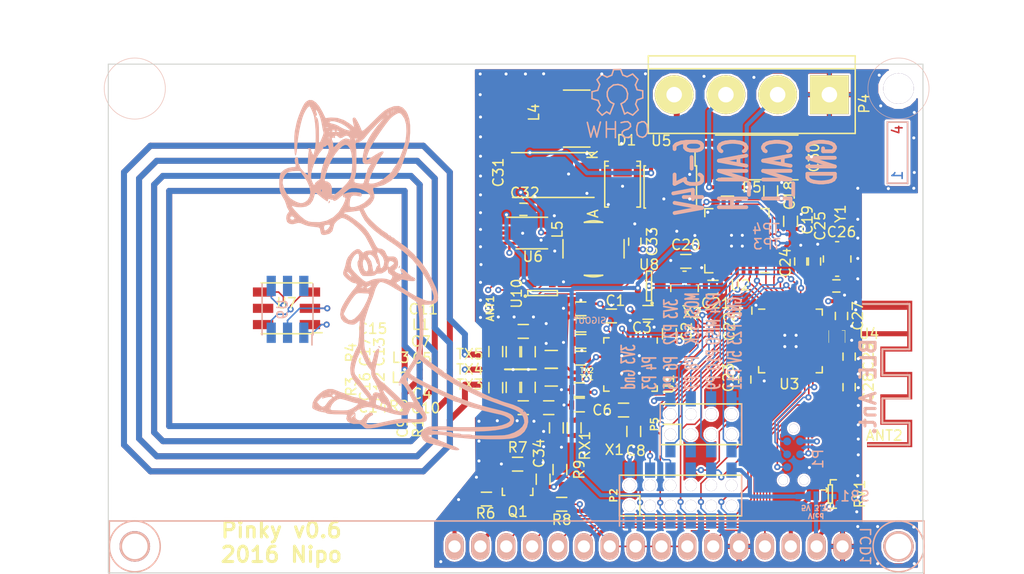
<source format=kicad_pcb>
(kicad_pcb (version 20160815) (host pcbnew "(2016-11-18 revision 19ce3f2)-master")

  (general
    (links 277)
    (no_connects 0)
    (area 59 54.2 157.806382 141.130001)
    (thickness 1.6)
    (drawings 25)
    (tracks 1275)
    (zones 0)
    (modules 87)
    (nets 91)
  )

  (page A4)
  (layers
    (0 F.Cu mixed hide)
    (1 In1.Cu power hide)
    (2 In2.Cu power hide)
    (31 B.Cu mixed hide)
    (34 B.Paste user hide)
    (35 F.Paste user hide)
    (36 B.SilkS user hide)
    (37 F.SilkS user hide)
    (38 B.Mask user hide)
    (39 F.Mask user hide)
    (40 Dwgs.User user)
    (41 Cmts.User user)
    (44 Edge.Cuts user)
    (45 Margin user)
    (46 B.CrtYd user)
    (47 F.CrtYd user)
    (48 B.Fab user)
    (49 F.Fab user hide)
  )

  (setup
    (last_trace_width 0.1524)
    (user_trace_width 0.1524)
    (user_trace_width 0.25)
    (user_trace_width 0.4)
    (user_trace_width 0.58)
    (user_trace_width 1)
    (trace_clearance 0.1524)
    (zone_clearance 0.2)
    (zone_45_only yes)
    (trace_min 0.1524)
    (segment_width 0.2)
    (edge_width 0.1)
    (via_size 0.61)
    (via_drill 0.3)
    (via_min_size 0.6048)
    (via_min_drill 0.3)
    (user_via 0.61 0.3)
    (uvia_size 0.3)
    (uvia_drill 0.1)
    (uvias_allowed no)
    (uvia_min_size 0.2)
    (uvia_min_drill 0.1)
    (pcb_text_width 0.3)
    (pcb_text_size 1.5 1.5)
    (mod_edge_width 0.15)
    (mod_text_size 1 1)
    (mod_text_width 0.15)
    (pad_size 3 3)
    (pad_drill 3)
    (pad_to_mask_clearance 0)
    (aux_axis_origin 0 0)
    (visible_elements FFFFFF7F)
    (pcbplotparams
      (layerselection 0x00000_fffffff9)
      (usegerberextensions false)
      (excludeedgelayer true)
      (linewidth 0.100000)
      (plotframeref false)
      (viasonmask false)
      (mode 1)
      (useauxorigin false)
      (hpglpennumber 1)
      (hpglpenspeed 20)
      (hpglpendiameter 15)
      (psnegative false)
      (psa4output false)
      (plotreference true)
      (plotvalue true)
      (plotinvisibletext false)
      (padsonsilk false)
      (subtractmaskfromsilk false)
      (outputformat 1)
      (mirror false)
      (drillshape 0)
      (scaleselection 1)
      (outputdirectory test))
  )

  (net 0 "")
  (net 1 GND)
  (net 2 +3V3)
  (net 3 /mcu/SWDIO)
  (net 4 /mcu/SWDCLK)
  (net 5 "Net-(L3-Pad1)")
  (net 6 +5V)
  (net 7 "Net-(C14-Pad1)")
  (net 8 "Net-(TP3-Pad1)")
  (net 9 "Net-(TP1-Pad1)")
  (net 10 "Net-(TP4-Pad1)")
  (net 11 /P25)
  (net 12 /P26)
  (net 13 /P20)
  (net 14 /P19)
  (net 15 /P11)
  (net 16 /P12)
  (net 17 /P13)
  (net 18 /P14)
  (net 19 /P15)
  (net 20 /P16)
  (net 21 /P17)
  (net 22 /P18)
  (net 23 /P27)
  (net 24 /P28)
  (net 25 /P29)
  (net 26 /P7)
  (net 27 /P6)
  (net 28 /P5)
  (net 29 /P4)
  (net 30 /P3)
  (net 31 /P10)
  (net 32 /P9)
  (net 33 /P8)
  (net 34 /P30)
  (net 35 /P0)
  (net 36 /P1)
  (net 37 /P2)
  (net 38 "Net-(C26-Pad2)")
  (net 39 /P21)
  (net 40 /P22)
  (net 41 /P23)
  (net 42 /P24)
  (net 43 "Net-(ANT1-Pad3)")
  (net 44 "Net-(ANT1-Pad1)")
  (net 45 "Net-(ANT2-Pad2)")
  (net 46 "Net-(C8-Pad1)")
  (net 47 "Net-(Q1-Pad3)")
  (net 48 "Net-(L5-Pad2)")
  (net 49 "Net-(D1-Pad1)")
  (net 50 "Net-(C9-Pad2)")
  (net 51 "Net-(L2-Pad1)")
  (net 52 "Net-(C13-Pad2)")
  (net 53 "Net-(C12-Pad1)")
  (net 54 "Net-(C15-Pad1)")
  (net 55 "Net-(C9-Pad1)")
  (net 56 "Net-(C5-Pad2)")
  (net 57 "Net-(C10-Pad2)")
  (net 58 "Net-(C6-Pad1)")
  (net 59 "Net-(C21-Pad1)")
  (net 60 "Net-(C20-Pad1)")
  (net 61 "Net-(U3-Pad32)")
  (net 62 "Net-(U3-Pad31)")
  (net 63 "Net-(C29-Pad1)")
  (net 64 "Net-(U3-Pad2)")
  (net 65 "Net-(C28-Pad1)")
  (net 66 "Net-(C25-Pad2)")
  (net 67 "Net-(C24-Pad2)")
  (net 68 "Net-(U1-Pad19)")
  (net 69 "Net-(U1-Pad20)")
  (net 70 "Net-(U2-Pad6)")
  (net 71 "Net-(U2-Pad7)")
  (net 72 "Net-(U2-Pad8)")
  (net 73 "Net-(U2-Pad9)")
  (net 74 "Net-(U2-Pad23)")
  (net 75 "Net-(U2-Pad24)")
  (net 76 /can/VSupply)
  (net 77 "Net-(P4-Pad3)")
  (net 78 "Net-(P4-Pad2)")
  (net 79 "Net-(LCD1-Pad2)")
  (net 80 "Net-(LCD1-Pad10)")
  (net 81 "Net-(LCD1-Pad3)")
  (net 82 "Net-(Q1-Pad1)")
  (net 83 "Net-(LCD1-Pad16)")
  (net 84 "Net-(U7-Pad2)")
  (net 85 "Net-(U7-Pad5)")
  (net 86 "Net-(U7-Pad6)")
  (net 87 "Net-(U9-Pad5)")
  (net 88 "Net-(U9-Pad6)")
  (net 89 "Net-(U1-Pad7)")
  (net 90 "Net-(U10-Pad4)")

  (net_class Default "This is the default net class."
    (clearance 0.1524)
    (trace_width 0.1524)
    (via_dia 0.61)
    (via_drill 0.3)
    (uvia_dia 0.3)
    (uvia_drill 0.1)
    (diff_pair_gap 0.25)
    (diff_pair_width 0.2)
    (add_net /P0)
    (add_net /P1)
    (add_net /P10)
    (add_net /P11)
    (add_net /P12)
    (add_net /P13)
    (add_net /P14)
    (add_net /P15)
    (add_net /P16)
    (add_net /P17)
    (add_net /P18)
    (add_net /P19)
    (add_net /P2)
    (add_net /P20)
    (add_net /P21)
    (add_net /P22)
    (add_net /P23)
    (add_net /P24)
    (add_net /P25)
    (add_net /P26)
    (add_net /P27)
    (add_net /P28)
    (add_net /P29)
    (add_net /P3)
    (add_net /P30)
    (add_net /P4)
    (add_net /P5)
    (add_net /P6)
    (add_net /P7)
    (add_net /P8)
    (add_net /P9)
    (add_net /can/VSupply)
    (add_net /mcu/SWDCLK)
    (add_net /mcu/SWDIO)
    (add_net GND)
    (add_net "Net-(ANT1-Pad1)")
    (add_net "Net-(ANT1-Pad3)")
    (add_net "Net-(ANT2-Pad2)")
    (add_net "Net-(C10-Pad2)")
    (add_net "Net-(C12-Pad1)")
    (add_net "Net-(C13-Pad2)")
    (add_net "Net-(C14-Pad1)")
    (add_net "Net-(C15-Pad1)")
    (add_net "Net-(C20-Pad1)")
    (add_net "Net-(C21-Pad1)")
    (add_net "Net-(C24-Pad2)")
    (add_net "Net-(C25-Pad2)")
    (add_net "Net-(C26-Pad2)")
    (add_net "Net-(C28-Pad1)")
    (add_net "Net-(C29-Pad1)")
    (add_net "Net-(C5-Pad2)")
    (add_net "Net-(C6-Pad1)")
    (add_net "Net-(C8-Pad1)")
    (add_net "Net-(C9-Pad1)")
    (add_net "Net-(C9-Pad2)")
    (add_net "Net-(D1-Pad1)")
    (add_net "Net-(L2-Pad1)")
    (add_net "Net-(L3-Pad1)")
    (add_net "Net-(L5-Pad2)")
    (add_net "Net-(LCD1-Pad10)")
    (add_net "Net-(LCD1-Pad16)")
    (add_net "Net-(LCD1-Pad2)")
    (add_net "Net-(LCD1-Pad3)")
    (add_net "Net-(P4-Pad2)")
    (add_net "Net-(P4-Pad3)")
    (add_net "Net-(Q1-Pad1)")
    (add_net "Net-(Q1-Pad3)")
    (add_net "Net-(TP1-Pad1)")
    (add_net "Net-(TP3-Pad1)")
    (add_net "Net-(TP4-Pad1)")
    (add_net "Net-(U1-Pad19)")
    (add_net "Net-(U1-Pad20)")
    (add_net "Net-(U1-Pad7)")
    (add_net "Net-(U10-Pad4)")
    (add_net "Net-(U2-Pad23)")
    (add_net "Net-(U2-Pad24)")
    (add_net "Net-(U2-Pad6)")
    (add_net "Net-(U2-Pad7)")
    (add_net "Net-(U2-Pad8)")
    (add_net "Net-(U2-Pad9)")
    (add_net "Net-(U3-Pad2)")
    (add_net "Net-(U3-Pad31)")
    (add_net "Net-(U3-Pad32)")
    (add_net "Net-(U7-Pad2)")
    (add_net "Net-(U7-Pad5)")
    (add_net "Net-(U7-Pad6)")
    (add_net "Net-(U9-Pad5)")
    (add_net "Net-(U9-Pad6)")
  )

  (net_class Power ""
    (clearance 0.1524)
    (trace_width 0.4)
    (via_dia 1)
    (via_drill 0.5)
    (uvia_dia 0.3)
    (uvia_drill 0.1)
    (diff_pair_gap 0.25)
    (diff_pair_width 0.2)
    (add_net +3V3)
    (add_net +5V)
  )

  (module SMD_pin_header:TH_2mm_02x04 (layer B.Cu) (tedit 0) (tstamp 582F572E)
    (at 128.2 95.4 270)
    (descr "'FCI 91596-X08")
    (path /581DB7AC)
    (attr virtual)
    (fp_text reference P5 (at 0 4.57 270) (layer F.SilkS)
      (effects (font (size 0.7 0.7) (thickness 0.15)))
    )
    (fp_text value SPI_EXT (at 0 -4.57 270) (layer B.Fab)
      (effects (font (size 0.7 0.7) (thickness 0.15)) (justify mirror))
    )
    (fp_line (start -2 4) (end 2 4) (layer F.CrtYd) (width 0.05))
    (fp_line (start 2 4) (end 2 -4) (layer F.CrtYd) (width 0.05))
    (fp_line (start 2 -4) (end -2 -4) (layer F.CrtYd) (width 0.05))
    (fp_line (start -2 -4) (end -2 4) (layer F.CrtYd) (width 0.05))
    (fp_line (start -3 4) (end 3 4) (layer B.CrtYd) (width 0.05))
    (fp_line (start 3 4) (end 3 -4) (layer B.CrtYd) (width 0.05))
    (fp_line (start 3 -4) (end -3 -4) (layer B.CrtYd) (width 0.05))
    (fp_line (start -3 -4) (end -3 4) (layer B.CrtYd) (width 0.05))
    (fp_line (start -2 -4) (end 2 -4) (layer B.SilkS) (width 0.15))
    (fp_line (start -2 4) (end 3 4) (layer B.SilkS) (width 0.15))
    (fp_line (start -2 -4) (end 2 -4) (layer F.SilkS) (width 0.15))
    (fp_line (start -2 4) (end 2 4) (layer F.SilkS) (width 0.15))
    (fp_line (start 2 4) (end 2 -4) (layer F.SilkS) (width 0.15))
    (fp_line (start 2 -4) (end -2 -4) (layer F.SilkS) (width 0.15))
    (fp_line (start -2 -4) (end -2 4) (layer F.SilkS) (width 0.15))
    (fp_line (start 0 2) (end 2 2) (layer F.SilkS) (width 0.15))
    (fp_line (start 0 4) (end 0 2) (layer F.SilkS) (width 0.15))
    (pad 1 smd rect (at 2.5 3 270) (size 1.5 1) (layers B.Cu B.Paste B.Mask)
      (net 40 /P22))
    (pad 2 smd rect (at -2.5 3 270) (size 1.5 1) (layers B.Cu B.Paste B.Mask)
      (net 2 +3V3))
    (pad ' thru_hole circle (at -1 3 270) (size 1.14 1.14) (drill 1.14) (layers *.Cu))
    (pad ' thru_hole circle (at 1 3 270) (size 1.14 1.14) (drill 1.14) (layers *.Cu))
    (pad 3 smd rect (at 2.5 1 270) (size 1.5 1) (layers B.Cu B.Paste B.Mask)
      (net 25 /P29))
    (pad 4 smd rect (at -2.5 1 270) (size 1.5 1) (layers B.Cu B.Paste B.Mask)
      (net 24 /P28))
    (pad ' thru_hole circle (at -1 1 270) (size 1.14 1.14) (drill 1.14) (layers *.Cu))
    (pad ' thru_hole circle (at 1 1 270) (size 1.14 1.14) (drill 1.14) (layers *.Cu))
    (pad 5 smd rect (at 2.5 -1 270) (size 1.5 1) (layers B.Cu B.Paste B.Mask)
      (net 23 /P27))
    (pad 6 smd rect (at -2.5 -1 270) (size 1.5 1) (layers B.Cu B.Paste B.Mask)
      (net 42 /P24))
    (pad ' thru_hole circle (at -1 -1 270) (size 1.14 1.14) (drill 1.14) (layers *.Cu))
    (pad ' thru_hole circle (at 1 -1 270) (size 1.14 1.14) (drill 1.14) (layers *.Cu))
    (pad 7 smd rect (at 2.5 -3 270) (size 1.5 1) (layers B.Cu B.Paste B.Mask)
      (net 41 /P23))
    (pad 8 smd rect (at -2.5 -3 270) (size 1.5 1) (layers B.Cu B.Paste B.Mask)
      (net 1 GND))
    (pad ' thru_hole circle (at -1 -3 270) (size 1.14 1.14) (drill 1.14) (layers *.Cu))
    (pad ' thru_hole circle (at 1 -3 270) (size 1.14 1.14) (drill 1.14) (layers *.Cu))
  )

  (module Capacitors_SMD:C_0603 (layer F.Cu) (tedit 5415D631) (tstamp 57A86D94)
    (at 121.7 77.45 90)
    (descr "Capacitor SMD 0603, reflow soldering, AVX (see smccp.pdf)")
    (tags "capacitor 0603")
    (path /57ADA116/57ADA86E)
    (attr smd)
    (fp_text reference C33 (at 0 1.7 90) (layer F.SilkS)
      (effects (font (size 1 1) (thickness 0.15)))
    )
    (fp_text value 22uF (at -0.4 -0.1 90) (layer F.Fab)
      (effects (font (size 1 1) (thickness 0.15)))
    )
    (fp_line (start -1.45 -0.75) (end 1.45 -0.75) (layer F.CrtYd) (width 0.05))
    (fp_line (start -1.45 0.75) (end 1.45 0.75) (layer F.CrtYd) (width 0.05))
    (fp_line (start -1.45 -0.75) (end -1.45 0.75) (layer F.CrtYd) (width 0.05))
    (fp_line (start 1.45 -0.75) (end 1.45 0.75) (layer F.CrtYd) (width 0.05))
    (fp_line (start -0.35 -0.6) (end 0.35 -0.6) (layer F.SilkS) (width 0.15))
    (fp_line (start 0.35 0.6) (end -0.35 0.6) (layer F.SilkS) (width 0.15))
    (pad 1 smd rect (at -0.75 0 90) (size 0.8 0.75) (layers F.Cu F.Paste F.Mask)
      (net 2 +3V3))
    (pad 2 smd rect (at 0.75 0 90) (size 0.8 0.75) (layers F.Cu F.Paste F.Mask)
      (net 1 GND))
    (model Capacitors_SMD.3dshapes/C_0603.wrl
      (at (xyz 0 0 0))
      (scale (xyz 1 1 1))
      (rotate (xyz 0 0 0))
    )
  )

  (module VSSOP:VSSOP-10_3.1x3.1mm_Pitch0.5mm (layer F.Cu) (tedit 56C5753E) (tstamp 57A8696C)
    (at 111.588466 76.602)
    (descr "10-Lead Plastic Small Outline Package")
    (tags "VSSOP 0.5")
    (path /57ADA116/57ADA870)
    (attr smd)
    (fp_text reference U6 (at 0.101534 2.318 180) (layer F.SilkS)
      (effects (font (size 1 1) (thickness 0.15)))
    )
    (fp_text value TPS62056 (at -0.138466 -0.132) (layer F.Fab)
      (effects (font (size 1 1) (thickness 0.15)))
    )
    (fp_line (start 1.55 1.55) (end -1.55 1.55) (layer F.SilkS) (width 0.15))
    (fp_line (start -2.45 -1.55) (end 1.55 -1.55) (layer F.SilkS) (width 0.15))
    (fp_line (start -2.45 -1.55) (end 2.45 -1.55) (layer F.CrtYd) (width 0.05))
    (fp_line (start -2.45 -1.55) (end -2.45 1.55) (layer F.CrtYd) (width 0.05))
    (fp_line (start 2.45 1.55) (end -2.45 1.55) (layer F.CrtYd) (width 0.05))
    (fp_line (start 2.45 -1.55) (end 2.45 1.55) (layer F.CrtYd) (width 0.05))
    (pad 1 smd rect (at -2.2 -1) (size 1.45 0.3) (layers F.Cu F.Paste F.Mask)
      (net 6 +5V))
    (pad 2 smd rect (at -2.2 -0.5) (size 1.45 0.3) (layers F.Cu F.Paste F.Mask)
      (net 1 GND))
    (pad 3 smd rect (at -2.2 0) (size 1.45 0.3) (layers F.Cu F.Paste F.Mask)
      (net 1 GND))
    (pad 4 smd rect (at -2.2 0.5) (size 1.45 0.3) (layers F.Cu F.Paste F.Mask)
      (net 1 GND))
    (pad 5 smd rect (at -2.2 1) (size 1.45 0.3) (layers F.Cu F.Paste F.Mask)
      (net 2 +3V3))
    (pad 7 smd rect (at 2.2 0.5) (size 1.45 0.3) (layers F.Cu F.Paste F.Mask)
      (net 1 GND))
    (pad 10 smd rect (at 2.2 -1) (size 1.45 0.3) (layers F.Cu F.Paste F.Mask)
      (net 1 GND))
    (pad 9 smd rect (at 2.2 -0.5) (size 1.45 0.3) (layers F.Cu F.Paste F.Mask)
      (net 48 "Net-(L5-Pad2)"))
    (pad 8 smd rect (at 2.2 0) (size 1.45 0.3) (layers F.Cu F.Paste F.Mask)
      (net 6 +5V))
    (pad 6 smd rect (at 2.2 1) (size 1.45 0.3) (layers F.Cu F.Paste F.Mask)
      (net 1 GND))
    (model Housings_SSOP.3dshapes/MSOP-10-1EP_3x3mm_Pitch0.5mm.wrl
      (at (xyz 0 0 0))
      (scale (xyz 1 1 0.8))
      (rotate (xyz 0 0 0))
    )
  )

  (module Capacitors_SMD:C_0603 (layer F.Cu) (tedit 5415D631) (tstamp 57A86DB6)
    (at 110.765 74.27)
    (descr "Capacitor SMD 0603, reflow soldering, AVX (see smccp.pdf)")
    (tags "capacitor 0603")
    (path /57ADA116/57ADA86F)
    (attr smd)
    (fp_text reference C32 (at 0.135 -1.62) (layer F.SilkS)
      (effects (font (size 1 1) (thickness 0.15)))
    )
    (fp_text value 10uF (at -0.125 0) (layer F.Fab)
      (effects (font (size 1 1) (thickness 0.15)))
    )
    (fp_line (start -1.45 -0.75) (end 1.45 -0.75) (layer F.CrtYd) (width 0.05))
    (fp_line (start -1.45 0.75) (end 1.45 0.75) (layer F.CrtYd) (width 0.05))
    (fp_line (start -1.45 -0.75) (end -1.45 0.75) (layer F.CrtYd) (width 0.05))
    (fp_line (start 1.45 -0.75) (end 1.45 0.75) (layer F.CrtYd) (width 0.05))
    (fp_line (start -0.35 -0.6) (end 0.35 -0.6) (layer F.SilkS) (width 0.15))
    (fp_line (start 0.35 0.6) (end -0.35 0.6) (layer F.SilkS) (width 0.15))
    (pad 1 smd rect (at -0.75 0) (size 0.8 0.75) (layers F.Cu F.Paste F.Mask)
      (net 6 +5V))
    (pad 2 smd rect (at 0.75 0) (size 0.8 0.75) (layers F.Cu F.Paste F.Mask)
      (net 1 GND))
    (model Capacitors_SMD.3dshapes/C_0603.wrl
      (at (xyz 0 0 0))
      (scale (xyz 1 1 1))
      (rotate (xyz 0 0 0))
    )
  )

  (module Connect:bornier4 (layer F.Cu) (tedit 0) (tstamp 57AADD2E)
    (at 133.19 63 180)
    (descr "Bornier d'alimentation 4 pins")
    (tags DEV)
    (path /57A213A9/57A5C395)
    (fp_text reference P4 (at -11.049 -0.889 270) (layer F.SilkS)
      (effects (font (size 1 1) (thickness 0.15)))
    )
    (fp_text value CAN (at 0 5.08 180) (layer F.Fab)
      (effects (font (size 1 1) (thickness 0.15)))
    )
    (fp_line (start -10.16 -3.81) (end -10.16 3.81) (layer F.SilkS) (width 0.15))
    (fp_line (start 10.16 3.81) (end 10.16 -3.81) (layer F.SilkS) (width 0.15))
    (fp_line (start 10.16 2.54) (end -10.16 2.54) (layer F.SilkS) (width 0.15))
    (fp_line (start -10.16 -3.81) (end 10.16 -3.81) (layer F.SilkS) (width 0.15))
    (fp_line (start -10.16 3.81) (end 10.16 3.81) (layer F.SilkS) (width 0.15))
    (pad 2 thru_hole circle (at -2.54 0 180) (size 3.81 3.81) (drill 1.524) (layers *.Cu *.Mask F.SilkS)
      (net 78 "Net-(P4-Pad2)"))
    (pad 3 thru_hole circle (at 2.54 0 180) (size 3.81 3.81) (drill 1.524) (layers *.Cu *.Mask F.SilkS)
      (net 77 "Net-(P4-Pad3)"))
    (pad 1 thru_hole rect (at -7.62 0 180) (size 3.81 3.81) (drill 1.524) (layers *.Cu *.Mask F.SilkS)
      (net 1 GND))
    (pad 4 thru_hole circle (at 7.62 0 180) (size 3.81 3.81) (drill 1.524) (layers *.Cu *.Mask F.SilkS)
      (net 76 /can/VSupply))
    (model Connect.3dshapes/bornier4.wrl
      (at (xyz 0 0 0))
      (scale (xyz 1 1 1))
      (rotate (xyz 0 0 0))
    )
  )

  (module Test_point:Round-SMD-Pad_0.4mm (layer B.Cu) (tedit 57AA5231) (tstamp 57A99107)
    (at 136.651 76.716 270)
    (path /57A213A9/57A65E93)
    (fp_text reference TP4 (at -0.508 2.064 180) (layer B.SilkS)
      (effects (font (size 1 1) (thickness 0.15)) (justify mirror))
    )
    (fp_text value CAN_RX (at 0 0.9 270) (layer B.Fab) hide
      (effects (font (size 1 1) (thickness 0.15)) (justify mirror))
    )
    (pad 1 smd circle (at 0 0 270) (size 0.4 0.4) (layers B.Cu B.Mask)
      (net 10 "Net-(TP4-Pad1)") (solder_mask_margin 0.001))
  )

  (module Test_point:Round-SMD-Pad_0.4mm (layer B.Cu) (tedit 581DB8A0) (tstamp 57A990F2)
    (at 119.25 85.25 180)
    (path /57A213A5/57A666E4)
    (fp_text reference TP1 (at 0.55 1.95 270) (layer B.SilkS) hide
      (effects (font (size 1 1) (thickness 0.15)) (justify mirror))
    )
    (fp_text value SIGOUT (at 1.95 0.05) (layer B.SilkS)
      (effects (font (size 0.6 0.6) (thickness 0.1)) (justify mirror))
    )
    (pad 1 smd circle (at 0 0 180) (size 0.4 0.4) (layers B.Cu B.Mask)
      (net 9 "Net-(TP1-Pad1)") (solder_mask_margin 0.001))
  )

  (module Test_point:Round-SMD-Pad_0.4mm (layer B.Cu) (tedit 57AA5233) (tstamp 57A86C60)
    (at 136.651 77.595 180)
    (path /57A213A9/57A65EC6)
    (fp_text reference TP3 (at 2 -0.1 180) (layer B.SilkS)
      (effects (font (size 1 1) (thickness 0.15)) (justify mirror))
    )
    (fp_text value CAN_TX (at 0 0.9 180) (layer B.Fab) hide
      (effects (font (size 1 1) (thickness 0.15)) (justify mirror))
    )
    (pad 1 smd circle (at 0 0 180) (size 0.4 0.4) (layers B.Cu B.Mask)
      (net 8 "Net-(TP3-Pad1)") (solder_mask_margin 0.001))
  )

  (module Resistors_SMD:R_0805 (layer F.Cu) (tedit 5415CDEB) (tstamp 57A8DE47)
    (at 113.5 90.76777 180)
    (descr "Resistor SMD 0805, reflow soldering, Vishay (see dcrcw.pdf)")
    (tags "resistor 0805")
    (path /57A213A5/57A4D73C)
    (attr smd)
    (fp_text reference L2 (at 14.854 -0.04523 180) (layer F.SilkS)
      (effects (font (size 1 1) (thickness 0.15)))
    )
    (fp_text value 560nH (at -0.85 0.91777 90) (layer F.Fab)
      (effects (font (size 1 1) (thickness 0.15)))
    )
    (fp_line (start -1.6 -1) (end 1.6 -1) (layer F.CrtYd) (width 0.05))
    (fp_line (start -1.6 1) (end 1.6 1) (layer F.CrtYd) (width 0.05))
    (fp_line (start -1.6 -1) (end -1.6 1) (layer F.CrtYd) (width 0.05))
    (fp_line (start 1.6 -1) (end 1.6 1) (layer F.CrtYd) (width 0.05))
    (fp_line (start 0.6 0.875) (end -0.6 0.875) (layer F.SilkS) (width 0.15))
    (fp_line (start -0.6 -0.875) (end 0.6 -0.875) (layer F.SilkS) (width 0.15))
    (pad 1 smd rect (at -0.95 0 180) (size 0.7 1.3) (layers F.Cu F.Paste F.Mask)
      (net 51 "Net-(L2-Pad1)"))
    (pad 2 smd rect (at 0.95 0 180) (size 0.7 1.3) (layers F.Cu F.Paste F.Mask)
      (net 53 "Net-(C12-Pad1)"))
    (model Resistors_SMD.3dshapes/R_0805.wrl
      (at (xyz 0 0 0))
      (scale (xyz 1 1 1))
      (rotate (xyz 0 0 0))
    )
  )

  (module Resistors_SMD:R_0805 (layer F.Cu) (tedit 5415CDEB) (tstamp 57A8DE26)
    (at 113.5 89.01777 180)
    (descr "Resistor SMD 0805, reflow soldering, Vishay (see dcrcw.pdf)")
    (tags "resistor 0805")
    (path /57A213A5/57A4D774)
    (attr smd)
    (fp_text reference L3 (at 14.8 0.16777 180) (layer F.SilkS)
      (effects (font (size 1 1) (thickness 0.15)))
    )
    (fp_text value 560nH (at 0.5 -0.88223 90) (layer F.Fab)
      (effects (font (size 1 1) (thickness 0.15)))
    )
    (fp_line (start -1.6 -1) (end 1.6 -1) (layer F.CrtYd) (width 0.05))
    (fp_line (start -1.6 1) (end 1.6 1) (layer F.CrtYd) (width 0.05))
    (fp_line (start -1.6 -1) (end -1.6 1) (layer F.CrtYd) (width 0.05))
    (fp_line (start 1.6 -1) (end 1.6 1) (layer F.CrtYd) (width 0.05))
    (fp_line (start 0.6 0.875) (end -0.6 0.875) (layer F.SilkS) (width 0.15))
    (fp_line (start -0.6 -0.875) (end 0.6 -0.875) (layer F.SilkS) (width 0.15))
    (pad 1 smd rect (at -0.95 0 180) (size 0.7 1.3) (layers F.Cu F.Paste F.Mask)
      (net 5 "Net-(L3-Pad1)"))
    (pad 2 smd rect (at 0.95 0 180) (size 0.7 1.3) (layers F.Cu F.Paste F.Mask)
      (net 52 "Net-(C13-Pad2)"))
    (model Resistors_SMD.3dshapes/R_0805.wrl
      (at (xyz 0 0 0))
      (scale (xyz 1 1 1))
      (rotate (xyz 0 0 0))
    )
  )

  (module Resistors_SMD:R_0603 (layer F.Cu) (tedit 5415CC62) (tstamp 57A8CB0F)
    (at 108.05 88.25 90)
    (descr "Resistor SMD 0603, reflow soldering, Vishay (see dcrcw.pdf)")
    (tags "resistor 0603")
    (path /57A213A5/57A4DBAE)
    (attr smd)
    (fp_text reference R4 (at -0.1 -14.2 90) (layer F.SilkS)
      (effects (font (size 1 1) (thickness 0.15)))
    )
    (fp_text value 0R (at 0 -0.11777 90) (layer F.Fab)
      (effects (font (size 1 1) (thickness 0.15)))
    )
    (fp_line (start -1.3 -0.8) (end 1.3 -0.8) (layer F.CrtYd) (width 0.05))
    (fp_line (start -1.3 0.8) (end 1.3 0.8) (layer F.CrtYd) (width 0.05))
    (fp_line (start -1.3 -0.8) (end -1.3 0.8) (layer F.CrtYd) (width 0.05))
    (fp_line (start 1.3 -0.8) (end 1.3 0.8) (layer F.CrtYd) (width 0.05))
    (fp_line (start 0.5 0.675) (end -0.5 0.675) (layer F.SilkS) (width 0.15))
    (fp_line (start -0.5 -0.675) (end 0.5 -0.675) (layer F.SilkS) (width 0.15))
    (pad 1 smd rect (at -0.75 0 90) (size 0.5 0.9) (layers F.Cu F.Paste F.Mask)
      (net 43 "Net-(ANT1-Pad3)"))
    (pad 2 smd rect (at 0.75 0 90) (size 0.5 0.9) (layers F.Cu F.Paste F.Mask)
      (net 54 "Net-(C15-Pad1)"))
    (model Resistors_SMD.3dshapes/R_0603.wrl
      (at (xyz 0 0 0))
      (scale (xyz 1 1 1))
      (rotate (xyz 0 0 0))
    )
  )

  (module Resistors_SMD:R_0603 (layer F.Cu) (tedit 5415CC62) (tstamp 57A8CAED)
    (at 108.05 91.8 270)
    (descr "Resistor SMD 0603, reflow soldering, Vishay (see dcrcw.pdf)")
    (tags "resistor 0603")
    (path /57A213A5/57A4DB3C)
    (attr smd)
    (fp_text reference R3 (at -0.1 14.2 270) (layer F.SilkS)
      (effects (font (size 1 1) (thickness 0.15)))
    )
    (fp_text value 0R (at 0 -0.01777 270) (layer F.Fab)
      (effects (font (size 1 1) (thickness 0.15)))
    )
    (fp_line (start -1.3 -0.8) (end 1.3 -0.8) (layer F.CrtYd) (width 0.05))
    (fp_line (start -1.3 0.8) (end 1.3 0.8) (layer F.CrtYd) (width 0.05))
    (fp_line (start -1.3 -0.8) (end -1.3 0.8) (layer F.CrtYd) (width 0.05))
    (fp_line (start 1.3 -0.8) (end 1.3 0.8) (layer F.CrtYd) (width 0.05))
    (fp_line (start 0.5 0.675) (end -0.5 0.675) (layer F.SilkS) (width 0.15))
    (fp_line (start -0.5 -0.675) (end 0.5 -0.675) (layer F.SilkS) (width 0.15))
    (pad 1 smd rect (at -0.75 0 270) (size 0.5 0.9) (layers F.Cu F.Paste F.Mask)
      (net 44 "Net-(ANT1-Pad1)"))
    (pad 2 smd rect (at 0.75 0 270) (size 0.5 0.9) (layers F.Cu F.Paste F.Mask)
      (net 7 "Net-(C14-Pad1)"))
    (model Resistors_SMD.3dshapes/R_0603.wrl
      (at (xyz 0 0 0))
      (scale (xyz 1 1 1))
      (rotate (xyz 0 0 0))
    )
  )

  (module Resistors_SMD:R_0603 (layer F.Cu) (tedit 5415CC62) (tstamp 57A8CACB)
    (at 113.25 93.76777)
    (descr "Resistor SMD 0603, reflow soldering, Vishay (see dcrcw.pdf)")
    (tags "resistor 0603")
    (path /57A213A5/57A4E4E3)
    (attr smd)
    (fp_text reference R2 (at -14.731 -0.16077) (layer F.SilkS)
      (effects (font (size 1 1) (thickness 0.15)))
    )
    (fp_text value 2k (at 0 -0.01777) (layer F.Fab)
      (effects (font (size 1 1) (thickness 0.15)))
    )
    (fp_line (start -1.3 -0.8) (end 1.3 -0.8) (layer F.CrtYd) (width 0.05))
    (fp_line (start -1.3 0.8) (end 1.3 0.8) (layer F.CrtYd) (width 0.05))
    (fp_line (start -1.3 -0.8) (end -1.3 0.8) (layer F.CrtYd) (width 0.05))
    (fp_line (start 1.3 -0.8) (end 1.3 0.8) (layer F.CrtYd) (width 0.05))
    (fp_line (start 0.5 0.675) (end -0.5 0.675) (layer F.SilkS) (width 0.15))
    (fp_line (start -0.5 -0.675) (end 0.5 -0.675) (layer F.SilkS) (width 0.15))
    (pad 1 smd rect (at -0.75 0) (size 0.5 0.9) (layers F.Cu F.Paste F.Mask)
      (net 53 "Net-(C12-Pad1)"))
    (pad 2 smd rect (at 0.75 0) (size 0.5 0.9) (layers F.Cu F.Paste F.Mask)
      (net 55 "Net-(C9-Pad1)"))
    (model Resistors_SMD.3dshapes/R_0603.wrl
      (at (xyz 0 0 0))
      (scale (xyz 1 1 1))
      (rotate (xyz 0 0 0))
    )
  )

  (module Resistors_SMD:R_0603 (layer F.Cu) (tedit 5415CC62) (tstamp 57A8CA93)
    (at 115.75 95.75 270)
    (descr "Resistor SMD 0603, reflow soldering, Vishay (see dcrcw.pdf)")
    (tags "resistor 0603")
    (path /57A213A5/57A4E064)
    (attr smd)
    (fp_text reference R1 (at 0.016 15.326 270) (layer F.SilkS)
      (effects (font (size 1 1) (thickness 0.15)))
    )
    (fp_text value 1K (at 0 0 270) (layer F.Fab)
      (effects (font (size 1 1) (thickness 0.15)))
    )
    (fp_line (start -1.3 -0.8) (end 1.3 -0.8) (layer F.CrtYd) (width 0.05))
    (fp_line (start -1.3 0.8) (end 1.3 0.8) (layer F.CrtYd) (width 0.05))
    (fp_line (start -1.3 -0.8) (end -1.3 0.8) (layer F.CrtYd) (width 0.05))
    (fp_line (start 1.3 -0.8) (end 1.3 0.8) (layer F.CrtYd) (width 0.05))
    (fp_line (start 0.5 0.675) (end -0.5 0.675) (layer F.SilkS) (width 0.15))
    (fp_line (start -0.5 -0.675) (end 0.5 -0.675) (layer F.SilkS) (width 0.15))
    (pad 1 smd rect (at -0.75 0 270) (size 0.5 0.9) (layers F.Cu F.Paste F.Mask)
      (net 57 "Net-(C10-Pad2)"))
    (pad 2 smd rect (at 0.75 0 270) (size 0.5 0.9) (layers F.Cu F.Paste F.Mask)
      (net 50 "Net-(C9-Pad2)"))
    (model Resistors_SMD.3dshapes/R_0603.wrl
      (at (xyz 0 0 0))
      (scale (xyz 1 1 1))
      (rotate (xyz 0 0 0))
    )
  )

  (module Resistors_SMD:R_0603 (layer F.Cu) (tedit 5415CC62) (tstamp 57A8C9EB)
    (at 119.4 84.75)
    (descr "Resistor SMD 0603, reflow soldering, Vishay (see dcrcw.pdf)")
    (tags "resistor 0603")
    (path /57A213A5/57A89CF4)
    (attr smd)
    (fp_text reference C1 (at 0.4 -1.5) (layer F.SilkS)
      (effects (font (size 1 1) (thickness 0.15)))
    )
    (fp_text value 100nF (at 0.4 -0.05) (layer F.Fab)
      (effects (font (size 1 1) (thickness 0.15)))
    )
    (fp_line (start -1.3 -0.8) (end 1.3 -0.8) (layer F.CrtYd) (width 0.05))
    (fp_line (start -1.3 0.8) (end 1.3 0.8) (layer F.CrtYd) (width 0.05))
    (fp_line (start -1.3 -0.8) (end -1.3 0.8) (layer F.CrtYd) (width 0.05))
    (fp_line (start 1.3 -0.8) (end 1.3 0.8) (layer F.CrtYd) (width 0.05))
    (fp_line (start 0.5 0.675) (end -0.5 0.675) (layer F.SilkS) (width 0.15))
    (fp_line (start -0.5 -0.675) (end 0.5 -0.675) (layer F.SilkS) (width 0.15))
    (pad 1 smd rect (at -0.75 0) (size 0.5 0.9) (layers F.Cu F.Paste F.Mask)
      (net 2 +3V3))
    (pad 2 smd rect (at 0.75 0) (size 0.5 0.9) (layers F.Cu F.Paste F.Mask)
      (net 1 GND))
    (model Resistors_SMD.3dshapes/R_0603.wrl
      (at (xyz 0 0 0))
      (scale (xyz 1 1 1))
      (rotate (xyz 0 0 0))
    )
  )

  (module Resistors_SMD:R_0603 (layer F.Cu) (tedit 5415CC62) (tstamp 57A8C99D)
    (at 116.25 92 180)
    (descr "Resistor SMD 0603, reflow soldering, Vishay (see dcrcw.pdf)")
    (tags "resistor 0603")
    (path /57A213A5/57A89BE9)
    (attr smd)
    (fp_text reference C4 (at 15.45 -0.4 180) (layer F.SilkS)
      (effects (font (size 1 1) (thickness 0.15)))
    )
    (fp_text value 100nF (at -0.7 0.05 180) (layer F.Fab)
      (effects (font (size 1 1) (thickness 0.15)))
    )
    (fp_line (start -1.3 -0.8) (end 1.3 -0.8) (layer F.CrtYd) (width 0.05))
    (fp_line (start -1.3 0.8) (end 1.3 0.8) (layer F.CrtYd) (width 0.05))
    (fp_line (start -1.3 -0.8) (end -1.3 0.8) (layer F.CrtYd) (width 0.05))
    (fp_line (start 1.3 -0.8) (end 1.3 0.8) (layer F.CrtYd) (width 0.05))
    (fp_line (start 0.5 0.675) (end -0.5 0.675) (layer F.SilkS) (width 0.15))
    (fp_line (start -0.5 -0.675) (end 0.5 -0.675) (layer F.SilkS) (width 0.15))
    (pad 1 smd rect (at -0.75 0 180) (size 0.5 0.9) (layers F.Cu F.Paste F.Mask)
      (net 2 +3V3))
    (pad 2 smd rect (at 0.75 0 180) (size 0.5 0.9) (layers F.Cu F.Paste F.Mask)
      (net 1 GND))
    (model Resistors_SMD.3dshapes/R_0603.wrl
      (at (xyz 0 0 0))
      (scale (xyz 1 1 1))
      (rotate (xyz 0 0 0))
    )
  )

  (module Resistors_SMD:R_0603 (layer F.Cu) (tedit 5415CC62) (tstamp 57A8C965)
    (at 116.25 93.5)
    (descr "Resistor SMD 0603, reflow soldering, Vishay (see dcrcw.pdf)")
    (tags "resistor 0603")
    (path /57A213A5/57A4DFDD)
    (attr smd)
    (fp_text reference C10 (at -15.1 0.3) (layer F.SilkS)
      (effects (font (size 1 1) (thickness 0.15)))
    )
    (fp_text value 100nF (at 0.65 0.05) (layer F.Fab)
      (effects (font (size 1 1) (thickness 0.15)))
    )
    (fp_line (start -1.3 -0.8) (end 1.3 -0.8) (layer F.CrtYd) (width 0.05))
    (fp_line (start -1.3 0.8) (end 1.3 0.8) (layer F.CrtYd) (width 0.05))
    (fp_line (start -1.3 -0.8) (end -1.3 0.8) (layer F.CrtYd) (width 0.05))
    (fp_line (start 1.3 -0.8) (end 1.3 0.8) (layer F.CrtYd) (width 0.05))
    (fp_line (start 0.5 0.675) (end -0.5 0.675) (layer F.SilkS) (width 0.15))
    (fp_line (start -0.5 -0.675) (end 0.5 -0.675) (layer F.SilkS) (width 0.15))
    (pad 1 smd rect (at -0.75 0) (size 0.5 0.9) (layers F.Cu F.Paste F.Mask)
      (net 1 GND))
    (pad 2 smd rect (at 0.75 0) (size 0.5 0.9) (layers F.Cu F.Paste F.Mask)
      (net 57 "Net-(C10-Pad2)"))
    (model Resistors_SMD.3dshapes/R_0603.wrl
      (at (xyz 0 0 0))
      (scale (xyz 1 1 1))
      (rotate (xyz 0 0 0))
    )
  )

  (module Resistors_SMD:R_0603 (layer F.Cu) (tedit 5415CC62) (tstamp 57A8C943)
    (at 114 95.75 270)
    (descr "Resistor SMD 0603, reflow soldering, Vishay (see dcrcw.pdf)")
    (tags "resistor 0603")
    (path /57A213A5/57A4E447)
    (attr smd)
    (fp_text reference C9 (at 0.016 15.1 270) (layer F.SilkS)
      (effects (font (size 1 1) (thickness 0.15)))
    )
    (fp_text value 1nF (at 0 -0.05 270) (layer F.Fab)
      (effects (font (size 1 1) (thickness 0.15)))
    )
    (fp_line (start -1.3 -0.8) (end 1.3 -0.8) (layer F.CrtYd) (width 0.05))
    (fp_line (start -1.3 0.8) (end 1.3 0.8) (layer F.CrtYd) (width 0.05))
    (fp_line (start -1.3 -0.8) (end -1.3 0.8) (layer F.CrtYd) (width 0.05))
    (fp_line (start 1.3 -0.8) (end 1.3 0.8) (layer F.CrtYd) (width 0.05))
    (fp_line (start 0.5 0.675) (end -0.5 0.675) (layer F.SilkS) (width 0.15))
    (fp_line (start -0.5 -0.675) (end 0.5 -0.675) (layer F.SilkS) (width 0.15))
    (pad 1 smd rect (at -0.75 0 270) (size 0.5 0.9) (layers F.Cu F.Paste F.Mask)
      (net 55 "Net-(C9-Pad1)"))
    (pad 2 smd rect (at 0.75 0 270) (size 0.5 0.9) (layers F.Cu F.Paste F.Mask)
      (net 50 "Net-(C9-Pad2)"))
    (model Resistors_SMD.3dshapes/R_0603.wrl
      (at (xyz 0 0 0))
      (scale (xyz 1 1 1))
      (rotate (xyz 0 0 0))
    )
  )

  (module Resistors_SMD:R_0603 (layer F.Cu) (tedit 5415CC62) (tstamp 57A8C921)
    (at 111.25 91.76777 90)
    (descr "Resistor SMD 0603, reflow soldering, Vishay (see dcrcw.pdf)")
    (tags "resistor 0603")
    (path /57A213A5/57A4D97C)
    (attr smd)
    (fp_text reference C12 (at 0.06577 -14.636 90) (layer F.SilkS)
      (effects (font (size 1 1) (thickness 0.15)))
    )
    (fp_text value 220pF (at -0.44223 0 90) (layer F.Fab)
      (effects (font (size 1 1) (thickness 0.15)))
    )
    (fp_line (start -1.3 -0.8) (end 1.3 -0.8) (layer F.CrtYd) (width 0.05))
    (fp_line (start -1.3 0.8) (end 1.3 0.8) (layer F.CrtYd) (width 0.05))
    (fp_line (start -1.3 -0.8) (end -1.3 0.8) (layer F.CrtYd) (width 0.05))
    (fp_line (start 1.3 -0.8) (end 1.3 0.8) (layer F.CrtYd) (width 0.05))
    (fp_line (start 0.5 0.675) (end -0.5 0.675) (layer F.SilkS) (width 0.15))
    (fp_line (start -0.5 -0.675) (end 0.5 -0.675) (layer F.SilkS) (width 0.15))
    (pad 1 smd rect (at -0.75 0 90) (size 0.5 0.9) (layers F.Cu F.Paste F.Mask)
      (net 53 "Net-(C12-Pad1)"))
    (pad 2 smd rect (at 0.75 0 90) (size 0.5 0.9) (layers F.Cu F.Paste F.Mask)
      (net 1 GND))
    (model Resistors_SMD.3dshapes/R_0603.wrl
      (at (xyz 0 0 0))
      (scale (xyz 1 1 1))
      (rotate (xyz 0 0 0))
    )
  )

  (module Resistors_SMD:R_0603 (layer F.Cu) (tedit 5415CC62) (tstamp 57A8C8FF)
    (at 111.25 88.26777 90)
    (descr "Resistor SMD 0603, reflow soldering, Vishay (see dcrcw.pdf)")
    (tags "resistor 0603")
    (path /57A213A5/57A4D9B2)
    (attr smd)
    (fp_text reference C13 (at -0.00523 -14.636 90) (layer F.SilkS)
      (effects (font (size 1 1) (thickness 0.15)))
    )
    (fp_text value 220pF (at 1.13777 0 90) (layer F.Fab)
      (effects (font (size 1 1) (thickness 0.15)))
    )
    (fp_line (start -1.3 -0.8) (end 1.3 -0.8) (layer F.CrtYd) (width 0.05))
    (fp_line (start -1.3 0.8) (end 1.3 0.8) (layer F.CrtYd) (width 0.05))
    (fp_line (start -1.3 -0.8) (end -1.3 0.8) (layer F.CrtYd) (width 0.05))
    (fp_line (start 1.3 -0.8) (end 1.3 0.8) (layer F.CrtYd) (width 0.05))
    (fp_line (start 0.5 0.675) (end -0.5 0.675) (layer F.SilkS) (width 0.15))
    (fp_line (start -0.5 -0.675) (end 0.5 -0.675) (layer F.SilkS) (width 0.15))
    (pad 1 smd rect (at -0.75 0 90) (size 0.5 0.9) (layers F.Cu F.Paste F.Mask)
      (net 1 GND))
    (pad 2 smd rect (at 0.75 0 90) (size 0.5 0.9) (layers F.Cu F.Paste F.Mask)
      (net 52 "Net-(C13-Pad2)"))
    (model Resistors_SMD.3dshapes/R_0603.wrl
      (at (xyz 0 0 0))
      (scale (xyz 1 1 1))
      (rotate (xyz 0 0 0))
    )
  )

  (module Resistors_SMD:R_0603 (layer F.Cu) (tedit 57AA536E) (tstamp 57A8C8DD)
    (at 110.75 93.76777)
    (descr "Resistor SMD 0603, reflow soldering, Vishay (see dcrcw.pdf)")
    (tags "resistor 0603")
    (path /57A213A5/57A4D9EE)
    (attr smd)
    (fp_text reference C14 (at -14.771 -0.03377) (layer F.SilkS)
      (effects (font (size 1 1) (thickness 0.15)))
    )
    (fp_text value 33pF (at -0.85 1.43223) (layer F.Fab)
      (effects (font (size 1 1) (thickness 0.15)))
    )
    (fp_line (start -1.3 -0.8) (end 1.3 -0.8) (layer F.CrtYd) (width 0.05))
    (fp_line (start -1.3 0.8) (end 1.3 0.8) (layer F.CrtYd) (width 0.05))
    (fp_line (start -1.3 -0.8) (end -1.3 0.8) (layer F.CrtYd) (width 0.05))
    (fp_line (start 1.3 -0.8) (end 1.3 0.8) (layer F.CrtYd) (width 0.05))
    (fp_line (start 0.5 0.675) (end -0.5 0.675) (layer F.SilkS) (width 0.15))
    (fp_line (start -0.5 -0.675) (end 0.5 -0.675) (layer F.SilkS) (width 0.15))
    (pad 1 smd rect (at -0.75 0) (size 0.5 0.9) (layers F.Cu F.Paste F.Mask)
      (net 7 "Net-(C14-Pad1)"))
    (pad 2 smd rect (at 0.75 0) (size 0.5 0.9) (layers F.Cu F.Paste F.Mask)
      (net 53 "Net-(C12-Pad1)"))
    (model Resistors_SMD.3dshapes/R_0603.wrl
      (at (xyz 0 0 0))
      (scale (xyz 1 1 1))
      (rotate (xyz 0 0 0))
    )
  )

  (module Resistors_SMD:R_0603 (layer F.Cu) (tedit 5415CC62) (tstamp 57A8C8BB)
    (at 110.75 86.26777)
    (descr "Resistor SMD 0603, reflow soldering, Vishay (see dcrcw.pdf)")
    (tags "resistor 0603")
    (path /57A213A5/57A4DA61)
    (attr smd)
    (fp_text reference C15 (at -14.8 -0.26777) (layer F.SilkS)
      (effects (font (size 1 1) (thickness 0.15)))
    )
    (fp_text value 33pF (at -2.198 -0.91577) (layer F.Fab)
      (effects (font (size 1 1) (thickness 0.15)))
    )
    (fp_line (start -1.3 -0.8) (end 1.3 -0.8) (layer F.CrtYd) (width 0.05))
    (fp_line (start -1.3 0.8) (end 1.3 0.8) (layer F.CrtYd) (width 0.05))
    (fp_line (start -1.3 -0.8) (end -1.3 0.8) (layer F.CrtYd) (width 0.05))
    (fp_line (start 1.3 -0.8) (end 1.3 0.8) (layer F.CrtYd) (width 0.05))
    (fp_line (start 0.5 0.675) (end -0.5 0.675) (layer F.SilkS) (width 0.15))
    (fp_line (start -0.5 -0.675) (end 0.5 -0.675) (layer F.SilkS) (width 0.15))
    (pad 1 smd rect (at -0.75 0) (size 0.5 0.9) (layers F.Cu F.Paste F.Mask)
      (net 54 "Net-(C15-Pad1)"))
    (pad 2 smd rect (at 0.75 0) (size 0.5 0.9) (layers F.Cu F.Paste F.Mask)
      (net 52 "Net-(C13-Pad2)"))
    (model Resistors_SMD.3dshapes/R_0603.wrl
      (at (xyz 0 0 0))
      (scale (xyz 1 1 1))
      (rotate (xyz 0 0 0))
    )
  )

  (module Resistors_SMD:R_0603 (layer F.Cu) (tedit 5415CC62) (tstamp 57A8C899)
    (at 109.75 91.76777 90)
    (descr "Resistor SMD 0603, reflow soldering, Vishay (see dcrcw.pdf)")
    (tags "resistor 0603")
    (path /57A213A5/57A4DAAB)
    (attr smd)
    (fp_text reference C16 (at 0.06577 -14.533 90) (layer F.SilkS)
      (effects (font (size 1 1) (thickness 0.15)))
    )
    (fp_text value 56pF (at 0.57377 0.072 270) (layer F.Fab)
      (effects (font (size 1 1) (thickness 0.15)))
    )
    (fp_line (start -1.3 -0.8) (end 1.3 -0.8) (layer F.CrtYd) (width 0.05))
    (fp_line (start -1.3 0.8) (end 1.3 0.8) (layer F.CrtYd) (width 0.05))
    (fp_line (start -1.3 -0.8) (end -1.3 0.8) (layer F.CrtYd) (width 0.05))
    (fp_line (start 1.3 -0.8) (end 1.3 0.8) (layer F.CrtYd) (width 0.05))
    (fp_line (start 0.5 0.675) (end -0.5 0.675) (layer F.SilkS) (width 0.15))
    (fp_line (start -0.5 -0.675) (end 0.5 -0.675) (layer F.SilkS) (width 0.15))
    (pad 1 smd rect (at -0.75 0 90) (size 0.5 0.9) (layers F.Cu F.Paste F.Mask)
      (net 7 "Net-(C14-Pad1)"))
    (pad 2 smd rect (at 0.75 0 90) (size 0.5 0.9) (layers F.Cu F.Paste F.Mask)
      (net 1 GND))
    (model Resistors_SMD.3dshapes/R_0603.wrl
      (at (xyz 0 0 0))
      (scale (xyz 1 1 1))
      (rotate (xyz 0 0 0))
    )
  )

  (module Resistors_SMD:R_0603 (layer F.Cu) (tedit 5415CC62) (tstamp 57A8C877)
    (at 109.75 88.26777 90)
    (descr "Resistor SMD 0603, reflow soldering, Vishay (see dcrcw.pdf)")
    (tags "resistor 0603")
    (path /57A213A5/57A4DAE6)
    (attr smd)
    (fp_text reference C17 (at -0.00523 -14.533 90) (layer F.SilkS)
      (effects (font (size 1 1) (thickness 0.15)))
    )
    (fp_text value 56pF (at 0.37577 0.072 270) (layer F.Fab)
      (effects (font (size 1 1) (thickness 0.15)))
    )
    (fp_line (start -1.3 -0.8) (end 1.3 -0.8) (layer F.CrtYd) (width 0.05))
    (fp_line (start -1.3 0.8) (end 1.3 0.8) (layer F.CrtYd) (width 0.05))
    (fp_line (start -1.3 -0.8) (end -1.3 0.8) (layer F.CrtYd) (width 0.05))
    (fp_line (start 1.3 -0.8) (end 1.3 0.8) (layer F.CrtYd) (width 0.05))
    (fp_line (start 0.5 0.675) (end -0.5 0.675) (layer F.SilkS) (width 0.15))
    (fp_line (start -0.5 -0.675) (end 0.5 -0.675) (layer F.SilkS) (width 0.15))
    (pad 1 smd rect (at -0.75 0 90) (size 0.5 0.9) (layers F.Cu F.Paste F.Mask)
      (net 1 GND))
    (pad 2 smd rect (at 0.75 0 90) (size 0.5 0.9) (layers F.Cu F.Paste F.Mask)
      (net 54 "Net-(C15-Pad1)"))
    (model Resistors_SMD.3dshapes/R_0603.wrl
      (at (xyz 0 0 0))
      (scale (xyz 1 1 1))
      (rotate (xyz 0 0 0))
    )
  )

  (module Continuous_Label:Label_4Layer (layer B.Cu) (tedit 56E84AD3) (tstamp 57AB5F91)
    (at 147.5 68.7 90)
    (path /57A9197A)
    (fp_text reference Label1 (at 0 -2 90) (layer B.SilkS) hide
      (effects (font (size 1 1) (thickness 0.15)) (justify mirror))
    )
    (fp_text value Label (at 0 2 90) (layer B.Fab) hide
      (effects (font (size 1 1) (thickness 0.15)) (justify mirror))
    )
    (fp_line (start -3 -1) (end -3 1) (layer B.SilkS) (width 0.15))
    (fp_line (start 3 1) (end 3 -1) (layer B.SilkS) (width 0.15))
    (fp_line (start -3 1) (end 3 1) (layer B.SilkS) (width 0.15))
    (fp_line (start -3 -1) (end 3 -1) (layer B.SilkS) (width 0.15))
    (fp_line (start -3.1 -1.1) (end -3.1 1.1) (layer B.CrtYd) (width 0.05))
    (fp_line (start 3.1 1.1) (end 3.1 -1.1) (layer B.CrtYd) (width 0.05))
    (fp_line (start -3.1 1.1) (end 3.1 1.1) (layer B.CrtYd) (width 0.05))
    (fp_line (start -3.1 -1.1) (end 3.1 -1.1) (layer B.CrtYd) (width 0.05))
    (fp_text user 1 (at -2.25 0 90) (layer B.Cu)
      (effects (font (size 1 1) (thickness 0.15)) (justify mirror))
    )
    (fp_text user 2 (at -0.75 0 90) (layer In1.Cu)
      (effects (font (size 1 1) (thickness 0.15)))
    )
    (fp_text user 3 (at 0.75 0 90) (layer In2.Cu)
      (effects (font (size 1 1) (thickness 0.15)))
    )
    (fp_text user 4 (at 2.25 0 90) (layer F.Cu)
      (effects (font (size 1 1) (thickness 0.15)))
    )
    (pad "" smd rect (at 0 0 90) (size 5.4 1.4) (layers *.Mask))
    (pad "" connect rect (at 0 1 90) (size 6.1524 0.1524) (layers *.Cu))
    (pad "" connect rect (at 0 -1 90) (size 6.1524 0.1524) (layers *.Cu))
    (pad "" connect rect (at -3 0 270) (size 0.1524 2.1524) (layers *.Cu))
    (pad "" connect rect (at 3 0 270) (size 0.1524 2.1524) (layers *.Cu))
  )

  (module Resistors_SMD:R_0603 (layer F.Cu) (tedit 5415CC62) (tstamp 57A91849)
    (at 123 84.4)
    (descr "Resistor SMD 0603, reflow soldering, Vishay (see dcrcw.pdf)")
    (tags "resistor 0603")
    (path /57A213A5/57A89C41)
    (attr smd)
    (fp_text reference C3 (at -0.6 1.5) (layer F.SilkS)
      (effects (font (size 1 1) (thickness 0.15)))
    )
    (fp_text value 100nF (at 1.554 -0.05) (layer F.Fab)
      (effects (font (size 1 1) (thickness 0.15)))
    )
    (fp_line (start -1.3 -0.8) (end 1.3 -0.8) (layer F.CrtYd) (width 0.05))
    (fp_line (start -1.3 0.8) (end 1.3 0.8) (layer F.CrtYd) (width 0.05))
    (fp_line (start -1.3 -0.8) (end -1.3 0.8) (layer F.CrtYd) (width 0.05))
    (fp_line (start 1.3 -0.8) (end 1.3 0.8) (layer F.CrtYd) (width 0.05))
    (fp_line (start 0.5 0.675) (end -0.5 0.675) (layer F.SilkS) (width 0.15))
    (fp_line (start -0.5 -0.675) (end 0.5 -0.675) (layer F.SilkS) (width 0.15))
    (pad 1 smd rect (at -0.75 0) (size 0.5 0.9) (layers F.Cu F.Paste F.Mask)
      (net 2 +3V3))
    (pad 2 smd rect (at 0.75 0) (size 0.5 0.9) (layers F.Cu F.Paste F.Mask)
      (net 1 GND))
    (model Resistors_SMD.3dshapes/R_0603.wrl
      (at (xyz 0 0 0))
      (scale (xyz 1 1 1))
      (rotate (xyz 0 0 0))
    )
  )

  (module Resistors_SMD:R_0603 (layer F.Cu) (tedit 5415CC62) (tstamp 57A91827)
    (at 125.1 86.5 90)
    (descr "Resistor SMD 0603, reflow soldering, Vishay (see dcrcw.pdf)")
    (tags "resistor 0603")
    (path /57A213A5/57A89C99)
    (attr smd)
    (fp_text reference C2 (at 0.2 1.7 90) (layer F.SilkS)
      (effects (font (size 1 1) (thickness 0.15)))
    )
    (fp_text value 100nF (at -0.8 0.05 90) (layer F.Fab)
      (effects (font (size 1 1) (thickness 0.15)))
    )
    (fp_line (start -1.3 -0.8) (end 1.3 -0.8) (layer F.CrtYd) (width 0.05))
    (fp_line (start -1.3 0.8) (end 1.3 0.8) (layer F.CrtYd) (width 0.05))
    (fp_line (start -1.3 -0.8) (end -1.3 0.8) (layer F.CrtYd) (width 0.05))
    (fp_line (start 1.3 -0.8) (end 1.3 0.8) (layer F.CrtYd) (width 0.05))
    (fp_line (start 0.5 0.675) (end -0.5 0.675) (layer F.SilkS) (width 0.15))
    (fp_line (start -0.5 -0.675) (end 0.5 -0.675) (layer F.SilkS) (width 0.15))
    (pad 1 smd rect (at -0.75 0 90) (size 0.5 0.9) (layers F.Cu F.Paste F.Mask)
      (net 2 +3V3))
    (pad 2 smd rect (at 0.75 0 90) (size 0.5 0.9) (layers F.Cu F.Paste F.Mask)
      (net 1 GND))
    (model Resistors_SMD.3dshapes/R_0603.wrl
      (at (xyz 0 0 0))
      (scale (xyz 1 1 1))
      (rotate (xyz 0 0 0))
    )
  )

  (module Resistors_SMD:R_0603 (layer F.Cu) (tedit 5415CC62) (tstamp 57A916F1)
    (at 137 75.446 90)
    (descr "Resistor SMD 0603, reflow soldering, Vishay (see dcrcw.pdf)")
    (tags "resistor 0603")
    (path /57A213A9/57A88C4A)
    (attr smd)
    (fp_text reference C19 (at 0.127 1.651 90) (layer F.SilkS)
      (effects (font (size 1 1) (thickness 0.15)))
    )
    (fp_text value 100nF (at -0.2 -0.05 90) (layer F.Fab)
      (effects (font (size 1 1) (thickness 0.15)))
    )
    (fp_line (start -1.3 -0.8) (end 1.3 -0.8) (layer F.CrtYd) (width 0.05))
    (fp_line (start -1.3 0.8) (end 1.3 0.8) (layer F.CrtYd) (width 0.05))
    (fp_line (start -1.3 -0.8) (end -1.3 0.8) (layer F.CrtYd) (width 0.05))
    (fp_line (start 1.3 -0.8) (end 1.3 0.8) (layer F.CrtYd) (width 0.05))
    (fp_line (start 0.5 0.675) (end -0.5 0.675) (layer F.SilkS) (width 0.15))
    (fp_line (start -0.5 -0.675) (end 0.5 -0.675) (layer F.SilkS) (width 0.15))
    (pad 1 smd rect (at -0.75 0 90) (size 0.5 0.9) (layers F.Cu F.Paste F.Mask)
      (net 2 +3V3))
    (pad 2 smd rect (at 0.75 0 90) (size 0.5 0.9) (layers F.Cu F.Paste F.Mask)
      (net 1 GND))
    (model Resistors_SMD.3dshapes/R_0603.wrl
      (at (xyz 0 0 0))
      (scale (xyz 1 1 1))
      (rotate (xyz 0 0 0))
    )
  )

  (module Resistors_SMD:R_0603 (layer F.Cu) (tedit 5415CC62) (tstamp 57A916CF)
    (at 135.052541 72.461541 90)
    (descr "Resistor SMD 0603, reflow soldering, Vishay (see dcrcw.pdf)")
    (tags "resistor 0603")
    (path /57A213A9/57A88F41)
    (attr smd)
    (fp_text reference C18 (at -0.438459 1.847459 90) (layer F.SilkS)
      (effects (font (size 1 1) (thickness 0.15)))
    )
    (fp_text value 100nF (at 0.961541 0.2 90) (layer F.Fab)
      (effects (font (size 1 1) (thickness 0.15)))
    )
    (fp_line (start -1.3 -0.8) (end 1.3 -0.8) (layer F.CrtYd) (width 0.05))
    (fp_line (start -1.3 0.8) (end 1.3 0.8) (layer F.CrtYd) (width 0.05))
    (fp_line (start -1.3 -0.8) (end -1.3 0.8) (layer F.CrtYd) (width 0.05))
    (fp_line (start 1.3 -0.8) (end 1.3 0.8) (layer F.CrtYd) (width 0.05))
    (fp_line (start 0.5 0.675) (end -0.5 0.675) (layer F.SilkS) (width 0.15))
    (fp_line (start -0.5 -0.675) (end 0.5 -0.675) (layer F.SilkS) (width 0.15))
    (pad 1 smd rect (at -0.75 0 90) (size 0.5 0.9) (layers F.Cu F.Paste F.Mask)
      (net 2 +3V3))
    (pad 2 smd rect (at 0.75 0 90) (size 0.5 0.9) (layers F.Cu F.Paste F.Mask)
      (net 1 GND))
    (model Resistors_SMD.3dshapes/R_0603.wrl
      (at (xyz 0 0 0))
      (scale (xyz 1 1 1))
      (rotate (xyz 0 0 0))
    )
  )

  (module Resistors_SMD:R_0603 (layer F.Cu) (tedit 5415CC62) (tstamp 57A7C2CC)
    (at 129.38 81.923)
    (descr "Resistor SMD 0603, reflow soldering, Vishay (see dcrcw.pdf)")
    (tags "resistor 0603")
    (path /57A213A9/57A48196)
    (attr smd)
    (fp_text reference C21 (at 0.27 1.577) (layer F.SilkS)
      (effects (font (size 1 1) (thickness 0.15)))
    )
    (fp_text value 12pF (at 1.27 0) (layer F.Fab)
      (effects (font (size 1 1) (thickness 0.15)))
    )
    (fp_line (start -1.3 -0.8) (end 1.3 -0.8) (layer F.CrtYd) (width 0.05))
    (fp_line (start -1.3 0.8) (end 1.3 0.8) (layer F.CrtYd) (width 0.05))
    (fp_line (start -1.3 -0.8) (end -1.3 0.8) (layer F.CrtYd) (width 0.05))
    (fp_line (start 1.3 -0.8) (end 1.3 0.8) (layer F.CrtYd) (width 0.05))
    (fp_line (start 0.5 0.675) (end -0.5 0.675) (layer F.SilkS) (width 0.15))
    (fp_line (start -0.5 -0.675) (end 0.5 -0.675) (layer F.SilkS) (width 0.15))
    (pad 1 smd rect (at -0.75 0) (size 0.5 0.9) (layers F.Cu F.Paste F.Mask)
      (net 59 "Net-(C21-Pad1)"))
    (pad 2 smd rect (at 0.75 0) (size 0.5 0.9) (layers F.Cu F.Paste F.Mask)
      (net 1 GND))
    (model Resistors_SMD.3dshapes/R_0603.wrl
      (at (xyz 0 0 0))
      (scale (xyz 1 1 1))
      (rotate (xyz 0 0 0))
    )
  )

  (module Resistors_SMD:R_0603 (layer F.Cu) (tedit 5415CC62) (tstamp 57A7C2EE)
    (at 126.713 79.383 180)
    (descr "Resistor SMD 0603, reflow soldering, Vishay (see dcrcw.pdf)")
    (tags "resistor 0603")
    (path /57A213A9/57A48158)
    (attr smd)
    (fp_text reference C20 (at 0 1.625 180) (layer F.SilkS)
      (effects (font (size 1 1) (thickness 0.15)))
    )
    (fp_text value 12pF (at 1.143 -0.127 180) (layer F.Fab)
      (effects (font (size 1 1) (thickness 0.15)))
    )
    (fp_line (start -1.3 -0.8) (end 1.3 -0.8) (layer F.CrtYd) (width 0.05))
    (fp_line (start -1.3 0.8) (end 1.3 0.8) (layer F.CrtYd) (width 0.05))
    (fp_line (start -1.3 -0.8) (end -1.3 0.8) (layer F.CrtYd) (width 0.05))
    (fp_line (start 1.3 -0.8) (end 1.3 0.8) (layer F.CrtYd) (width 0.05))
    (fp_line (start 0.5 0.675) (end -0.5 0.675) (layer F.SilkS) (width 0.15))
    (fp_line (start -0.5 -0.675) (end 0.5 -0.675) (layer F.SilkS) (width 0.15))
    (pad 1 smd rect (at -0.75 0 180) (size 0.5 0.9) (layers F.Cu F.Paste F.Mask)
      (net 60 "Net-(C20-Pad1)"))
    (pad 2 smd rect (at 0.75 0 180) (size 0.5 0.9) (layers F.Cu F.Paste F.Mask)
      (net 1 GND))
    (model Resistors_SMD.3dshapes/R_0603.wrl
      (at (xyz 0 0 0))
      (scale (xyz 1 1 1))
      (rotate (xyz 0 0 0))
    )
  )

  (module Resistors_SMD:R_0603 (layer F.Cu) (tedit 5415CC62) (tstamp 57A7C420)
    (at 121.6 96.1 270)
    (descr "Resistor SMD 0603, reflow soldering, Vishay (see dcrcw.pdf)")
    (tags "resistor 0603")
    (path /57A213A5/57A4A717)
    (attr smd)
    (fp_text reference C8 (at 1.9 -0.2) (layer F.SilkS)
      (effects (font (size 1 1) (thickness 0.15)))
    )
    (fp_text value 12pF (at 0 0.001522 270) (layer F.Fab)
      (effects (font (size 1 1) (thickness 0.15)))
    )
    (fp_line (start -1.3 -0.8) (end 1.3 -0.8) (layer F.CrtYd) (width 0.05))
    (fp_line (start -1.3 0.8) (end 1.3 0.8) (layer F.CrtYd) (width 0.05))
    (fp_line (start -1.3 -0.8) (end -1.3 0.8) (layer F.CrtYd) (width 0.05))
    (fp_line (start 1.3 -0.8) (end 1.3 0.8) (layer F.CrtYd) (width 0.05))
    (fp_line (start 0.5 0.675) (end -0.5 0.675) (layer F.SilkS) (width 0.15))
    (fp_line (start -0.5 -0.675) (end 0.5 -0.675) (layer F.SilkS) (width 0.15))
    (pad 1 smd rect (at -0.75 0 270) (size 0.5 0.9) (layers F.Cu F.Paste F.Mask)
      (net 46 "Net-(C8-Pad1)"))
    (pad 2 smd rect (at 0.75 0 270) (size 0.5 0.9) (layers F.Cu F.Paste F.Mask)
      (net 1 GND))
    (model Resistors_SMD.3dshapes/R_0603.wrl
      (at (xyz 0 0 0))
      (scale (xyz 1 1 1))
      (rotate (xyz 0 0 0))
    )
  )

  (module Resistors_SMD:R_0603 (layer F.Cu) (tedit 5415CC62) (tstamp 57A7C442)
    (at 120.6 94 180)
    (descr "Resistor SMD 0603, reflow soldering, Vishay (see dcrcw.pdf)")
    (tags "resistor 0603")
    (path /57A213A5/57A4A6C2)
    (attr smd)
    (fp_text reference C6 (at 2.1 0) (layer F.SilkS)
      (effects (font (size 1 1) (thickness 0.15)))
    )
    (fp_text value 12pF (at -0.011219 -0.037715 180) (layer F.Fab)
      (effects (font (size 1 1) (thickness 0.15)))
    )
    (fp_line (start -1.3 -0.8) (end 1.3 -0.8) (layer F.CrtYd) (width 0.05))
    (fp_line (start -1.3 0.8) (end 1.3 0.8) (layer F.CrtYd) (width 0.05))
    (fp_line (start -1.3 -0.8) (end -1.3 0.8) (layer F.CrtYd) (width 0.05))
    (fp_line (start 1.3 -0.8) (end 1.3 0.8) (layer F.CrtYd) (width 0.05))
    (fp_line (start 0.5 0.675) (end -0.5 0.675) (layer F.SilkS) (width 0.15))
    (fp_line (start -0.5 -0.675) (end 0.5 -0.675) (layer F.SilkS) (width 0.15))
    (pad 1 smd rect (at -0.75 0 180) (size 0.5 0.9) (layers F.Cu F.Paste F.Mask)
      (net 58 "Net-(C6-Pad1)"))
    (pad 2 smd rect (at 0.75 0 180) (size 0.5 0.9) (layers F.Cu F.Paste F.Mask)
      (net 1 GND))
    (model Resistors_SMD.3dshapes/R_0603.wrl
      (at (xyz 0 0 0))
      (scale (xyz 1 1 1))
      (rotate (xyz 0 0 0))
    )
  )

  (module LGA_Packages:LGA-6-0.5mm (layer F.Cu) (tedit 57100005) (tstamp 57A7C636)
    (at 141.55 86.775)
    (path /57A213A4/570FFB99)
    (fp_text reference U4 (at 3.15 -0.275) (layer F.SilkS)
      (effects (font (size 1 1) (thickness 0.15)))
    )
    (fp_text value BALF-NRF01E3 (at -0.05 -0.075) (layer F.Fab)
      (effects (font (size 1 1) (thickness 0.15)))
    )
    (fp_line (start -0.8 -0.6) (end -0.8 0.6) (layer F.SilkS) (width 0.05))
    (fp_line (start 0.8 -0.6) (end 0.8 0.6) (layer F.SilkS) (width 0.05))
    (fp_line (start 0.5 -0.6) (end 0.8 -0.6) (layer F.SilkS) (width 0.05))
    (fp_line (start -0.75 0.5) (end -0.75 -0.5) (layer F.CrtYd) (width 0.05))
    (fp_line (start 0.75 0.5) (end -0.75 0.5) (layer F.CrtYd) (width 0.05))
    (fp_line (start 0.75 -0.5) (end 0.75 0.5) (layer F.CrtYd) (width 0.05))
    (fp_line (start -0.75 -0.5) (end 0.75 -0.5) (layer F.CrtYd) (width 0.05))
    (pad 1 smd rect (at 0.5 -0.3) (size 0.2 0.2) (layers F.Cu F.Paste F.Mask)
      (net 45 "Net-(ANT2-Pad2)"))
    (pad 2 smd rect (at 0 -0.3) (size 0.2 0.2) (layers F.Cu F.Paste F.Mask)
      (net 1 GND))
    (pad 3 smd rect (at -0.5 -0.3) (size 0.2 0.2) (layers F.Cu F.Paste F.Mask)
      (net 61 "Net-(U3-Pad32)"))
    (pad 4 smd rect (at -0.5 0.3) (size 0.2 0.2) (layers F.Cu F.Paste F.Mask)
      (net 62 "Net-(U3-Pad31)"))
    (pad 5 smd rect (at 0 0.3) (size 0.2 0.2) (layers F.Cu F.Paste F.Mask)
      (net 63 "Net-(C29-Pad1)"))
    (pad 6 smd rect (at 0.5 0.3) (size 0.2 0.2) (layers F.Cu F.Paste F.Mask)
      (net 1 GND))
  )

  (module Housings_DFN_QFN:UQFN-48-1EP_6x6mm_Pitch0.4mm (layer F.Cu) (tedit 54130A77) (tstamp 57A7C706)
    (at 136.988466 87.206)
    (descr "48-Lead Plastic Ultra Thin Quad Flat, No Lead Package (MV) - 6x6x0.5 mm Body [UQFN]; (see Microchip Packaging Specification 00000049BS.pdf)")
    (tags "QFN 0.4")
    (path /57A213A4/56BFA8C4)
    (attr smd)
    (fp_text reference U3 (at -0.115466 4.242) (layer F.SilkS)
      (effects (font (size 1 1) (thickness 0.15)))
    )
    (fp_text value nRF51822 (at -0.138466 1.344) (layer F.Fab)
      (effects (font (size 1 1) (thickness 0.15)))
    )
    (fp_line (start -3.65 -3.65) (end -3.65 3.65) (layer F.CrtYd) (width 0.05))
    (fp_line (start 3.65 -3.65) (end 3.65 3.65) (layer F.CrtYd) (width 0.05))
    (fp_line (start -3.65 -3.65) (end 3.65 -3.65) (layer F.CrtYd) (width 0.05))
    (fp_line (start -3.65 3.65) (end 3.65 3.65) (layer F.CrtYd) (width 0.05))
    (fp_line (start 3.125 -3.125) (end 3.125 -2.525) (layer F.SilkS) (width 0.15))
    (fp_line (start -3.125 3.125) (end -3.125 2.525) (layer F.SilkS) (width 0.15))
    (fp_line (start 3.125 3.125) (end 3.125 2.525) (layer F.SilkS) (width 0.15))
    (fp_line (start -3.125 -3.125) (end -2.525 -3.125) (layer F.SilkS) (width 0.15))
    (fp_line (start -3.125 3.125) (end -2.525 3.125) (layer F.SilkS) (width 0.15))
    (fp_line (start 3.125 3.125) (end 2.525 3.125) (layer F.SilkS) (width 0.15))
    (fp_line (start 3.125 -3.125) (end 2.525 -3.125) (layer F.SilkS) (width 0.15))
    (pad 1 smd rect (at -3 -2.2) (size 0.8 0.2) (layers F.Cu F.Paste F.Mask)
      (net 2 +3V3))
    (pad 2 smd rect (at -3 -1.8) (size 0.8 0.2) (layers F.Cu F.Paste F.Mask)
      (net 64 "Net-(U3-Pad2)"))
    (pad 3 smd rect (at -3 -1.4) (size 0.8 0.2) (layers F.Cu F.Paste F.Mask)
      (net 34 /P30))
    (pad 4 smd rect (at -3 -1) (size 0.8 0.2) (layers F.Cu F.Paste F.Mask)
      (net 35 /P0))
    (pad 5 smd rect (at -3 -0.6) (size 0.8 0.2) (layers F.Cu F.Paste F.Mask)
      (net 36 /P1))
    (pad 6 smd rect (at -3 -0.2) (size 0.8 0.2) (layers F.Cu F.Paste F.Mask)
      (net 37 /P2))
    (pad 7 smd rect (at -3 0.2) (size 0.8 0.2) (layers F.Cu F.Paste F.Mask)
      (net 30 /P3))
    (pad 8 smd rect (at -3 0.6) (size 0.8 0.2) (layers F.Cu F.Paste F.Mask)
      (net 29 /P4))
    (pad 9 smd rect (at -3 1) (size 0.8 0.2) (layers F.Cu F.Paste F.Mask)
      (net 28 /P5))
    (pad 10 smd rect (at -3 1.4) (size 0.8 0.2) (layers F.Cu F.Paste F.Mask)
      (net 27 /P6))
    (pad 11 smd rect (at -3 1.8) (size 0.8 0.2) (layers F.Cu F.Paste F.Mask)
      (net 26 /P7))
    (pad 12 smd rect (at -3 2.2) (size 0.8 0.2) (layers F.Cu F.Paste F.Mask)
      (net 2 +3V3))
    (pad 13 smd rect (at -2.2 3 90) (size 0.8 0.2) (layers F.Cu F.Paste F.Mask)
      (net 1 GND))
    (pad 14 smd rect (at -1.8 3 90) (size 0.8 0.2) (layers F.Cu F.Paste F.Mask)
      (net 33 /P8))
    (pad 15 smd rect (at -1.4 3 90) (size 0.8 0.2) (layers F.Cu F.Paste F.Mask)
      (net 32 /P9))
    (pad 16 smd rect (at -1 3 90) (size 0.8 0.2) (layers F.Cu F.Paste F.Mask)
      (net 31 /P10))
    (pad 17 smd rect (at -0.6 3 90) (size 0.8 0.2) (layers F.Cu F.Paste F.Mask)
      (net 15 /P11))
    (pad 18 smd rect (at -0.2 3 90) (size 0.8 0.2) (layers F.Cu F.Paste F.Mask)
      (net 16 /P12))
    (pad 19 smd rect (at 0.2 3 90) (size 0.8 0.2) (layers F.Cu F.Paste F.Mask)
      (net 17 /P13))
    (pad 20 smd rect (at 0.6 3 90) (size 0.8 0.2) (layers F.Cu F.Paste F.Mask)
      (net 18 /P14))
    (pad 21 smd rect (at 1 3 90) (size 0.8 0.2) (layers F.Cu F.Paste F.Mask)
      (net 19 /P15))
    (pad 22 smd rect (at 1.4 3 90) (size 0.8 0.2) (layers F.Cu F.Paste F.Mask)
      (net 20 /P16))
    (pad 23 smd rect (at 1.8 3 90) (size 0.8 0.2) (layers F.Cu F.Paste F.Mask)
      (net 3 /mcu/SWDIO))
    (pad 24 smd rect (at 2.2 3 90) (size 0.8 0.2) (layers F.Cu F.Paste F.Mask)
      (net 4 /mcu/SWDCLK))
    (pad 25 smd rect (at 3 2.2) (size 0.8 0.2) (layers F.Cu F.Paste F.Mask)
      (net 21 /P17))
    (pad 26 smd rect (at 3 1.8) (size 0.8 0.2) (layers F.Cu F.Paste F.Mask)
      (net 22 /P18))
    (pad 27 smd rect (at 3 1.4) (size 0.8 0.2) (layers F.Cu F.Paste F.Mask)
      (net 14 /P19))
    (pad 28 smd rect (at 3 1) (size 0.8 0.2) (layers F.Cu F.Paste F.Mask)
      (net 13 /P20))
    (pad 29 smd rect (at 3 0.6) (size 0.8 0.2) (layers F.Cu F.Paste F.Mask)
      (net 65 "Net-(C28-Pad1)"))
    (pad 30 smd rect (at 3 0.2) (size 0.8 0.2) (layers F.Cu F.Paste F.Mask)
      (net 63 "Net-(C29-Pad1)"))
    (pad 31 smd rect (at 3 -0.2) (size 0.8 0.2) (layers F.Cu F.Paste F.Mask)
      (net 62 "Net-(U3-Pad31)"))
    (pad 32 smd rect (at 3 -0.6) (size 0.8 0.2) (layers F.Cu F.Paste F.Mask)
      (net 61 "Net-(U3-Pad32)"))
    (pad 33 smd rect (at 3 -1) (size 0.8 0.2) (layers F.Cu F.Paste F.Mask)
      (net 1 GND))
    (pad 34 smd rect (at 3 -1.4) (size 0.8 0.2) (layers F.Cu F.Paste F.Mask)
      (net 1 GND))
    (pad 35 smd rect (at 3 -1.8) (size 0.8 0.2) (layers F.Cu F.Paste F.Mask)
      (net 2 +3V3))
    (pad 36 smd rect (at 3 -2.2) (size 0.8 0.2) (layers F.Cu F.Paste F.Mask)
      (net 2 +3V3))
    (pad 37 smd rect (at 2.2 -3 90) (size 0.8 0.2) (layers F.Cu F.Paste F.Mask)
      (net 38 "Net-(C26-Pad2)"))
    (pad 38 smd rect (at 1.8 -3 90) (size 0.8 0.2) (layers F.Cu F.Paste F.Mask)
      (net 66 "Net-(C25-Pad2)"))
    (pad 39 smd rect (at 1.4 -3 90) (size 0.8 0.2) (layers F.Cu F.Paste F.Mask)
      (net 67 "Net-(C24-Pad2)"))
    (pad 40 smd rect (at 1 -3 90) (size 0.8 0.2) (layers F.Cu F.Paste F.Mask)
      (net 39 /P21))
    (pad 41 smd rect (at 0.6 -3 90) (size 0.8 0.2) (layers F.Cu F.Paste F.Mask)
      (net 40 /P22))
    (pad 42 smd rect (at 0.2 -3 90) (size 0.8 0.2) (layers F.Cu F.Paste F.Mask)
      (net 41 /P23))
    (pad 43 smd rect (at -0.2 -3 90) (size 0.8 0.2) (layers F.Cu F.Paste F.Mask)
      (net 42 /P24))
    (pad 44 smd rect (at -0.6 -3 90) (size 0.8 0.2) (layers F.Cu F.Paste F.Mask)
      (net 11 /P25))
    (pad 45 smd rect (at -1 -3 90) (size 0.8 0.2) (layers F.Cu F.Paste F.Mask)
      (net 12 /P26))
    (pad 46 smd rect (at -1.4 -3 90) (size 0.8 0.2) (layers F.Cu F.Paste F.Mask)
      (net 23 /P27))
    (pad 47 smd rect (at -1.8 -3 90) (size 0.8 0.2) (layers F.Cu F.Paste F.Mask)
      (net 24 /P28))
    (pad 48 smd rect (at -2.2 -3 90) (size 0.8 0.2) (layers F.Cu F.Paste F.Mask)
      (net 25 /P29))
    (pad 49 smd rect (at 1.66875 1.66875) (size 1.1125 1.1125) (layers F.Cu F.Paste F.Mask)
      (net 1 GND) (solder_paste_margin_ratio -0.2))
    (pad 49 smd rect (at 1.66875 0.55625) (size 1.1125 1.1125) (layers F.Cu F.Paste F.Mask)
      (net 1 GND) (solder_paste_margin_ratio -0.2))
    (pad 49 smd rect (at 1.66875 -0.55625) (size 1.1125 1.1125) (layers F.Cu F.Paste F.Mask)
      (net 1 GND) (solder_paste_margin_ratio -0.2))
    (pad 49 smd rect (at 1.66875 -1.66875) (size 1.1125 1.1125) (layers F.Cu F.Paste F.Mask)
      (net 1 GND) (solder_paste_margin_ratio -0.2))
    (pad 49 smd rect (at 0.55625 1.66875) (size 1.1125 1.1125) (layers F.Cu F.Paste F.Mask)
      (net 1 GND) (solder_paste_margin_ratio -0.2))
    (pad 49 smd rect (at 0.55625 0.55625) (size 1.1125 1.1125) (layers F.Cu F.Paste F.Mask)
      (net 1 GND) (solder_paste_margin_ratio -0.2))
    (pad 49 smd rect (at 0.55625 -0.55625) (size 1.1125 1.1125) (layers F.Cu F.Paste F.Mask)
      (net 1 GND) (solder_paste_margin_ratio -0.2))
    (pad 49 smd rect (at 0.55625 -1.66875) (size 1.1125 1.1125) (layers F.Cu F.Paste F.Mask)
      (net 1 GND) (solder_paste_margin_ratio -0.2))
    (pad 49 smd rect (at -0.55625 1.66875) (size 1.1125 1.1125) (layers F.Cu F.Paste F.Mask)
      (net 1 GND) (solder_paste_margin_ratio -0.2))
    (pad 49 smd rect (at -0.55625 0.55625) (size 1.1125 1.1125) (layers F.Cu F.Paste F.Mask)
      (net 1 GND) (solder_paste_margin_ratio -0.2))
    (pad 49 smd rect (at -0.55625 -0.55625) (size 1.1125 1.1125) (layers F.Cu F.Paste F.Mask)
      (net 1 GND) (solder_paste_margin_ratio -0.2))
    (pad 49 smd rect (at -0.55625 -1.66875) (size 1.1125 1.1125) (layers F.Cu F.Paste F.Mask)
      (net 1 GND) (solder_paste_margin_ratio -0.2))
    (pad 49 smd rect (at -1.66875 1.66875) (size 1.1125 1.1125) (layers F.Cu F.Paste F.Mask)
      (net 1 GND) (solder_paste_margin_ratio -0.2))
    (pad 49 smd rect (at -1.66875 0.55625) (size 1.1125 1.1125) (layers F.Cu F.Paste F.Mask)
      (net 1 GND) (solder_paste_margin_ratio -0.2))
    (pad 49 smd rect (at -1.66875 -0.55625) (size 1.1125 1.1125) (layers F.Cu F.Paste F.Mask)
      (net 1 GND) (solder_paste_margin_ratio -0.2))
    (pad 49 smd rect (at -1.66875 -1.66875) (size 1.1125 1.1125) (layers F.Cu F.Paste F.Mask)
      (net 1 GND) (solder_paste_margin_ratio -0.2))
    (model Housings_DFN_QFN.3dshapes/UQFN-48-1EP_6x6mm_Pitch0.4mm.wrl
      (at (xyz 0 0 0))
      (scale (xyz 1 1 1))
      (rotate (xyz 0 0 0))
    )
  )

  (module Housings_DFN_QFN:QFN-32-1EP_5x5mm_Pitch0.5mm (layer F.Cu) (tedit 54130A77) (tstamp 57A7C7D5)
    (at 121.2825 89.5195 270)
    (descr "UH Package; 32-Lead Plastic QFN (5mm x 5mm); (see Linear Technology QFN_32_05-08-1693.pdf)")
    (tags "QFN 0.5")
    (path /57A213A5/57A4BD6F)
    (attr smd)
    (fp_text reference U1 (at 1.9305 -3.7675 270) (layer F.SilkS)
      (effects (font (size 1 1) (thickness 0.15)))
    )
    (fp_text value PN512 (at 0.0805 -0.0675 270) (layer F.Fab)
      (effects (font (size 1 1) (thickness 0.15)))
    )
    (fp_line (start -3 -3) (end -3 3) (layer F.CrtYd) (width 0.05))
    (fp_line (start 3 -3) (end 3 3) (layer F.CrtYd) (width 0.05))
    (fp_line (start -3 -3) (end 3 -3) (layer F.CrtYd) (width 0.05))
    (fp_line (start -3 3) (end 3 3) (layer F.CrtYd) (width 0.05))
    (fp_line (start 2.625 -2.625) (end 2.625 -2.1) (layer F.SilkS) (width 0.15))
    (fp_line (start -2.625 2.625) (end -2.625 2.1) (layer F.SilkS) (width 0.15))
    (fp_line (start 2.625 2.625) (end 2.625 2.1) (layer F.SilkS) (width 0.15))
    (fp_line (start -2.625 -2.625) (end -2.1 -2.625) (layer F.SilkS) (width 0.15))
    (fp_line (start -2.625 2.625) (end -2.1 2.625) (layer F.SilkS) (width 0.15))
    (fp_line (start 2.625 2.625) (end 2.1 2.625) (layer F.SilkS) (width 0.15))
    (fp_line (start 2.625 -2.625) (end 2.1 -2.625) (layer F.SilkS) (width 0.15))
    (pad 1 smd rect (at -2.4 -1.75 270) (size 0.7 0.25) (layers F.Cu F.Paste F.Mask)
      (net 1 GND))
    (pad 2 smd rect (at -2.4 -1.25 270) (size 0.7 0.25) (layers F.Cu F.Paste F.Mask)
      (net 2 +3V3))
    (pad 3 smd rect (at -2.4 -0.75 270) (size 0.7 0.25) (layers F.Cu F.Paste F.Mask)
      (net 2 +3V3))
    (pad 4 smd rect (at -2.4 -0.25 270) (size 0.7 0.25) (layers F.Cu F.Paste F.Mask)
      (net 1 GND))
    (pad 5 smd rect (at -2.4 0.25 270) (size 0.7 0.25) (layers F.Cu F.Paste F.Mask)
      (net 1 GND))
    (pad 6 smd rect (at -2.4 0.75 270) (size 0.7 0.25) (layers F.Cu F.Paste F.Mask)
      (net 35 /P0))
    (pad 7 smd rect (at -2.4 1.25 270) (size 0.7 0.25) (layers F.Cu F.Paste F.Mask)
      (net 89 "Net-(U1-Pad7)"))
    (pad 8 smd rect (at -2.4 1.75 270) (size 0.7 0.25) (layers F.Cu F.Paste F.Mask)
      (net 9 "Net-(TP1-Pad1)"))
    (pad 9 smd rect (at -1.75 2.4) (size 0.7 0.25) (layers F.Cu F.Paste F.Mask)
      (net 2 +3V3))
    (pad 10 smd rect (at -1.25 2.4) (size 0.7 0.25) (layers F.Cu F.Paste F.Mask)
      (net 1 GND))
    (pad 11 smd rect (at -0.75 2.4) (size 0.7 0.25) (layers F.Cu F.Paste F.Mask)
      (net 51 "Net-(L2-Pad1)"))
    (pad 12 smd rect (at -0.25 2.4) (size 0.7 0.25) (layers F.Cu F.Paste F.Mask)
      (net 56 "Net-(C5-Pad2)"))
    (pad 13 smd rect (at 0.25 2.4) (size 0.7 0.25) (layers F.Cu F.Paste F.Mask)
      (net 5 "Net-(L3-Pad1)"))
    (pad 14 smd rect (at 0.75 2.4) (size 0.7 0.25) (layers F.Cu F.Paste F.Mask)
      (net 1 GND))
    (pad 15 smd rect (at 1.25 2.4) (size 0.7 0.25) (layers F.Cu F.Paste F.Mask)
      (net 2 +3V3))
    (pad 16 smd rect (at 1.75 2.4) (size 0.7 0.25) (layers F.Cu F.Paste F.Mask)
      (net 57 "Net-(C10-Pad2)"))
    (pad 17 smd rect (at 2.4 1.75 270) (size 0.7 0.25) (layers F.Cu F.Paste F.Mask)
      (net 50 "Net-(C9-Pad2)"))
    (pad 18 smd rect (at 2.4 1.25 270) (size 0.7 0.25) (layers F.Cu F.Paste F.Mask)
      (net 1 GND))
    (pad 19 smd rect (at 2.4 0.75 270) (size 0.7 0.25) (layers F.Cu F.Paste F.Mask)
      (net 68 "Net-(U1-Pad19)"))
    (pad 20 smd rect (at 2.4 0.25 270) (size 0.7 0.25) (layers F.Cu F.Paste F.Mask)
      (net 69 "Net-(U1-Pad20)"))
    (pad 21 smd rect (at 2.4 -0.25 270) (size 0.7 0.25) (layers F.Cu F.Paste F.Mask)
      (net 58 "Net-(C6-Pad1)"))
    (pad 22 smd rect (at 2.4 -0.75 270) (size 0.7 0.25) (layers F.Cu F.Paste F.Mask)
      (net 46 "Net-(C8-Pad1)"))
    (pad 23 smd rect (at 2.4 -1.25 270) (size 0.7 0.25) (layers F.Cu F.Paste F.Mask)
      (net 37 /P2))
    (pad 24 smd rect (at 2.4 -1.75 270) (size 0.7 0.25) (layers F.Cu F.Paste F.Mask)
      (net 36 /P1))
    (pad 25 smd rect (at 1.75 -2.4) (size 0.7 0.25) (layers F.Cu F.Paste F.Mask)
      (net 1 GND))
    (pad 26 smd rect (at 1.25 -2.4) (size 0.7 0.25) (layers F.Cu F.Paste F.Mask)
      (net 1 GND))
    (pad 27 smd rect (at 0.75 -2.4) (size 0.7 0.25) (layers F.Cu F.Paste F.Mask)
      (net 1 GND))
    (pad 28 smd rect (at 0.25 -2.4) (size 0.7 0.25) (layers F.Cu F.Paste F.Mask)
      (net 1 GND))
    (pad 29 smd rect (at -0.25 -2.4) (size 0.7 0.25) (layers F.Cu F.Paste F.Mask)
      (net 25 /P29))
    (pad 30 smd rect (at -0.75 -2.4) (size 0.7 0.25) (layers F.Cu F.Paste F.Mask)
      (net 24 /P28))
    (pad 31 smd rect (at -1.25 -2.4) (size 0.7 0.25) (layers F.Cu F.Paste F.Mask)
      (net 23 /P27))
    (pad 32 smd rect (at -1.75 -2.4) (size 0.7 0.25) (layers F.Cu F.Paste F.Mask)
      (net 2 +3V3))
    (pad 33 smd rect (at 0.8625 0.8625 270) (size 1.725 1.725) (layers F.Cu F.Paste F.Mask)
      (net 1 GND) (solder_paste_margin_ratio -0.2))
    (pad 33 smd rect (at 0.8625 -0.8625 270) (size 1.725 1.725) (layers F.Cu F.Paste F.Mask)
      (net 1 GND) (solder_paste_margin_ratio -0.2))
    (pad 33 smd rect (at -0.8625 0.8625 270) (size 1.725 1.725) (layers F.Cu F.Paste F.Mask)
      (net 1 GND) (solder_paste_margin_ratio -0.2))
    (pad 33 smd rect (at -0.8625 -0.8625 270) (size 1.725 1.725) (layers F.Cu F.Paste F.Mask)
      (net 1 GND) (solder_paste_margin_ratio -0.2))
    (model Housings_DFN_QFN.3dshapes/QFN-32-1EP_5x5mm_Pitch0.5mm.wrl
      (at (xyz 0 0 0))
      (scale (xyz 1 1 1))
      (rotate (xyz 0 0 0))
    )
  )

  (module Abracon:ABM8G (layer F.Cu) (tedit 56F3EB4E) (tstamp 57A7C97B)
    (at 141.573602 79.15 270)
    (path /57A213A4/56C251A9)
    (fp_text reference Y1 (at -4.45 -0.326398 90) (layer F.SilkS)
      (effects (font (size 1 1) (thickness 0.15)))
    )
    (fp_text value 32MHz (at -1.301375 -0.094163 270) (layer F.Fab)
      (effects (font (size 1 1) (thickness 0.15)))
    )
    (fp_line (start -1.7 0.15) (end -1.7 -0.15) (layer F.SilkS) (width 0.15))
    (fp_line (start 0.3 1.35) (end -0.3 1.35) (layer F.SilkS) (width 0.15))
    (fp_line (start 1.7 -0.15) (end 1.7 0.15) (layer F.SilkS) (width 0.15))
    (fp_line (start -0.3 -1.35) (end 0.3 -1.35) (layer F.SilkS) (width 0.15))
    (fp_line (start -1.6 1.25) (end -1.6 -1.25) (layer F.CrtYd) (width 0.05))
    (fp_line (start 1.6 1.25) (end -1.6 1.25) (layer F.CrtYd) (width 0.05))
    (fp_line (start 1.6 -1.25) (end 1.6 1.25) (layer F.CrtYd) (width 0.05))
    (fp_line (start -1.6 -1.25) (end 1.6 -1.25) (layer F.CrtYd) (width 0.05))
    (pad 3 smd rect (at -1.1 -0.85 270) (size 1.4 1.2) (layers F.Cu F.Paste F.Mask)
      (net 1 GND))
    (pad 2 smd rect (at 1.1 -0.85 270) (size 1.4 1.2) (layers F.Cu F.Paste F.Mask)
      (net 38 "Net-(C26-Pad2)"))
    (pad 3 smd rect (at 1.1 0.85 270) (size 1.4 1.2) (layers F.Cu F.Paste F.Mask)
      (net 1 GND))
    (pad 1 smd rect (at -1.1 0.85 270) (size 1.4 1.2) (layers F.Cu F.Paste F.Mask)
      (net 66 "Net-(C25-Pad2)"))
    (model /Users/nipo/projects/hardware/kicad-library/Abracon.3dshapes/ABM8G.wrl
      (at (xyz 0 0 0))
      (scale (xyz 0.3937 0.3937 0.3937))
      (rotate (xyz -90 0 0))
    )
  )

  (module Housings_DFN_QFN:QFN-28-1EP_6x6mm_Pitch0.65mm (layer F.Cu) (tedit 54130A77) (tstamp 57A8FC20)
    (at 131.730073 77.353451 180)
    (descr "28-Lead Plastic Quad Flat, No Lead Package (ML) - 6x6 mm Body [QFN]; (see Microchip Packaging Specification 00000049BS.pdf)")
    (tags "QFN 0.65")
    (path /57A213A9/57A5BF64)
    (attr smd)
    (fp_text reference U2 (at -0.316927 -4.373549 180) (layer F.SilkS)
      (effects (font (size 1 1) (thickness 0.15)))
    )
    (fp_text value MCP25625/QFN (at 2.350073 0.053451 180) (layer F.Fab)
      (effects (font (size 1 1) (thickness 0.15)))
    )
    (fp_line (start -3.6 -3.6) (end -3.6 3.6) (layer F.CrtYd) (width 0.05))
    (fp_line (start 3.6 -3.6) (end 3.6 3.6) (layer F.CrtYd) (width 0.05))
    (fp_line (start -3.6 -3.6) (end 3.6 -3.6) (layer F.CrtYd) (width 0.05))
    (fp_line (start -3.6 3.6) (end 3.6 3.6) (layer F.CrtYd) (width 0.05))
    (fp_line (start 3.15 -3.15) (end 3.15 -2.36) (layer F.SilkS) (width 0.15))
    (fp_line (start -3.15 3.15) (end -3.15 2.36) (layer F.SilkS) (width 0.15))
    (fp_line (start 3.15 3.15) (end 3.15 2.36) (layer F.SilkS) (width 0.15))
    (fp_line (start -3.15 -3.15) (end -2.36 -3.15) (layer F.SilkS) (width 0.15))
    (fp_line (start -3.15 3.15) (end -2.36 3.15) (layer F.SilkS) (width 0.15))
    (fp_line (start 3.15 3.15) (end 2.36 3.15) (layer F.SilkS) (width 0.15))
    (fp_line (start 3.15 -3.15) (end 2.36 -3.15) (layer F.SilkS) (width 0.15))
    (pad 1 smd rect (at -2.85 -1.95 180) (size 1 0.37) (layers F.Cu F.Paste F.Mask)
      (net 12 /P26))
    (pad 2 smd rect (at -2.85 -1.3 180) (size 1 0.37) (layers F.Cu F.Paste F.Mask)
      (net 11 /P25))
    (pad 3 smd rect (at -2.85 -0.65 180) (size 1 0.37) (layers F.Cu F.Paste F.Mask)
      (net 2 +3V3))
    (pad 4 smd rect (at -2.85 0 180) (size 1 0.37) (layers F.Cu F.Paste F.Mask)
      (net 8 "Net-(TP3-Pad1)"))
    (pad 5 smd rect (at -2.85 0.65 180) (size 1 0.37) (layers F.Cu F.Paste F.Mask)
      (net 10 "Net-(TP4-Pad1)"))
    (pad 6 smd rect (at -2.85 1.3 180) (size 1 0.37) (layers F.Cu F.Paste F.Mask)
      (net 70 "Net-(U2-Pad6)"))
    (pad 7 smd rect (at -2.85 1.95 180) (size 1 0.37) (layers F.Cu F.Paste F.Mask)
      (net 71 "Net-(U2-Pad7)"))
    (pad 8 smd rect (at -1.95 2.85 270) (size 1 0.37) (layers F.Cu F.Paste F.Mask)
      (net 72 "Net-(U2-Pad8)"))
    (pad 9 smd rect (at -1.3 2.85 270) (size 1 0.37) (layers F.Cu F.Paste F.Mask)
      (net 73 "Net-(U2-Pad9)"))
    (pad 10 smd rect (at -0.65 2.85 270) (size 1 0.37) (layers F.Cu F.Paste F.Mask)
      (net 10 "Net-(TP4-Pad1)"))
    (pad 11 smd rect (at 0 2.85 270) (size 1 0.37) (layers F.Cu F.Paste F.Mask)
      (net 2 +3V3))
    (pad 12 smd rect (at 0.65 2.85 270) (size 1 0.37) (layers F.Cu F.Paste F.Mask)
      (net 78 "Net-(P4-Pad2)"))
    (pad 13 smd rect (at 1.3 2.85 270) (size 1 0.37) (layers F.Cu F.Paste F.Mask)
      (net 77 "Net-(P4-Pad3)"))
    (pad 14 smd rect (at 1.95 2.85 270) (size 1 0.37) (layers F.Cu F.Paste F.Mask))
    (pad 15 smd rect (at 2.85 1.95 180) (size 1 0.37) (layers F.Cu F.Paste F.Mask)
      (net 1 GND))
    (pad 16 smd rect (at 2.85 1.3 180) (size 1 0.37) (layers F.Cu F.Paste F.Mask)
      (net 8 "Net-(TP3-Pad1)"))
    (pad 17 smd rect (at 2.85 0.65 180) (size 1 0.37) (layers F.Cu F.Paste F.Mask))
    (pad 18 smd rect (at 2.85 0 180) (size 1 0.37) (layers F.Cu F.Paste F.Mask)
      (net 1 GND))
    (pad 19 smd rect (at 2.85 -0.65 180) (size 1 0.37) (layers F.Cu F.Paste F.Mask)
      (net 6 +5V))
    (pad 20 smd rect (at 2.85 -1.3 180) (size 1 0.37) (layers F.Cu F.Paste F.Mask)
      (net 60 "Net-(C20-Pad1)"))
    (pad 21 smd rect (at 2.85 -1.95 180) (size 1 0.37) (layers F.Cu F.Paste F.Mask)
      (net 59 "Net-(C21-Pad1)"))
    (pad 22 smd rect (at 1.95 -2.85 270) (size 1 0.37) (layers F.Cu F.Paste F.Mask)
      (net 1 GND))
    (pad 23 smd rect (at 1.3 -2.85 270) (size 1 0.37) (layers F.Cu F.Paste F.Mask)
      (net 74 "Net-(U2-Pad23)"))
    (pad 24 smd rect (at 0.65 -2.85 270) (size 1 0.37) (layers F.Cu F.Paste F.Mask)
      (net 75 "Net-(U2-Pad24)"))
    (pad 25 smd rect (at 0 -2.85 270) (size 1 0.37) (layers F.Cu F.Paste F.Mask)
      (net 34 /P30))
    (pad 26 smd rect (at -0.65 -2.85 270) (size 1 0.37) (layers F.Cu F.Paste F.Mask)
      (net 25 /P29))
    (pad 27 smd rect (at -1.3 -2.85 270) (size 1 0.37) (layers F.Cu F.Paste F.Mask)
      (net 24 /P28))
    (pad 28 smd rect (at -1.95 -2.85 270) (size 1 0.37) (layers F.Cu F.Paste F.Mask)
      (net 23 /P27))
    (pad 29 smd rect (at 1.59375 1.59375 180) (size 1.0625 1.0625) (layers F.Cu F.Paste F.Mask)
      (net 1 GND) (solder_paste_margin_ratio -0.2))
    (pad 29 smd rect (at 1.59375 0.53125 180) (size 1.0625 1.0625) (layers F.Cu F.Paste F.Mask)
      (net 1 GND) (solder_paste_margin_ratio -0.2))
    (pad 29 smd rect (at 1.59375 -0.53125 180) (size 1.0625 1.0625) (layers F.Cu F.Paste F.Mask)
      (net 1 GND) (solder_paste_margin_ratio -0.2))
    (pad 29 smd rect (at 1.59375 -1.59375 180) (size 1.0625 1.0625) (layers F.Cu F.Paste F.Mask)
      (net 1 GND) (solder_paste_margin_ratio -0.2))
    (pad 29 smd rect (at 0.53125 1.59375 180) (size 1.0625 1.0625) (layers F.Cu F.Paste F.Mask)
      (net 1 GND) (solder_paste_margin_ratio -0.2))
    (pad 29 smd rect (at 0.53125 0.53125 180) (size 1.0625 1.0625) (layers F.Cu F.Paste F.Mask)
      (net 1 GND) (solder_paste_margin_ratio -0.2))
    (pad 29 smd rect (at 0.53125 -0.53125 180) (size 1.0625 1.0625) (layers F.Cu F.Paste F.Mask)
      (net 1 GND) (solder_paste_margin_ratio -0.2))
    (pad 29 smd rect (at 0.53125 -1.59375 180) (size 1.0625 1.0625) (layers F.Cu F.Paste F.Mask)
      (net 1 GND) (solder_paste_margin_ratio -0.2))
    (pad 29 smd rect (at -0.53125 1.59375 180) (size 1.0625 1.0625) (layers F.Cu F.Paste F.Mask)
      (net 1 GND) (solder_paste_margin_ratio -0.2))
    (pad 29 smd rect (at -0.53125 0.53125 180) (size 1.0625 1.0625) (layers F.Cu F.Paste F.Mask)
      (net 1 GND) (solder_paste_margin_ratio -0.2))
    (pad 29 smd rect (at -0.53125 -0.53125 180) (size 1.0625 1.0625) (layers F.Cu F.Paste F.Mask)
      (net 1 GND) (solder_paste_margin_ratio -0.2))
    (pad 29 smd rect (at -0.53125 -1.59375 180) (size 1.0625 1.0625) (layers F.Cu F.Paste F.Mask)
      (net 1 GND) (solder_paste_margin_ratio -0.2))
    (pad 29 smd rect (at -1.59375 1.59375 180) (size 1.0625 1.0625) (layers F.Cu F.Paste F.Mask)
      (net 1 GND) (solder_paste_margin_ratio -0.2))
    (pad 29 smd rect (at -1.59375 0.53125 180) (size 1.0625 1.0625) (layers F.Cu F.Paste F.Mask)
      (net 1 GND) (solder_paste_margin_ratio -0.2))
    (pad 29 smd rect (at -1.59375 -0.53125 180) (size 1.0625 1.0625) (layers F.Cu F.Paste F.Mask)
      (net 1 GND) (solder_paste_margin_ratio -0.2))
    (pad 29 smd rect (at -1.59375 -1.59375 180) (size 1.0625 1.0625) (layers F.Cu F.Paste F.Mask)
      (net 1 GND) (solder_paste_margin_ratio -0.2))
    (model Housings_DFN_QFN.3dshapes/QFN-28-1EP_6x6mm_Pitch0.65mm.wrl
      (at (xyz 0 0 0))
      (scale (xyz 1 1 1))
      (rotate (xyz 0 0 0))
    )
  )

  (module Abracon:ABM8G (layer F.Cu) (tedit 56F3EB4E) (tstamp 57A8FDF7)
    (at 126.586 82.05 270)
    (path /57A213A9/57A48096)
    (fp_text reference X2 (at 2.413 -0.762 180) (layer F.SilkS)
      (effects (font (size 1 1) (thickness 0.15)))
    )
    (fp_text value 16MHz (at 0.95 -0.914 270) (layer F.Fab)
      (effects (font (size 1 1) (thickness 0.15)))
    )
    (fp_line (start -1.7 0.15) (end -1.7 -0.15) (layer F.SilkS) (width 0.15))
    (fp_line (start 0.3 1.35) (end -0.3 1.35) (layer F.SilkS) (width 0.15))
    (fp_line (start 1.7 -0.15) (end 1.7 0.15) (layer F.SilkS) (width 0.15))
    (fp_line (start -0.3 -1.35) (end 0.3 -1.35) (layer F.SilkS) (width 0.15))
    (fp_line (start -1.6 1.25) (end -1.6 -1.25) (layer F.CrtYd) (width 0.05))
    (fp_line (start 1.6 1.25) (end -1.6 1.25) (layer F.CrtYd) (width 0.05))
    (fp_line (start 1.6 -1.25) (end 1.6 1.25) (layer F.CrtYd) (width 0.05))
    (fp_line (start -1.6 -1.25) (end 1.6 -1.25) (layer F.CrtYd) (width 0.05))
    (pad 3 smd rect (at -1.1 -0.85 270) (size 1.4 1.2) (layers F.Cu F.Paste F.Mask)
      (net 1 GND))
    (pad 2 smd rect (at 1.1 -0.85 270) (size 1.4 1.2) (layers F.Cu F.Paste F.Mask)
      (net 59 "Net-(C21-Pad1)"))
    (pad 3 smd rect (at 1.1 0.85 270) (size 1.4 1.2) (layers F.Cu F.Paste F.Mask)
      (net 1 GND))
    (pad 1 smd rect (at -1.1 0.85 270) (size 1.4 1.2) (layers F.Cu F.Paste F.Mask)
      (net 60 "Net-(C20-Pad1)"))
    (model /Users/nipo/projects/hardware/kicad-library/Abracon.3dshapes/ABM8G.wrl
      (at (xyz 0 0 0))
      (scale (xyz 0.3937 0.3937 0.3937))
      (rotate (xyz -90 0 0))
    )
  )

  (module Display:WC1602A (layer B.Cu) (tedit 57B6D616) (tstamp 57A943B6)
    (at 142.1 107.4 180)
    (descr http://www.kamami.pl/dl/wc1602a0.pdf)
    (tags "LCD 16x2 Alphanumeric 16pin")
    (path /57AC953C/57ACB040)
    (fp_text reference LCD1 (at -2.3 0 90) (layer B.SilkS)
      (effects (font (size 1 1) (thickness 0.15)) (justify mirror))
    )
    (fp_text value LCD (at 31.99892 -15.49908 180) (layer B.Fab)
      (effects (font (size 1 1) (thickness 0.15)) (justify mirror))
    )
    (fp_line (start 0.20066 -8.001) (end 63.70066 -8.001) (layer B.SilkS) (width 0.15))
    (fp_line (start -0.29972 -22.49932) (end -0.29972 -8.49884) (layer B.SilkS) (width 0.15))
    (fp_line (start 63.70066 -22.9997) (end 0.20066 -22.9997) (layer B.SilkS) (width 0.15))
    (fp_line (start 64.20104 -8.49884) (end 64.20104 -22.49932) (layer B.SilkS) (width 0.15))
    (fp_arc (start 63.70066 -8.49884) (end 63.70066 -8.001) (angle -90) (layer B.SilkS) (width 0.15))
    (fp_arc (start 63.70066 -22.49932) (end 64.20104 -22.49932) (angle -90) (layer B.SilkS) (width 0.15))
    (fp_arc (start 0.20066 -22.49932) (end 0.20066 -22.9997) (angle -90) (layer B.SilkS) (width 0.15))
    (fp_arc (start 0.20066 -8.49884) (end -0.29972 -8.49884) (angle -90) (layer B.SilkS) (width 0.15))
    (fp_line (start -4.59994 -2.90068) (end 68.60032 -2.90068) (layer B.SilkS) (width 0.15))
    (fp_line (start 68.60032 -2.90068) (end 68.60032 -28.30068) (layer B.SilkS) (width 0.15))
    (fp_line (start 68.60032 -28.30068) (end -4.59994 -28.30068) (layer B.SilkS) (width 0.15))
    (fp_line (start -4.59994 -28.30068) (end -4.59994 -2.90068) (layer B.SilkS) (width 0.15))
    (fp_circle (center 69.49948 0) (end 71.99884 0) (layer B.SilkS) (width 0.15))
    (fp_circle (center 69.49948 -31.0007) (end 71.99884 -31.0007) (layer B.SilkS) (width 0.15))
    (fp_circle (center -5.4991 -31.0007) (end -8.001 -31.0007) (layer B.SilkS) (width 0.15))
    (fp_circle (center -5.4991 0) (end -2.99974 0) (layer B.SilkS) (width 0.15))
    (fp_line (start -8.001 2.49936) (end 71.99884 2.49936) (layer B.SilkS) (width 0.15))
    (fp_line (start 71.99884 2.49936) (end 71.99884 -33.50006) (layer B.SilkS) (width 0.15))
    (fp_line (start 71.99884 -33.50006) (end -8.001 -33.50006) (layer B.SilkS) (width 0.15))
    (fp_line (start -8.001 -33.50006) (end -8.001 2.49936) (layer B.SilkS) (width 0.15))
    (pad 1 thru_hole oval (at 0 0 180) (size 1.8 2.6) (drill 1.2) (layers *.Cu *.Mask B.SilkS)
      (net 1 GND))
    (pad 2 thru_hole oval (at 2.54 0 180) (size 1.8 2.6) (drill 1.2) (layers *.Cu *.Mask B.SilkS)
      (net 79 "Net-(LCD1-Pad2)"))
    (pad 3 thru_hole oval (at 5.08 0 180) (size 1.8 2.6) (drill 1.2) (layers *.Cu *.Mask B.SilkS)
      (net 81 "Net-(LCD1-Pad3)"))
    (pad 4 thru_hole oval (at 7.62 0 180) (size 1.8 2.6) (drill 1.2) (layers *.Cu *.Mask B.SilkS)
      (net 22 /P18))
    (pad 5 thru_hole oval (at 10.16 0 180) (size 1.8 2.6) (drill 1.2) (layers *.Cu *.Mask B.SilkS)
      (net 1 GND))
    (pad 6 thru_hole oval (at 12.7 0 180) (size 1.8 2.6) (drill 1.2) (layers *.Cu *.Mask B.SilkS)
      (net 21 /P17))
    (pad 7 thru_hole oval (at 15.24 0 180) (size 1.8 2.6) (drill 1.2) (layers *.Cu *.Mask B.SilkS)
      (net 80 "Net-(LCD1-Pad10)"))
    (pad 8 thru_hole oval (at 17.78 0 180) (size 1.8 2.6) (drill 1.2) (layers *.Cu *.Mask B.SilkS)
      (net 80 "Net-(LCD1-Pad10)"))
    (pad 9 thru_hole oval (at 20.32 0 180) (size 1.8 2.6) (drill 1.2) (layers *.Cu *.Mask B.SilkS)
      (net 80 "Net-(LCD1-Pad10)"))
    (pad 10 thru_hole oval (at 22.86 0 180) (size 1.8 2.6) (drill 1.2) (layers *.Cu *.Mask B.SilkS)
      (net 80 "Net-(LCD1-Pad10)"))
    (pad 11 thru_hole oval (at 25.4 0 180) (size 1.8 2.6) (drill 1.2) (layers *.Cu *.Mask B.SilkS)
      (net 20 /P16))
    (pad 12 thru_hole oval (at 27.94 0 180) (size 1.8 2.6) (drill 1.2) (layers *.Cu *.Mask B.SilkS)
      (net 19 /P15))
    (pad 13 thru_hole oval (at 30.48 0 180) (size 1.8 2.6) (drill 1.2) (layers *.Cu *.Mask B.SilkS)
      (net 18 /P14))
    (pad 14 thru_hole oval (at 33.02 0 180) (size 1.8 2.6) (drill 1.2) (layers *.Cu *.Mask B.SilkS)
      (net 17 /P13))
    (pad 15 thru_hole oval (at 35.56 0 180) (size 1.8 2.6) (drill 1.2) (layers *.Cu *.Mask B.SilkS)
      (net 6 +5V))
    (pad 16 thru_hole oval (at 38.1 0 180) (size 1.8 2.6) (drill 1.2) (layers *.Cu *.Mask B.SilkS)
      (net 83 "Net-(LCD1-Pad16)"))
    (pad 0 thru_hole circle (at -5.4991 0 180) (size 3 3) (drill 2.5) (layers *.Cu *.Mask B.SilkS)
      (zone_connect 2))
    (pad 0 thru_hole circle (at -5.4991 -31.0007 180) (size 3 3) (drill 2.5) (layers *.Cu *.Mask B.SilkS))
    (pad 0 thru_hole circle (at 69.49948 -31.0007 180) (size 3 3) (drill 2.5) (layers *.Cu *.Mask B.SilkS))
    (pad 0 thru_hole circle (at 69.49948 0 180) (size 3 3) (drill 2.5) (layers *.Cu *.Mask B.SilkS))
  )

  (module PCB_Antenna:AN043 (layer F.Cu) (tedit 57121031) (tstamp 57A96429)
    (at 143.55 82.75 270)
    (path /57A213A4/56BFA8C0)
    (fp_text reference ANT2 (at 13.75 -2.65) (layer F.SilkS)
      (effects (font (size 1 1) (thickness 0.15)))
    )
    (fp_text value 2.4GHz (at 9.3 -3.45 270) (layer F.Fab)
      (effects (font (size 1 1) (thickness 0.15)))
    )
    (fp_line (start 0 -0.5) (end 15.2 -0.5) (layer F.Fab) (width 0.05))
    (fp_line (start 0 -5.7) (end 0 0) (layer F.CrtYd) (width 0.05))
    (fp_line (start 15.2 -5.7) (end 0 -5.7) (layer F.CrtYd) (width 0.05))
    (fp_line (start 15.2 0) (end 15.2 -5.7) (layer F.CrtYd) (width 0.05))
    (fp_line (start 0 0) (end 15.2 0) (layer F.CrtYd) (width 0.05))
    (pad 1 connect rect (at 0.95 -0.25 270) (size 0.9 0.5) (layers F.Cu)
      (net 1 GND) (zone_connect 2))
    (pad 2 connect rect (at 3.75 -0.25 270) (size 0.5 0.5) (layers F.Cu)
      (net 45 "Net-(ANT2-Pad2)"))
    (pad "" connect rect (at 0.95 -2.7 270) (size 0.9 4.4) (layers F.Cu))
    (pad "" connect rect (at 3.75 -2.7 270) (size 0.5 4.4) (layers F.Cu))
    (pad "" connect rect (at 3 -5.15 270) (size 5 0.5) (layers F.Cu))
    (pad "" connect rect (at 5.25 -3.58 270) (size 0.5 2.64) (layers F.Cu))
    (pad "" connect rect (at 6.5 -2.51 270) (size 2 0.5) (layers F.Cu))
    (pad "" connect rect (at 7.75 -3.58 270) (size 0.5 2.64) (layers F.Cu))
    (pad "" connect rect (at 8.85 -5.15 270) (size 2.7 0.5) (layers F.Cu))
    (pad "" connect rect (at 9.95 -3.58 270) (size 0.5 2.64) (layers F.Cu))
    (pad "" connect rect (at 11.2 -2.51 270) (size 2 0.5) (layers F.Cu))
    (pad "" connect rect (at 12.45 -3.58 270) (size 0.5 2.64) (layers F.Cu))
    (pad "" connect rect (at 13.55 -5.15 270) (size 2.7 0.5) (layers F.Cu))
    (pad "" connect rect (at 14.65 -2.93 270) (size 0.5 3.94) (layers F.Cu))
  )

  (module Resistors_SMD:R_0805 (layer F.Cu) (tedit 5415CDEB) (tstamp 57AA6FEE)
    (at 130.8 72.1 180)
    (descr "Resistor SMD 0805, reflow soldering, Vishay (see dcrcw.pdf)")
    (tags "resistor 0805")
    (path /57A213A9/57A75177)
    (attr smd)
    (fp_text reference R5 (at -2.4 0 180) (layer F.SilkS)
      (effects (font (size 1 1) (thickness 0.15)))
    )
    (fp_text value 120R (at -0.15 -0.15 180) (layer F.Fab)
      (effects (font (size 1 1) (thickness 0.15)))
    )
    (fp_line (start -1.6 -1) (end 1.6 -1) (layer F.CrtYd) (width 0.05))
    (fp_line (start -1.6 1) (end 1.6 1) (layer F.CrtYd) (width 0.05))
    (fp_line (start -1.6 -1) (end -1.6 1) (layer F.CrtYd) (width 0.05))
    (fp_line (start 1.6 -1) (end 1.6 1) (layer F.CrtYd) (width 0.05))
    (fp_line (start 0.6 0.875) (end -0.6 0.875) (layer F.SilkS) (width 0.15))
    (fp_line (start -0.6 -0.875) (end 0.6 -0.875) (layer F.SilkS) (width 0.15))
    (pad 1 smd rect (at -0.95 0 180) (size 0.7 1.3) (layers F.Cu F.Paste F.Mask)
      (net 78 "Net-(P4-Pad2)"))
    (pad 2 smd rect (at 0.95 0 180) (size 0.7 1.3) (layers F.Cu F.Paste F.Mask)
      (net 77 "Net-(P4-Pad3)"))
    (model Resistors_SMD.3dshapes/R_0805.wrl
      (at (xyz 0 0 0))
      (scale (xyz 1 1 1))
      (rotate (xyz 0 0 0))
    )
  )

  (module Resistors_SMD:R_0603 (layer F.Cu) (tedit 5415CC62) (tstamp 57AA8BB8)
    (at 107.134 102.748)
    (descr "Resistor SMD 0603, reflow soldering, Vishay (see dcrcw.pdf)")
    (tags "resistor 0603")
    (path /57AC953C/57ACB04F)
    (attr smd)
    (fp_text reference R6 (at -0.084 1.402) (layer F.SilkS)
      (effects (font (size 1 1) (thickness 0.15)))
    )
    (fp_text value 1K (at 0 -0.1) (layer F.Fab)
      (effects (font (size 1 1) (thickness 0.15)))
    )
    (fp_line (start -1.3 -0.8) (end 1.3 -0.8) (layer F.CrtYd) (width 0.05))
    (fp_line (start -1.3 0.8) (end 1.3 0.8) (layer F.CrtYd) (width 0.05))
    (fp_line (start -1.3 -0.8) (end -1.3 0.8) (layer F.CrtYd) (width 0.05))
    (fp_line (start 1.3 -0.8) (end 1.3 0.8) (layer F.CrtYd) (width 0.05))
    (fp_line (start 0.5 0.675) (end -0.5 0.675) (layer F.SilkS) (width 0.15))
    (fp_line (start -0.5 -0.675) (end 0.5 -0.675) (layer F.SilkS) (width 0.15))
    (pad 1 smd rect (at -0.75 0) (size 0.5 0.9) (layers F.Cu F.Paste F.Mask)
      (net 83 "Net-(LCD1-Pad16)"))
    (pad 2 smd rect (at 0.75 0) (size 0.5 0.9) (layers F.Cu F.Paste F.Mask)
      (net 47 "Net-(Q1-Pad3)"))
    (model Resistors_SMD.3dshapes/R_0603.wrl
      (at (xyz 0 0 0))
      (scale (xyz 1 1 1))
      (rotate (xyz 0 0 0))
    )
  )

  (module Resistors_SMD:R_0603 (layer F.Cu) (tedit 5415CC62) (tstamp 57AA8BCF)
    (at 114.521 103.259)
    (descr "Resistor SMD 0603, reflow soldering, Vishay (see dcrcw.pdf)")
    (tags "resistor 0603")
    (path /57AC953C/57ACB042)
    (attr smd)
    (fp_text reference R8 (at 0 1.524) (layer F.SilkS)
      (effects (font (size 1 1) (thickness 0.15)))
    )
    (fp_text value 10k (at -0.05 0) (layer F.Fab)
      (effects (font (size 1 1) (thickness 0.15)))
    )
    (fp_line (start -1.3 -0.8) (end 1.3 -0.8) (layer F.CrtYd) (width 0.05))
    (fp_line (start -1.3 0.8) (end 1.3 0.8) (layer F.CrtYd) (width 0.05))
    (fp_line (start -1.3 -0.8) (end -1.3 0.8) (layer F.CrtYd) (width 0.05))
    (fp_line (start 1.3 -0.8) (end 1.3 0.8) (layer F.CrtYd) (width 0.05))
    (fp_line (start 0.5 0.675) (end -0.5 0.675) (layer F.SilkS) (width 0.15))
    (fp_line (start -0.5 -0.675) (end 0.5 -0.675) (layer F.SilkS) (width 0.15))
    (pad 1 smd rect (at -0.75 0) (size 0.5 0.9) (layers F.Cu F.Paste F.Mask)
      (net 1 GND))
    (pad 2 smd rect (at 0.75 0) (size 0.5 0.9) (layers F.Cu F.Paste F.Mask)
      (net 80 "Net-(LCD1-Pad10)"))
    (model Resistors_SMD.3dshapes/R_0603.wrl
      (at (xyz 0 0 0))
      (scale (xyz 1 1 1))
      (rotate (xyz 0 0 0))
    )
  )

  (module TAG-Connect:TC2030-NL (layer B.Cu) (tedit 57B6D625) (tstamp 57A8773B)
    (at 137.3 98.35 270)
    (path /57A5395A)
    (fp_text reference P1 (at 0.45 -2.4 270) (layer B.SilkS)
      (effects (font (size 1 1) (thickness 0.15)) (justify mirror))
    )
    (fp_text value TC2030 (at 0.03 0.165 270) (layer B.Fab)
      (effects (font (size 1 1) (thickness 0.15)) (justify mirror))
    )
    (fp_arc (start -4.445 -2.54) (end -4.445 -3.048) (angle -90) (layer B.CrtYd) (width 0.05))
    (fp_arc (start 4.445 -2.54) (end 4.953 -2.54) (angle -90) (layer B.CrtYd) (width 0.05))
    (fp_arc (start 4.445 2.54) (end 4.445 3.048) (angle -90) (layer B.CrtYd) (width 0.05))
    (fp_arc (start -4.445 2.54) (end -4.953 2.54) (angle -90) (layer B.CrtYd) (width 0.05))
    (fp_arc (start 2.794 1.397) (end 2.794 1.905) (angle -90) (layer B.CrtYd) (width 0.05))
    (fp_arc (start 2.794 -1.397) (end 3.302 -1.397) (angle -90) (layer B.CrtYd) (width 0.05))
    (fp_arc (start -2.54 0) (end -3.048 -0.762) (angle -112.6198649) (layer B.CrtYd) (width 0.05))
    (fp_line (start 3.302 -1.397) (end 3.302 1.397) (layer B.CrtYd) (width 0.05))
    (fp_line (start -1.143 -1.905) (end 2.794 -1.905) (layer B.CrtYd) (width 0.05))
    (fp_line (start -3.048 -0.762) (end -1.143 -1.905) (layer B.CrtYd) (width 0.05))
    (fp_line (start -1.143 1.905) (end -3.048 0.762) (layer B.CrtYd) (width 0.05))
    (fp_line (start 2.794 1.905) (end -1.143 1.905) (layer B.CrtYd) (width 0.05))
    (fp_line (start 4.953 -2.54) (end 4.953 2.54) (layer B.CrtYd) (width 0.05))
    (fp_line (start -4.445 -3.048) (end 4.445 -3.048) (layer B.CrtYd) (width 0.05))
    (fp_line (start -4.953 2.54) (end -4.953 -2.54) (layer B.CrtYd) (width 0.05))
    (fp_line (start 4.445 3.048) (end -4.445 3.048) (layer B.CrtYd) (width 0.05))
    (pad 1 smd circle (at -1.27 -0.635 270) (size 0.762 0.762) (layers B.Cu B.Mask)
      (net 2 +3V3) (solder_mask_margin 0.1))
    (pad 2 smd circle (at -1.27 0.635 270) (size 0.762 0.762) (layers B.Cu B.Mask)
      (net 3 /mcu/SWDIO) (solder_mask_margin 0.1))
    (pad 3 smd circle (at 0 -0.635 270) (size 0.762 0.762) (layers B.Cu B.Mask)
      (net 13 /P20) (solder_mask_margin 0.1))
    (pad 4 smd circle (at 0 0.635 270) (size 0.762 0.762) (layers B.Cu B.Mask)
      (net 4 /mcu/SWDCLK) (solder_mask_margin 0.1))
    (pad 5 smd circle (at 1.27 -0.635 270) (size 0.762 0.762) (layers B.Cu B.Mask)
      (net 1 GND) (solder_mask_margin 0.1) (zone_connect 2))
    (pad "" thru_hole circle (at -2.54 0 270) (size 0.9 0.9) (drill 0.9) (layers *.Cu *.Mask)
      (zone_connect 2))
    (pad "" thru_hole circle (at 2.54 -1.016 270) (size 0.9 0.9) (drill 0.9) (layers *.Cu *.Mask)
      (zone_connect 2))
    (pad "" thru_hole circle (at 2.54 1.016 270) (size 0.9 0.9) (drill 0.9) (layers *.Cu *.Mask)
      (zone_connect 2))
    (pad 6 smd circle (at 1.27 0.635 270) (size 0.762 0.762) (layers B.Cu B.Mask)
      (net 14 /P19) (solder_mask_margin 0.1))
  )

  (module Test_point:Round-SMD-Pad_0.4mm (layer F.Cu) (tedit 57AA5195) (tstamp 57A8F588)
    (at 116.85 95.8)
    (path /57A213A5/57A8D2A7)
    (fp_text reference RX1 (at -0.05 1.7 270) (layer F.SilkS)
      (effects (font (size 1 1) (thickness 0.15)))
    )
    (fp_text value NFC_RX (at 0.35 1.35 270) (layer F.Fab) hide
      (effects (font (size 1 1) (thickness 0.15)))
    )
    (pad 1 smd circle (at 0 0) (size 0.4 0.4) (layers F.Cu F.Mask)
      (net 50 "Net-(C9-Pad2)") (solder_mask_margin 0.001))
  )

  (module Test_point:Round-SMD-Pad_0.4mm (layer F.Cu) (tedit 57AA518E) (tstamp 57A8F59D)
    (at 107 91.5 180)
    (path /57A213A5/57A8D044)
    (fp_text reference TX3 (at 1.5 0 180) (layer F.SilkS)
      (effects (font (size 1 1) (thickness 0.15)))
    )
    (fp_text value NFC_TX (at 2.95 0.35 180) (layer F.Fab) hide
      (effects (font (size 1 1) (thickness 0.15)))
    )
    (pad 1 smd circle (at 0 0 180) (size 0.4 0.4) (layers F.Cu F.Mask)
      (net 44 "Net-(ANT1-Pad1)") (solder_mask_margin 0.001))
  )

  (module Test_point:Round-SMD-Pad_0.4mm (layer F.Cu) (tedit 57AA518B) (tstamp 57A8F5AA)
    (at 107 90 180)
    (path /57A213A5/57A8D98C)
    (fp_text reference TX4 (at 1.5 0 180) (layer F.SilkS)
      (effects (font (size 1 1) (thickness 0.15)))
    )
    (fp_text value NFC_TX (at 2.95 0 180) (layer F.Fab) hide
      (effects (font (size 1 1) (thickness 0.15)))
    )
    (pad 1 smd circle (at 0 0 180) (size 0.4 0.4) (layers F.Cu F.Mask)
      (net 1 GND) (solder_mask_margin 0.001))
  )

  (module Test_point:Round-SMD-Pad_0.4mm (layer F.Cu) (tedit 57AA517F) (tstamp 57A8F5B7)
    (at 107 88.5 180)
    (path /57A213A5/57A8DAD4)
    (fp_text reference TX5 (at 1.5 0 180) (layer F.SilkS)
      (effects (font (size 1 1) (thickness 0.15)))
    )
    (fp_text value NFC_TX (at 2.95 -0.35 180) (layer F.Fab) hide
      (effects (font (size 1 1) (thickness 0.15)))
    )
    (pad 1 smd circle (at 0 0 180) (size 0.4 0.4) (layers F.Cu F.Mask)
      (net 43 "Net-(ANT1-Pad3)") (solder_mask_margin 0.001))
  )

  (module Symbols:Symbol_OSHW-Logo_SilkScreen (layer B.Cu) (tedit 57AA5211) (tstamp 57A9B865)
    (at 120 63 180)
    (descr "Symbol, OSHW-Logo, Silk Screen,")
    (tags "Symbol, OSHW-Logo, Silk Screen,")
    (path /57A906C2)
    (fp_text reference Logo2 (at 0.09906 4.38912 180) (layer F.Fab)
      (effects (font (size 1 1) (thickness 0.15)))
    )
    (fp_text value OSH (at 0.30988 -6.56082 180) (layer B.Fab) hide
      (effects (font (size 1 1) (thickness 0.15)) (justify mirror))
    )
    (fp_line (start 1.66878 -2.68986) (end 2.02946 -4.16052) (layer B.SilkS) (width 0.15))
    (fp_line (start 2.02946 -4.16052) (end 2.30886 -3.0988) (layer B.SilkS) (width 0.15))
    (fp_line (start 2.30886 -3.0988) (end 2.61874 -4.17068) (layer B.SilkS) (width 0.15))
    (fp_line (start 2.61874 -4.17068) (end 2.9591 -2.72034) (layer B.SilkS) (width 0.15))
    (fp_line (start 0.24892 -3.38074) (end 1.03886 -3.37058) (layer B.SilkS) (width 0.15))
    (fp_line (start 1.03886 -3.37058) (end 1.04902 -3.38074) (layer B.SilkS) (width 0.15))
    (fp_line (start 1.04902 -3.38074) (end 1.04902 -3.37058) (layer B.SilkS) (width 0.15))
    (fp_line (start 1.08966 -2.65938) (end 1.08966 -4.20116) (layer B.SilkS) (width 0.15))
    (fp_line (start 0.20066 -2.64922) (end 0.20066 -4.21894) (layer B.SilkS) (width 0.15))
    (fp_line (start 0.20066 -4.21894) (end 0.21082 -4.20878) (layer B.SilkS) (width 0.15))
    (fp_line (start -0.35052 -2.75082) (end -0.70104 -2.66954) (layer B.SilkS) (width 0.15))
    (fp_line (start -0.70104 -2.66954) (end -1.02108 -2.65938) (layer B.SilkS) (width 0.15))
    (fp_line (start -1.02108 -2.65938) (end -1.25984 -2.86004) (layer B.SilkS) (width 0.15))
    (fp_line (start -1.25984 -2.86004) (end -1.29032 -3.12928) (layer B.SilkS) (width 0.15))
    (fp_line (start -1.29032 -3.12928) (end -1.04902 -3.37058) (layer B.SilkS) (width 0.15))
    (fp_line (start -1.04902 -3.37058) (end -0.6604 -3.50012) (layer B.SilkS) (width 0.15))
    (fp_line (start -0.6604 -3.50012) (end -0.48006 -3.66014) (layer B.SilkS) (width 0.15))
    (fp_line (start -0.48006 -3.66014) (end -0.43942 -3.95986) (layer B.SilkS) (width 0.15))
    (fp_line (start -0.43942 -3.95986) (end -0.67056 -4.18084) (layer B.SilkS) (width 0.15))
    (fp_line (start -0.67056 -4.18084) (end -0.9906 -4.20878) (layer B.SilkS) (width 0.15))
    (fp_line (start -0.9906 -4.20878) (end -1.34112 -4.09956) (layer B.SilkS) (width 0.15))
    (fp_line (start -2.37998 -2.64922) (end -2.6289 -2.66954) (layer B.SilkS) (width 0.15))
    (fp_line (start -2.6289 -2.66954) (end -2.8702 -2.91084) (layer B.SilkS) (width 0.15))
    (fp_line (start -2.8702 -2.91084) (end -2.9591 -3.40106) (layer B.SilkS) (width 0.15))
    (fp_line (start -2.9591 -3.40106) (end -2.93116 -3.74904) (layer B.SilkS) (width 0.15))
    (fp_line (start -2.93116 -3.74904) (end -2.7305 -4.06908) (layer B.SilkS) (width 0.15))
    (fp_line (start -2.7305 -4.06908) (end -2.47904 -4.191) (layer B.SilkS) (width 0.15))
    (fp_line (start -2.47904 -4.191) (end -2.16916 -4.11988) (layer B.SilkS) (width 0.15))
    (fp_line (start -2.16916 -4.11988) (end -1.95072 -3.93954) (layer B.SilkS) (width 0.15))
    (fp_line (start -1.95072 -3.93954) (end -1.8796 -3.4798) (layer B.SilkS) (width 0.15))
    (fp_line (start -1.8796 -3.4798) (end -1.9304 -3.07086) (layer B.SilkS) (width 0.15))
    (fp_line (start -1.9304 -3.07086) (end -2.03962 -2.78892) (layer B.SilkS) (width 0.15))
    (fp_line (start -2.03962 -2.78892) (end -2.4003 -2.65938) (layer B.SilkS) (width 0.15))
    (fp_line (start -1.78054 -0.92964) (end -2.03962 -1.49098) (layer B.SilkS) (width 0.15))
    (fp_line (start -2.03962 -1.49098) (end -1.50114 -2.00914) (layer B.SilkS) (width 0.15))
    (fp_line (start -1.50114 -2.00914) (end -0.98044 -1.7399) (layer B.SilkS) (width 0.15))
    (fp_line (start -0.98044 -1.7399) (end -0.70104 -1.89992) (layer B.SilkS) (width 0.15))
    (fp_line (start 0.73914 -1.8796) (end 1.06934 -1.6891) (layer B.SilkS) (width 0.15))
    (fp_line (start 1.06934 -1.6891) (end 1.50876 -2.0193) (layer B.SilkS) (width 0.15))
    (fp_line (start 1.50876 -2.0193) (end 1.9812 -1.52908) (layer B.SilkS) (width 0.15))
    (fp_line (start 1.9812 -1.52908) (end 1.69926 -1.04902) (layer B.SilkS) (width 0.15))
    (fp_line (start 1.69926 -1.04902) (end 1.88976 -0.57912) (layer B.SilkS) (width 0.15))
    (fp_line (start 1.88976 -0.57912) (end 2.49936 -0.39116) (layer B.SilkS) (width 0.15))
    (fp_line (start 2.49936 -0.39116) (end 2.49936 0.28956) (layer B.SilkS) (width 0.15))
    (fp_line (start 2.49936 0.28956) (end 1.94056 0.42926) (layer B.SilkS) (width 0.15))
    (fp_line (start 1.94056 0.42926) (end 1.7399 1.00076) (layer B.SilkS) (width 0.15))
    (fp_line (start 1.7399 1.00076) (end 2.00914 1.47066) (layer B.SilkS) (width 0.15))
    (fp_line (start 2.00914 1.47066) (end 1.53924 1.9812) (layer B.SilkS) (width 0.15))
    (fp_line (start 1.53924 1.9812) (end 1.02108 1.71958) (layer B.SilkS) (width 0.15))
    (fp_line (start 1.02108 1.71958) (end 0.55118 1.92024) (layer B.SilkS) (width 0.15))
    (fp_line (start 0.55118 1.92024) (end 0.381 2.46126) (layer B.SilkS) (width 0.15))
    (fp_line (start 0.381 2.46126) (end -0.30988 2.47904) (layer B.SilkS) (width 0.15))
    (fp_line (start -0.30988 2.47904) (end -0.5207 1.9304) (layer B.SilkS) (width 0.15))
    (fp_line (start -0.5207 1.9304) (end -0.9398 1.76022) (layer B.SilkS) (width 0.15))
    (fp_line (start -0.9398 1.76022) (end -1.49098 2.02946) (layer B.SilkS) (width 0.15))
    (fp_line (start -1.49098 2.02946) (end -2.00914 1.50114) (layer B.SilkS) (width 0.15))
    (fp_line (start -2.00914 1.50114) (end -1.76022 0.96012) (layer B.SilkS) (width 0.15))
    (fp_line (start -1.76022 0.96012) (end -1.9304 0.48006) (layer B.SilkS) (width 0.15))
    (fp_line (start -1.9304 0.48006) (end -2.47904 0.381) (layer B.SilkS) (width 0.15))
    (fp_line (start -2.47904 0.381) (end -2.4892 -0.32004) (layer B.SilkS) (width 0.15))
    (fp_line (start -2.4892 -0.32004) (end -1.9304 -0.5207) (layer B.SilkS) (width 0.15))
    (fp_line (start -1.9304 -0.5207) (end -1.7907 -0.91948) (layer B.SilkS) (width 0.15))
    (fp_line (start 0.35052 -0.89916) (end 0.65024 -0.7493) (layer B.SilkS) (width 0.15))
    (fp_line (start 0.65024 -0.7493) (end 0.8509 -0.55118) (layer B.SilkS) (width 0.15))
    (fp_line (start 0.8509 -0.55118) (end 1.00076 -0.14986) (layer B.SilkS) (width 0.15))
    (fp_line (start 1.00076 -0.14986) (end 1.00076 0.24892) (layer B.SilkS) (width 0.15))
    (fp_line (start 1.00076 0.24892) (end 0.8509 0.59944) (layer B.SilkS) (width 0.15))
    (fp_line (start 0.8509 0.59944) (end 0.39878 0.94996) (layer B.SilkS) (width 0.15))
    (fp_line (start 0.39878 0.94996) (end -0.0508 1.00076) (layer B.SilkS) (width 0.15))
    (fp_line (start -0.0508 1.00076) (end -0.44958 0.89916) (layer B.SilkS) (width 0.15))
    (fp_line (start -0.44958 0.89916) (end -0.8509 0.55118) (layer B.SilkS) (width 0.15))
    (fp_line (start -0.8509 0.55118) (end -1.00076 0.09906) (layer B.SilkS) (width 0.15))
    (fp_line (start -1.00076 0.09906) (end -0.94996 -0.39878) (layer B.SilkS) (width 0.15))
    (fp_line (start -0.94996 -0.39878) (end -0.70104 -0.70104) (layer B.SilkS) (width 0.15))
    (fp_line (start -0.70104 -0.70104) (end -0.35052 -0.89916) (layer B.SilkS) (width 0.15))
    (fp_line (start -0.35052 -0.89916) (end -0.70104 -1.89992) (layer B.SilkS) (width 0.15))
    (fp_line (start 0.35052 -0.89916) (end 0.7493 -1.89992) (layer B.SilkS) (width 0.15))
  )

  (module Hole:Mounting-Hole_3mm (layer B.Cu) (tedit 57077A3D) (tstamp 57AA18FD)
    (at 72.60052 62.4)
    (path /57A90DA2)
    (fp_text reference H1 (at 0 -2.1) (layer B.SilkS) hide
      (effects (font (size 1 1) (thickness 0.15)) (justify mirror))
    )
    (fp_text value Hole (at 0 4.2) (layer B.Fab)
      (effects (font (size 1 1) (thickness 0.15)) (justify mirror))
    )
    (fp_circle (center 0 0) (end 3 0) (layer B.SilkS) (width 0.05))
    (pad "" np_thru_hole circle (at 0 0) (size 3 3) (drill 3) (layers *.Cu)
      (clearance 0.5))
  )

  (module Resistors_SMD:R_0603 (layer F.Cu) (tedit 5415CC62) (tstamp 57AA6172)
    (at 116.4 88.9 180)
    (descr "Resistor SMD 0603, reflow soldering, Vishay (see dcrcw.pdf)")
    (tags "resistor 0603")
    (path /57A213A5/57AA3797)
    (attr smd)
    (fp_text reference C5 (at 15.595 -0.008 180) (layer F.SilkS)
      (effects (font (size 1 1) (thickness 0.15)))
    )
    (fp_text value 100nF (at -1.05 0 180) (layer F.Fab)
      (effects (font (size 1 1) (thickness 0.15)))
    )
    (fp_line (start -1.3 -0.8) (end 1.3 -0.8) (layer F.CrtYd) (width 0.05))
    (fp_line (start -1.3 0.8) (end 1.3 0.8) (layer F.CrtYd) (width 0.05))
    (fp_line (start -1.3 -0.8) (end -1.3 0.8) (layer F.CrtYd) (width 0.05))
    (fp_line (start 1.3 -0.8) (end 1.3 0.8) (layer F.CrtYd) (width 0.05))
    (fp_line (start 0.5 0.675) (end -0.5 0.675) (layer F.SilkS) (width 0.15))
    (fp_line (start -0.5 -0.675) (end 0.5 -0.675) (layer F.SilkS) (width 0.15))
    (pad 1 smd rect (at -0.75 0 180) (size 0.5 0.9) (layers F.Cu F.Paste F.Mask)
      (net 1 GND))
    (pad 2 smd rect (at 0.75 0 180) (size 0.5 0.9) (layers F.Cu F.Paste F.Mask)
      (net 56 "Net-(C5-Pad2)"))
    (model Resistors_SMD.3dshapes/R_0603.wrl
      (at (xyz 0 0 0))
      (scale (xyz 1 1 1))
      (rotate (xyz 0 0 0))
    )
  )

  (module Resistors_SMD:R_0603 (layer F.Cu) (tedit 5415CC62) (tstamp 57AA62B2)
    (at 116.4 87.25 180)
    (descr "Resistor SMD 0603, reflow soldering, Vishay (see dcrcw.pdf)")
    (tags "resistor 0603")
    (path /57A213A5/57AA3837)
    (attr smd)
    (fp_text reference C7 (at 15.722 -0.007 180) (layer F.SilkS)
      (effects (font (size 1 1) (thickness 0.15)))
    )
    (fp_text value 10uF (at -0.65 0.05 180) (layer F.Fab)
      (effects (font (size 1 1) (thickness 0.15)))
    )
    (fp_line (start -1.3 -0.8) (end 1.3 -0.8) (layer F.CrtYd) (width 0.05))
    (fp_line (start -1.3 0.8) (end 1.3 0.8) (layer F.CrtYd) (width 0.05))
    (fp_line (start -1.3 -0.8) (end -1.3 0.8) (layer F.CrtYd) (width 0.05))
    (fp_line (start 1.3 -0.8) (end 1.3 0.8) (layer F.CrtYd) (width 0.05))
    (fp_line (start 0.5 0.675) (end -0.5 0.675) (layer F.SilkS) (width 0.15))
    (fp_line (start -0.5 -0.675) (end 0.5 -0.675) (layer F.SilkS) (width 0.15))
    (pad 1 smd rect (at -0.75 0 180) (size 0.5 0.9) (layers F.Cu F.Paste F.Mask)
      (net 1 GND))
    (pad 2 smd rect (at 0.75 0 180) (size 0.5 0.9) (layers F.Cu F.Paste F.Mask)
      (net 56 "Net-(C5-Pad2)"))
    (model Resistors_SMD.3dshapes/R_0603.wrl
      (at (xyz 0 0 0))
      (scale (xyz 1 1 1))
      (rotate (xyz 0 0 0))
    )
  )

  (module Resistors_SMD:R_0603 (layer F.Cu) (tedit 5415CC62) (tstamp 57AA62D4)
    (at 116.4 84.05)
    (descr "Resistor SMD 0603, reflow soldering, Vishay (see dcrcw.pdf)")
    (tags "resistor 0603")
    (path /57A213A5/57AA392B)
    (attr smd)
    (fp_text reference C11 (at -15.468 0.032) (layer F.SilkS)
      (effects (font (size 1 1) (thickness 0.15)))
    )
    (fp_text value 100nF (at -0.95 0.05) (layer F.Fab)
      (effects (font (size 1 1) (thickness 0.15)))
    )
    (fp_line (start -1.3 -0.8) (end 1.3 -0.8) (layer F.CrtYd) (width 0.05))
    (fp_line (start -1.3 0.8) (end 1.3 0.8) (layer F.CrtYd) (width 0.05))
    (fp_line (start -1.3 -0.8) (end -1.3 0.8) (layer F.CrtYd) (width 0.05))
    (fp_line (start 1.3 -0.8) (end 1.3 0.8) (layer F.CrtYd) (width 0.05))
    (fp_line (start 0.5 0.675) (end -0.5 0.675) (layer F.SilkS) (width 0.15))
    (fp_line (start -0.5 -0.675) (end 0.5 -0.675) (layer F.SilkS) (width 0.15))
    (pad 1 smd rect (at -0.75 0) (size 0.5 0.9) (layers F.Cu F.Paste F.Mask)
      (net 1 GND))
    (pad 2 smd rect (at 0.75 0) (size 0.5 0.9) (layers F.Cu F.Paste F.Mask)
      (net 2 +3V3))
    (model Resistors_SMD.3dshapes/R_0603.wrl
      (at (xyz 0 0 0))
      (scale (xyz 1 1 1))
      (rotate (xyz 0 0 0))
    )
  )

  (module Resistors_SMD:R_0603 (layer F.Cu) (tedit 5415CC62) (tstamp 57AA630C)
    (at 116.4 85.65)
    (descr "Resistor SMD 0603, reflow soldering, Vishay (see dcrcw.pdf)")
    (tags "resistor 0603")
    (path /57A213A5/57AA36AC)
    (attr smd)
    (fp_text reference L1 (at -15.722 -0.044) (layer F.SilkS)
      (effects (font (size 1 1) (thickness 0.15)))
    )
    (fp_text value 22nH (at -1.15 -0.05) (layer F.Fab)
      (effects (font (size 1 1) (thickness 0.15)))
    )
    (fp_line (start -1.3 -0.8) (end 1.3 -0.8) (layer F.CrtYd) (width 0.05))
    (fp_line (start -1.3 0.8) (end 1.3 0.8) (layer F.CrtYd) (width 0.05))
    (fp_line (start -1.3 -0.8) (end -1.3 0.8) (layer F.CrtYd) (width 0.05))
    (fp_line (start 1.3 -0.8) (end 1.3 0.8) (layer F.CrtYd) (width 0.05))
    (fp_line (start 0.5 0.675) (end -0.5 0.675) (layer F.SilkS) (width 0.15))
    (fp_line (start -0.5 -0.675) (end 0.5 -0.675) (layer F.SilkS) (width 0.15))
    (pad 1 smd rect (at -0.75 0) (size 0.5 0.9) (layers F.Cu F.Paste F.Mask)
      (net 56 "Net-(C5-Pad2)"))
    (pad 2 smd rect (at 0.75 0) (size 0.5 0.9) (layers F.Cu F.Paste F.Mask)
      (net 2 +3V3))
    (model Resistors_SMD.3dshapes/R_0603.wrl
      (at (xyz 0 0 0))
      (scale (xyz 1 1 1))
      (rotate (xyz 0 0 0))
    )
  )

  (module Test_point:Round-SMD-Pad_0.4mm (layer F.Cu) (tedit 57AA5446) (tstamp 57AA7354)
    (at 115.8 90.95 90)
    (path /57A213A5/57AA5349)
    (fp_text reference TX1 (at 0.15 1.2) (layer F.SilkS)
      (effects (font (size 0.5 0.5) (thickness 0.1)))
    )
    (fp_text value NFC_TX (at 0.35 2.35) (layer F.Fab) hide
      (effects (font (size 1 1) (thickness 0.15)))
    )
    (pad 1 smd circle (at 0 0 90) (size 0.4 0.4) (layers F.Cu F.Mask)
      (net 51 "Net-(L2-Pad1)") (solder_mask_margin 0.001))
  )

  (module Test_point:Round-SMD-Pad_0.4mm (layer F.Cu) (tedit 57AA5449) (tstamp 57AA7361)
    (at 115.8 90.3 90)
    (path /57A213A5/57AA548D)
    (fp_text reference TX2 (at 0.2 1.2) (layer F.SilkS)
      (effects (font (size 0.5 0.5) (thickness 0.1)))
    )
    (fp_text value NFC_TX (at 0.6 1.5) (layer F.Fab) hide
      (effects (font (size 1 1) (thickness 0.15)))
    )
    (pad 1 smd circle (at 0 0 90) (size 0.4 0.4) (layers F.Cu F.Mask)
      (net 5 "Net-(L3-Pad1)") (solder_mask_margin 0.001))
  )

  (module Hole:Mounting-Hole_3mm (layer B.Cu) (tedit 57B6D62B) (tstamp 57AB447C)
    (at 147.5991 62.4)
    (path /57A908BC)
    (fp_text reference H2 (at 0 -2.1) (layer B.SilkS) hide
      (effects (font (size 1 1) (thickness 0.15)) (justify mirror))
    )
    (fp_text value Hole (at 0 0.6) (layer B.Fab)
      (effects (font (size 1 1) (thickness 0.15)) (justify mirror))
    )
    (fp_circle (center 0 0) (end 3 0) (layer B.SilkS) (width 0.05))
    (pad "" thru_hole circle (at 0 0) (size 3 3) (drill 3) (layers *.Cu *.Mask)
      (clearance 0.5) (zone_connect 2))
  )

  (module Solder_Bridge:3Way_Open (layer B.Cu) (tedit 57AB4226) (tstamp 57AB5B65)
    (at 139.5 102.5)
    (path /57AC953C/57ACB050)
    (fp_text reference SB1 (at 3.823 -0.03) (layer B.SilkS)
      (effects (font (size 1 1) (thickness 0.15)) (justify mirror))
    )
    (fp_text value LCD_VSel (at 0 1.47) (layer B.Fab) hide
      (effects (font (size 1 1) (thickness 0.15)) (justify mirror))
    )
    (fp_line (start -0.547 -0.5) (end -0.637 -0.5) (layer B.Cu) (width 0.05))
    (fp_line (start -0.547 0.5) (end -0.547 -0.5) (layer B.Cu) (width 0.05))
    (fp_line (start -0.627 0.5) (end -0.547 0.5) (layer B.Cu) (width 0.05))
    (fp_arc (start -0.627 0) (end -0.637 -0.5) (angle -178.8542372) (layer B.Cu) (width 0.05))
    (fp_line (start 0.549704 -0.504274) (end 0.549704 0.495726) (layer B.Cu) (width 0.05))
    (fp_line (start 0.549704 0.495726) (end 0.639704 0.495726) (layer B.Cu) (width 0.05))
    (fp_line (start 0.629704 -0.504274) (end 0.549704 -0.504274) (layer B.Cu) (width 0.05))
    (fp_arc (start 0.629704 -0.004274) (end 0.639704 0.495726) (angle -178.8542372) (layer B.Cu) (width 0.05))
    (fp_line (start 0.549704 -0.504274) (end 0.549704 0.495726) (layer B.Mask) (width 0.05))
    (fp_line (start 0.549704 0.495726) (end 0.639704 0.495726) (layer B.Mask) (width 0.05))
    (fp_line (start 0.629704 -0.504274) (end 0.549704 -0.504274) (layer B.Mask) (width 0.05))
    (fp_line (start -0.547 -0.5) (end -0.637 -0.5) (layer B.Mask) (width 0.05))
    (fp_line (start -0.547 0.5) (end -0.547 -0.5) (layer B.Mask) (width 0.05))
    (fp_line (start -0.627 0.5) (end -0.547 0.5) (layer B.Mask) (width 0.05))
    (fp_arc (start -0.627 0) (end -0.637 -0.5) (angle -178.8542372) (layer B.Mask) (width 0.05))
    (fp_arc (start 0.629704 -0.004274) (end 0.639704 0.495726) (angle -178.8542372) (layer B.Mask) (width 0.05))
    (pad 1 smd rect (at -1.5 0) (size 1 0.5) (layers B.Cu)
      (net 6 +5V) (solder_mask_margin 0.1))
    (pad 3 smd rect (at 1.5 0) (size 1 0.5) (layers B.Cu)
      (net 2 +3V3) (solder_mask_margin 0.1))
    (pad "" smd rect (at -0.877 0) (size 0.5 0.2) (layers B.Cu B.Mask)
      (solder_mask_margin 0.001))
    (pad "" smd rect (at -0.857 0.1 22.5) (size 0.5 0.2) (layers B.Cu B.Mask)
      (solder_mask_margin 0.001))
    (pad "" smd rect (at -0.807 0.18 45) (size 0.5 0.2) (layers B.Cu B.Mask)
      (solder_mask_margin 0.001))
    (pad "" smd rect (at -0.727 0.23 67.5) (size 0.5 0.2) (layers B.Cu B.Mask)
      (solder_mask_margin 0.001))
    (pad "" smd rect (at -0.637 0 90) (size 1 0.2) (layers B.Cu B.Mask)
      (solder_mask_margin 0.001))
    (pad "" smd rect (at -0.857 -0.1 337.5) (size 0.5 0.2) (layers B.Cu B.Mask)
      (solder_mask_margin 0.001))
    (pad "" smd rect (at -0.807 -0.18 315) (size 0.5 0.2) (layers B.Cu B.Mask)
      (solder_mask_margin 0.001))
    (pad "" smd rect (at -0.727 -0.23 292.5) (size 0.5 0.2) (layers B.Cu B.Mask)
      (solder_mask_margin 0.001))
    (pad "" smd rect (at 0.859704 0.095726 157.5) (size 0.5 0.2) (layers B.Cu B.Mask)
      (solder_mask_margin 0.001))
    (pad "" smd rect (at 0.809704 -0.184274 225) (size 0.5 0.2) (layers B.Cu B.Mask)
      (solder_mask_margin 0.001))
    (pad "" smd rect (at 0.859704 -0.104274 202.5) (size 0.5 0.2) (layers B.Cu B.Mask)
      (solder_mask_margin 0.001))
    (pad "" smd rect (at 0.879704 -0.004274 180) (size 0.5 0.2) (layers B.Cu B.Mask)
      (solder_mask_margin 0.001))
    (pad "" smd rect (at 0.809704 0.175726 135) (size 0.5 0.2) (layers B.Cu B.Mask)
      (solder_mask_margin 0.001))
    (pad "" smd rect (at 0.639704 -0.004274 270) (size 1 0.2) (layers B.Cu B.Mask)
      (solder_mask_margin 0.001))
    (pad "" smd rect (at 0.729704 -0.234274 247.5) (size 0.5 0.2) (layers B.Cu B.Mask)
      (solder_mask_margin 0.001))
    (pad "" smd rect (at 0.729704 0.225726 112.5) (size 0.5 0.2) (layers B.Cu B.Mask)
      (solder_mask_margin 0.001))
    (pad 2 smd rect (at 0 0) (size 0.5 1) (layers B.Cu B.Mask)
      (net 79 "Net-(LCD1-Pad2)") (solder_mask_margin 0.001))
  )

  (module Resistors_SMD:R_0603 (layer F.Cu) (tedit 5415CC62) (tstamp 57AB5D75)
    (at 110.194 99.319 180)
    (descr "Resistor SMD 0603, reflow soldering, Vishay (see dcrcw.pdf)")
    (tags "resistor 0603")
    (path /57AC953C/57ACB04E)
    (attr smd)
    (fp_text reference R7 (at 0 1.651 180) (layer F.SilkS)
      (effects (font (size 1 1) (thickness 0.15)))
    )
    (fp_text value 43K (at 0 0.127 180) (layer F.Fab)
      (effects (font (size 1 1) (thickness 0.15)))
    )
    (fp_line (start -1.3 -0.8) (end 1.3 -0.8) (layer F.CrtYd) (width 0.05))
    (fp_line (start -1.3 0.8) (end 1.3 0.8) (layer F.CrtYd) (width 0.05))
    (fp_line (start -1.3 -0.8) (end -1.3 0.8) (layer F.CrtYd) (width 0.05))
    (fp_line (start 1.3 -0.8) (end 1.3 0.8) (layer F.CrtYd) (width 0.05))
    (fp_line (start 0.5 0.675) (end -0.5 0.675) (layer F.SilkS) (width 0.15))
    (fp_line (start -0.5 -0.675) (end 0.5 -0.675) (layer F.SilkS) (width 0.15))
    (pad 1 smd rect (at -0.75 0 180) (size 0.5 0.9) (layers F.Cu F.Paste F.Mask)
      (net 82 "Net-(Q1-Pad1)"))
    (pad 2 smd rect (at 0.75 0 180) (size 0.5 0.9) (layers F.Cu F.Paste F.Mask)
      (net 1 GND))
    (model Resistors_SMD.3dshapes/R_0603.wrl
      (at (xyz 0 0 0))
      (scale (xyz 1 1 1))
      (rotate (xyz 0 0 0))
    )
  )

  (module Housings_SOIC:SOIC-8_3.9x4.9mm_Pitch1.27mm (layer F.Cu) (tedit 54130A77) (tstamp 57ABA444)
    (at 125.189 72.073 270)
    (descr "8-Lead Plastic Small Outline (SN) - Narrow, 3.90 mm Body [SOIC] (see Microchip Packaging Specification 00000049BS.pdf)")
    (tags "SOIC 1.27")
    (path /57ADA116/57ADA89A)
    (zone_connect 2)
    (attr smd)
    (fp_text reference U5 (at -4.539 0.889) (layer F.SilkS)
      (effects (font (size 1 1) (thickness 0.15)))
    )
    (fp_text value MIC4680 (at -1.173 0.039 270) (layer F.Fab)
      (effects (font (size 1 1) (thickness 0.15)))
    )
    (fp_line (start -3.75 -2.75) (end -3.75 2.75) (layer F.CrtYd) (width 0.05))
    (fp_line (start 3.75 -2.75) (end 3.75 2.75) (layer F.CrtYd) (width 0.05))
    (fp_line (start -3.75 -2.75) (end 3.75 -2.75) (layer F.CrtYd) (width 0.05))
    (fp_line (start -3.75 2.75) (end 3.75 2.75) (layer F.CrtYd) (width 0.05))
    (fp_line (start -2.075 -2.575) (end -2.075 -2.43) (layer F.SilkS) (width 0.15))
    (fp_line (start 2.075 -2.575) (end 2.075 -2.43) (layer F.SilkS) (width 0.15))
    (fp_line (start 2.075 2.575) (end 2.075 2.43) (layer F.SilkS) (width 0.15))
    (fp_line (start -2.075 2.575) (end -2.075 2.43) (layer F.SilkS) (width 0.15))
    (fp_line (start -2.075 -2.575) (end 2.075 -2.575) (layer F.SilkS) (width 0.15))
    (fp_line (start -2.075 2.575) (end 2.075 2.575) (layer F.SilkS) (width 0.15))
    (fp_line (start -2.075 -2.43) (end -3.475 -2.43) (layer F.SilkS) (width 0.15))
    (pad 1 smd rect (at -2.7 -1.905 270) (size 1.55 0.6) (layers F.Cu F.Paste F.Mask)
      (net 1 GND) (zone_connect 2))
    (pad 2 smd rect (at -2.7 -0.635 270) (size 1.55 0.6) (layers F.Cu F.Paste F.Mask)
      (net 76 /can/VSupply) (zone_connect 2))
    (pad 3 smd rect (at -2.7 0.635 270) (size 1.55 0.6) (layers F.Cu F.Paste F.Mask)
      (net 49 "Net-(D1-Pad1)") (zone_connect 2))
    (pad 4 smd rect (at -2.7 1.905 270) (size 1.55 0.6) (layers F.Cu F.Paste F.Mask)
      (net 6 +5V) (zone_connect 2))
    (pad 5 smd rect (at 2.7 1.905 270) (size 1.55 0.6) (layers F.Cu F.Paste F.Mask)
      (net 1 GND) (zone_connect 2))
    (pad 6 smd rect (at 2.7 0.635 270) (size 1.55 0.6) (layers F.Cu F.Paste F.Mask)
      (net 1 GND) (zone_connect 2))
    (pad 7 smd rect (at 2.7 -0.635 270) (size 1.55 0.6) (layers F.Cu F.Paste F.Mask)
      (net 1 GND) (zone_connect 2))
    (pad 8 smd rect (at 2.7 -1.905 270) (size 1.55 0.6) (layers F.Cu F.Paste F.Mask)
      (net 1 GND) (zone_connect 2))
    (model Housings_SOIC.3dshapes/SOIC-8_3.9x4.9mm_Pitch1.27mm.wrl
      (at (xyz 0 0 0))
      (scale (xyz 1 1 1))
      (rotate (xyz 0 0 0))
    )
  )

  (module Diodes_SMD:SMA_Standard (layer F.Cu) (tedit 552FF239) (tstamp 57ABA663)
    (at 120.5 71.8 270)
    (descr "Diode SMA")
    (tags "Diode SMA")
    (path /57ADA116/57ADA898)
    (attr smd)
    (fp_text reference D1 (at -4.318 -0.381 180) (layer F.SilkS)
      (effects (font (size 1 1) (thickness 0.15)))
    )
    (fp_text value Schottky (at -0.652 0.19 270) (layer F.Fab)
      (effects (font (size 1 1) (thickness 0.15)))
    )
    (fp_line (start -3.5 -2) (end 3.5 -2) (layer F.CrtYd) (width 0.05))
    (fp_line (start 3.5 -2) (end 3.5 2) (layer F.CrtYd) (width 0.05))
    (fp_line (start 3.5 2) (end -3.5 2) (layer F.CrtYd) (width 0.05))
    (fp_line (start -3.5 2) (end -3.5 -2) (layer F.CrtYd) (width 0.05))
    (fp_text user K (at -2.9 2.95 270) (layer F.SilkS)
      (effects (font (size 1 1) (thickness 0.15)))
    )
    (fp_text user A (at 2.9 2.9 270) (layer F.SilkS)
      (effects (font (size 1 1) (thickness 0.15)))
    )
    (fp_circle (center 0 0) (end 0.20066 -0.0508) (layer F.Adhes) (width 0.381))
    (fp_line (start -1.79914 1.75006) (end -1.79914 1.39954) (layer F.SilkS) (width 0.15))
    (fp_line (start -1.79914 -1.75006) (end -1.79914 -1.39954) (layer F.SilkS) (width 0.15))
    (fp_line (start 2.25044 1.75006) (end 2.25044 1.39954) (layer F.SilkS) (width 0.15))
    (fp_line (start -2.25044 1.75006) (end -2.25044 1.39954) (layer F.SilkS) (width 0.15))
    (fp_line (start -2.25044 -1.75006) (end -2.25044 -1.39954) (layer F.SilkS) (width 0.15))
    (fp_line (start 2.25044 -1.75006) (end 2.25044 -1.39954) (layer F.SilkS) (width 0.15))
    (fp_line (start -2.25044 1.75006) (end 2.25044 1.75006) (layer F.SilkS) (width 0.15))
    (fp_line (start -2.25044 -1.75006) (end 2.25044 -1.75006) (layer F.SilkS) (width 0.15))
    (pad 1 smd rect (at -1.99898 0 270) (size 2.49936 1.80086) (layers F.Cu F.Paste F.Mask)
      (net 49 "Net-(D1-Pad1)"))
    (pad 2 smd rect (at 1.99898 0 270) (size 2.49936 1.80086) (layers F.Cu F.Paste F.Mask)
      (net 1 GND))
    (model Diodes_SMD.3dshapes/SMA_Standard.wrl
      (at (xyz 0 0 0))
      (scale (xyz 0.3937 0.3937 0.3937))
      (rotate (xyz 0 0 180))
    )
  )

  (module Capacitors_Tantalum_SMD:TantalC_SizeD_EIA-7343_Reflow (layer F.Cu) (tedit 555EF99E) (tstamp 57ABF1BB)
    (at 113.9 70.9)
    (descr "Tantal Cap. , Size D, EIA-7343, Reflow")
    (tags "Tantal Capacitor Size-D EIA-7343 Reflow")
    (path /57ADA116/57ADA894)
    (attr smd)
    (fp_text reference C31 (at -5.6 -0.25 270) (layer F.SilkS)
      (effects (font (size 1 1) (thickness 0.15)))
    )
    (fp_text value 220uF (at -0.1 0.15) (layer F.Fab)
      (effects (font (size 1 1) (thickness 0.15)))
    )
    (fp_line (start 4.6 -2.6) (end -4.6 -2.6) (layer F.CrtYd) (width 0.05))
    (fp_line (start -4.6 -2.6) (end -4.6 2.6) (layer F.CrtYd) (width 0.05))
    (fp_line (start -4.6 2.6) (end 4.6 2.6) (layer F.CrtYd) (width 0.05))
    (fp_line (start 4.6 2.6) (end 4.6 -2.6) (layer F.CrtYd) (width 0.05))
    (fp_line (start -4.2 2.2) (end 3.8 2.2) (layer F.SilkS) (width 0.15))
    (fp_line (start 3.8 -2.2) (end -4.3 -2.2) (layer F.SilkS) (width 0.15))
    (pad 2 smd rect (at 3.12 0) (size 2.37 2.43) (layers F.Cu F.Paste F.Mask)
      (net 1 GND))
    (pad 1 smd rect (at -3.12 0) (size 2.37 2.43) (layers F.Cu F.Paste F.Mask)
      (net 6 +5V))
    (model Capacitors_Tantalum_SMD.3dshapes/TantalC_SizeD_EIA-7343_Reflow.wrl
      (at (xyz 0 0 0))
      (scale (xyz 1 1 1))
      (rotate (xyz 0 0 180))
    )
  )

  (module Capacitors_Tantalum_SMD:TantalC_SizeD_EIA-7343_Reflow (layer F.Cu) (tedit 555EF99E) (tstamp 57ABF1DC)
    (at 133.933 69.169)
    (descr "Tantal Cap. , Size D, EIA-7343, Reflow")
    (tags "Tantal Capacitor Size-D EIA-7343 Reflow")
    (path /57ADA116/57ADA891)
    (attr smd)
    (fp_text reference C30 (at 5.367 0.031 90) (layer F.SilkS)
      (effects (font (size 1 1) (thickness 0.15)))
    )
    (fp_text value 15uF (at 0.167 -1.219) (layer F.Fab)
      (effects (font (size 1 1) (thickness 0.15)))
    )
    (fp_line (start 4.6 -2.6) (end -4.6 -2.6) (layer F.CrtYd) (width 0.05))
    (fp_line (start -4.6 -2.6) (end -4.6 2.6) (layer F.CrtYd) (width 0.05))
    (fp_line (start -4.6 2.6) (end 4.6 2.6) (layer F.CrtYd) (width 0.05))
    (fp_line (start 4.6 2.6) (end 4.6 -2.6) (layer F.CrtYd) (width 0.05))
    (fp_line (start -4.2 2.2) (end 3.8 2.2) (layer F.SilkS) (width 0.15))
    (fp_line (start 3.8 -2.2) (end -4.3 -2.2) (layer F.SilkS) (width 0.15))
    (pad 2 smd rect (at 3.12 0) (size 2.37 2.43) (layers F.Cu F.Paste F.Mask)
      (net 1 GND))
    (pad 1 smd rect (at -3.12 0) (size 2.37 2.43) (layers F.Cu F.Paste F.Mask)
      (net 76 /can/VSupply))
    (model Capacitors_Tantalum_SMD.3dshapes/TantalC_SizeD_EIA-7343_Reflow.wrl
      (at (xyz 0 0 0))
      (scale (xyz 1 1 1))
      (rotate (xyz 0 0 180))
    )
  )

  (module Wurth_Inductor:PD2 (layer F.Cu) (tedit 56DFC874) (tstamp 57AC0601)
    (at 117.65 78.15 180)
    (descr "WE-PD2 SMD Power Inductor")
    (tags Inductor)
    (path /57ADA116/57ADA874)
    (fp_text reference L5 (at 3.55 1.9 90) (layer F.SilkS)
      (effects (font (size 1 1) (thickness 0.15)))
    )
    (fp_text value 10uH (at 0.2 -0.16 180) (layer F.Fab)
      (effects (font (size 1 1) (thickness 0.15)))
    )
    (fp_arc (start 0 0) (end 0.9 2.6) (angle 38.1) (layer F.SilkS) (width 0.15))
    (fp_line (start -0.9 -2.6) (end 0.9 -2.6) (layer F.SilkS) (width 0.15))
    (fp_arc (start 0 0) (end -1.3 2.6) (angle 126.8698976) (layer F.CrtYd) (width 0.05))
    (fp_arc (start 0 0) (end 1.3 -2.6) (angle 126.8698976) (layer F.CrtYd) (width 0.05))
    (fp_line (start -1.3 -2.6) (end 1.3 -2.6) (layer F.CrtYd) (width 0.05))
    (fp_line (start -1.3 2.6) (end 1.3 2.6) (layer F.CrtYd) (width 0.05))
    (fp_line (start -0.9 2.6) (end 0.9 2.6) (layer F.SilkS) (width 0.15))
    (fp_line (start -3 0.9) (end -3 -0.9) (layer F.SilkS) (width 0.15))
    (fp_line (start 3 0.9) (end 3 -0.9) (layer F.SilkS) (width 0.15))
    (fp_arc (start 0.003948 0.001363) (end -0.896052 -2.598637) (angle 38.1) (layer F.SilkS) (width 0.15))
    (pad 1 smd rect (at -1.925 0 270) (size 5.5 1.7) (layers F.Cu F.Paste F.Mask)
      (net 2 +3V3))
    (pad 2 smd rect (at 1.925 0 270) (size 5.5 1.7) (layers F.Cu F.Paste F.Mask)
      (net 48 "Net-(L5-Pad2)"))
    (model Inductors.3dshapes/SELF-WE-TPC_M.wrl
      (at (xyz 0 0 0))
      (scale (xyz 0.4 0.4 0.1))
      (rotate (xyz 0 0 0))
    )
  )

  (module Wurth_Inductor:Inductor_2525 (layer F.Cu) (tedit 57ABA0BC) (tstamp 57AC7D97)
    (at 115.99936 65.35)
    (path /57ADA116/57ADA896)
    (fp_text reference L4 (at -4.2 -0.6 270) (layer F.SilkS)
      (effects (font (size 1 1) (thickness 0.15)))
    )
    (fp_text value 68uH (at 0.1 -0.25) (layer F.Fab)
      (effects (font (size 1 1) (thickness 0.15)))
    )
    (fp_line (start -1.3 -2.8) (end 1.3 -2.8) (layer F.SilkS) (width 0.15))
    (fp_line (start -1.3 2.8) (end 1.3 2.8) (layer F.SilkS) (width 0.15))
    (pad 1 smd rect (at -2.35 0) (size 1.6 5.7) (layers F.Cu F.Paste F.Mask)
      (net 6 +5V))
    (pad 2 smd rect (at 2.35 0) (size 1.6 5.7) (layers F.Cu F.Paste F.Mask)
      (net 49 "Net-(D1-Pad1)"))
  )

  (module Potentiometer_SMD:EVN_3.3x3.3mm (layer F.Cu) (tedit 57ABAF5C) (tstamp 57ABD4D0)
    (at 140.7 102.25 90)
    (path /57AC953C/57ACB051)
    (fp_text reference RV1 (at 0 3.1 90) (layer F.SilkS)
      (effects (font (size 1 1) (thickness 0.15)))
    )
    (fp_text value POT (at 0.25 0.2 90) (layer F.Fab)
      (effects (font (size 1 1) (thickness 0.15)))
    )
    (fp_line (start -1.6 1.9) (end -1.6 -1.6) (layer F.CrtYd) (width 0.05))
    (fp_line (start 1.6 1.9) (end -1.6 1.9) (layer F.CrtYd) (width 0.05))
    (fp_line (start 1.6 -1.6) (end 1.6 1.9) (layer F.CrtYd) (width 0.05))
    (fp_line (start -1.6 -1.6) (end 1.6 -1.6) (layer F.CrtYd) (width 0.05))
    (fp_line (start 0.4 0) (end 0.4 -0.7) (layer F.SilkS) (width 0.15))
    (fp_line (start 0.4 0) (end 0.6 -0.2) (layer F.SilkS) (width 0.15))
    (fp_line (start 0.2 -0.2) (end 0.4 0) (layer F.SilkS) (width 0.15))
    (fp_line (start 1.4 0.2) (end 1.4 0.8) (layer F.SilkS) (width 0.15))
    (fp_line (start 0.9 0.2) (end 1.4 0.2) (layer F.SilkS) (width 0.15))
    (fp_line (start 0.9 0) (end -0.9 0) (layer F.SilkS) (width 0.15))
    (fp_line (start 0.9 0.4) (end 0.9 0) (layer F.SilkS) (width 0.15))
    (fp_line (start -0.9 0.4) (end 0.9 0.4) (layer F.SilkS) (width 0.15))
    (fp_line (start -0.9 0) (end -0.9 0.4) (layer F.SilkS) (width 0.15))
    (fp_line (start -1.4 0.2) (end -0.9 0.2) (layer F.SilkS) (width 0.15))
    (fp_line (start -1.4 0.8) (end -1.4 0.2) (layer F.SilkS) (width 0.15))
    (pad 1 smd rect (at -1.4 1.6 90) (size 1.2 1.2) (layers F.Cu F.Paste F.Mask)
      (net 79 "Net-(LCD1-Pad2)"))
    (pad 2 smd rect (at 0 -1.5 90) (size 1.2 1.2) (layers F.Cu F.Paste F.Mask)
      (net 81 "Net-(LCD1-Pad3)"))
    (pad 3 smd rect (at 1.4 1.6 90) (size 1.2 1.2) (layers F.Cu F.Paste F.Mask)
      (net 1 GND))
  )

  (module Resistors_SMD:R_0603 (layer F.Cu) (tedit 5415CC62) (tstamp 57AC333C)
    (at 112.7 100.8 90)
    (descr "Resistor SMD 0603, reflow soldering, Vishay (see dcrcw.pdf)")
    (tags "resistor 0603")
    (path /57AC953C/57ACB058)
    (attr smd)
    (fp_text reference C34 (at 2.55 -0.4 90) (layer F.SilkS)
      (effects (font (size 1 1) (thickness 0.15)))
    )
    (fp_text value 100nF (at 1.2 0.05 90) (layer F.Fab)
      (effects (font (size 1 1) (thickness 0.15)))
    )
    (fp_line (start -1.3 -0.8) (end 1.3 -0.8) (layer F.CrtYd) (width 0.05))
    (fp_line (start -1.3 0.8) (end 1.3 0.8) (layer F.CrtYd) (width 0.05))
    (fp_line (start -1.3 -0.8) (end -1.3 0.8) (layer F.CrtYd) (width 0.05))
    (fp_line (start 1.3 -0.8) (end 1.3 0.8) (layer F.CrtYd) (width 0.05))
    (fp_line (start 0.5 0.675) (end -0.5 0.675) (layer F.SilkS) (width 0.15))
    (fp_line (start -0.5 -0.675) (end 0.5 -0.675) (layer F.SilkS) (width 0.15))
    (pad 1 smd rect (at -0.75 0 90) (size 0.5 0.9) (layers F.Cu F.Paste F.Mask)
      (net 6 +5V))
    (pad 2 smd rect (at 0.75 0 90) (size 0.5 0.9) (layers F.Cu F.Paste F.Mask)
      (net 1 GND))
    (model Resistors_SMD.3dshapes/R_0603.wrl
      (at (xyz 0 0 0))
      (scale (xyz 1 1 1))
      (rotate (xyz 0 0 0))
    )
  )

  (module TO_SOT_Packages_SMD:SOT-23 (layer F.Cu) (tedit 553634F8) (tstamp 57AC9069)
    (at 110.194 101.732 180)
    (descr "SOT-23, Standard")
    (tags SOT-23)
    (path /57AC953C/57ACB04D)
    (attr smd)
    (fp_text reference Q1 (at 0 -2.25 180) (layer F.SilkS)
      (effects (font (size 1 1) (thickness 0.15)))
    )
    (fp_text value NMOS (at -0.606 -0.968 180) (layer F.Fab)
      (effects (font (size 1 1) (thickness 0.15)))
    )
    (fp_line (start -1.65 -1.6) (end 1.65 -1.6) (layer F.CrtYd) (width 0.05))
    (fp_line (start 1.65 -1.6) (end 1.65 1.6) (layer F.CrtYd) (width 0.05))
    (fp_line (start 1.65 1.6) (end -1.65 1.6) (layer F.CrtYd) (width 0.05))
    (fp_line (start -1.65 1.6) (end -1.65 -1.6) (layer F.CrtYd) (width 0.05))
    (fp_line (start 1.29916 -0.65024) (end 1.2509 -0.65024) (layer F.SilkS) (width 0.15))
    (fp_line (start -1.49982 0.0508) (end -1.49982 -0.65024) (layer F.SilkS) (width 0.15))
    (fp_line (start -1.49982 -0.65024) (end -1.2509 -0.65024) (layer F.SilkS) (width 0.15))
    (fp_line (start 1.29916 -0.65024) (end 1.49982 -0.65024) (layer F.SilkS) (width 0.15))
    (fp_line (start 1.49982 -0.65024) (end 1.49982 0.0508) (layer F.SilkS) (width 0.15))
    (pad 1 smd rect (at -0.95 1.00076 180) (size 0.8001 0.8001) (layers F.Cu F.Paste F.Mask)
      (net 82 "Net-(Q1-Pad1)"))
    (pad 2 smd rect (at 0.95 1.00076 180) (size 0.8001 0.8001) (layers F.Cu F.Paste F.Mask)
      (net 1 GND))
    (pad 3 smd rect (at 0 -0.99822 180) (size 0.8001 0.8001) (layers F.Cu F.Paste F.Mask)
      (net 47 "Net-(Q1-Pad3)"))
    (model TO_SOT_Packages_SMD.3dshapes/SOT-23.wrl
      (at (xyz 0 0 0))
      (scale (xyz 1 1 1))
      (rotate (xyz 0 0 0))
    )
  )

  (module Resistors_SMD:R_0603 (layer F.Cu) (tedit 5415CC62) (tstamp 57AD5665)
    (at 114.35 99.85 270)
    (descr "Resistor SMD 0603, reflow soldering, Vishay (see dcrcw.pdf)")
    (tags "resistor 0603")
    (path /57AC953C/57ACD4ED)
    (attr smd)
    (fp_text reference R9 (at 0 -1.9 270) (layer F.SilkS)
      (effects (font (size 1 1) (thickness 0.15)))
    )
    (fp_text value 100R (at 0.7 -0.05 270) (layer F.Fab)
      (effects (font (size 1 1) (thickness 0.15)))
    )
    (fp_line (start -1.3 -0.8) (end 1.3 -0.8) (layer F.CrtYd) (width 0.05))
    (fp_line (start -1.3 0.8) (end 1.3 0.8) (layer F.CrtYd) (width 0.05))
    (fp_line (start -1.3 -0.8) (end -1.3 0.8) (layer F.CrtYd) (width 0.05))
    (fp_line (start 1.3 -0.8) (end 1.3 0.8) (layer F.CrtYd) (width 0.05))
    (fp_line (start 0.5 0.675) (end -0.5 0.675) (layer F.SilkS) (width 0.15))
    (fp_line (start -0.5 -0.675) (end 0.5 -0.675) (layer F.SilkS) (width 0.15))
    (pad 1 smd rect (at -0.75 0 270) (size 0.5 0.9) (layers F.Cu F.Paste F.Mask)
      (net 82 "Net-(Q1-Pad1)"))
    (pad 2 smd rect (at 0.75 0 270) (size 0.5 0.9) (layers F.Cu F.Paste F.Mask)
      (net 16 /P12))
    (model Resistors_SMD.3dshapes/R_0603.wrl
      (at (xyz 0 0 0))
      (scale (xyz 1 1 1))
      (rotate (xyz 0 0 0))
    )
  )

  (module BetaMachine:BetaMachine_Small (layer B.Cu) (tedit 0) (tstamp 57AD96D1)
    (at 88.5 105.8 180)
    (path /57A9106D)
    (fp_text reference Logo1 (at 0 0 180) (layer B.SilkS) hide
      (effects (font (thickness 0.3)) (justify mirror))
    )
    (fp_text value BetaMachine (at 0.75 0 180) (layer B.SilkS) hide
      (effects (font (thickness 0.3)) (justify mirror))
    )
    (fp_poly (pts (xy -9.172039 3.599233) (xy -8.834968 3.551598) (xy -8.527008 3.474201) (xy -8.248529 3.367202)
      (xy -7.999902 3.230759) (xy -7.781498 3.065031) (xy -7.670737 2.95759) (xy -7.524428 2.78277)
      (xy -7.409874 2.599978) (xy -7.325499 2.404129) (xy -7.26973 2.190139) (xy -7.240992 1.952924)
      (xy -7.237711 1.687398) (xy -7.242935 1.575992) (xy -7.267387 1.33977) (xy -7.309593 1.13026)
      (xy -7.36835 0.952824) (xy -7.39706 0.890362) (xy -7.448922 0.807945) (xy -7.525008 0.711549)
      (xy -7.615459 0.611583) (xy -7.710416 0.518457) (xy -7.800019 0.442583) (xy -7.859115 0.402491)
      (xy -7.961245 0.344163) (xy -7.838247 0.274773) (xy -7.685313 0.168164) (xy -7.542641 0.030163)
      (xy -7.420374 -0.128289) (xy -7.348148 -0.254) (xy -7.295462 -0.365477) (xy -7.253953 -0.465434)
      (xy -7.222319 -0.561296) (xy -7.199264 -0.660491) (xy -7.183489 -0.770444) (xy -7.173695 -0.898581)
      (xy -7.168584 -1.052329) (xy -7.166857 -1.239114) (xy -7.166802 -1.291167) (xy -7.168497 -1.514016)
      (xy -7.174214 -1.702388) (xy -7.184924 -1.864026) (xy -7.201597 -2.006677) (xy -7.225205 -2.138085)
      (xy -7.256719 -2.265995) (xy -7.29711 -2.398153) (xy -7.310665 -2.438502) (xy -7.379501 -2.617202)
      (xy -7.455992 -2.766318) (xy -7.547771 -2.898596) (xy -7.66247 -3.026785) (xy -7.663498 -3.027826)
      (xy -7.850512 -3.187478) (xy -8.066143 -3.318678) (xy -8.306381 -3.419952) (xy -8.567219 -3.489826)
      (xy -8.844647 -3.526826) (xy -9.035647 -3.532514) (xy -9.140655 -3.529751) (xy -9.240504 -3.524204)
      (xy -9.320932 -3.516799) (xy -9.354213 -3.511796) (xy -9.477472 -3.481283) (xy -9.616286 -3.437074)
      (xy -9.749637 -3.38633) (xy -9.831916 -3.349045) (xy -9.912863 -3.305007) (xy -10.000536 -3.251651)
      (xy -10.084271 -3.196091) (xy -10.153403 -3.145443) (xy -10.197267 -3.106822) (xy -10.200486 -3.103142)
      (xy -10.228162 -3.076348) (xy -10.247052 -3.076961) (xy -10.258638 -3.108769) (xy -10.264401 -3.175559)
      (xy -10.265833 -3.27025) (xy -10.265833 -3.471333) (xy -11.832166 -3.471333) (xy -11.831728 -1.195967)
      (xy -10.975069 -1.195967) (xy -10.973737 -1.351474) (xy -10.965379 -1.498688) (xy -10.950016 -1.625146)
      (xy -10.935463 -1.693333) (xy -10.851415 -1.926071) (xy -10.734468 -2.13241) (xy -10.585377 -2.311629)
      (xy -10.404894 -2.463009) (xy -10.193777 -2.585831) (xy -9.952778 -2.679376) (xy -9.878778 -2.700561)
      (xy -9.782323 -2.724332) (xy -9.700686 -2.738713) (xy -9.618202 -2.745215) (xy -9.51921 -2.745346)
      (xy -9.440333 -2.742797) (xy -9.327302 -2.735683) (xy -9.215226 -2.724056) (xy -9.119403 -2.709727)
      (xy -9.069916 -2.698984) (xy -8.99443 -2.674169) (xy -8.89715 -2.635979) (xy -8.793742 -2.59076)
      (xy -8.741833 -2.566125) (xy -8.537823 -2.443783) (xy -8.364103 -2.292031) (xy -8.221375 -2.111735)
      (xy -8.11034 -1.903759) (xy -8.039716 -1.699693) (xy -8.008282 -1.537192) (xy -7.992799 -1.350754)
      (xy -7.993082 -1.155223) (xy -8.008946 -0.96544) (xy -8.040205 -0.796247) (xy -8.051513 -0.755177)
      (xy -8.098244 -0.614269) (xy -8.151162 -0.488089) (xy -8.214964 -0.369439) (xy -8.294344 -0.251121)
      (xy -8.393997 -0.125938) (xy -8.518619 0.013307) (xy -8.626686 0.126562) (xy -8.7393 0.244284)
      (xy -8.824008 0.338117) (xy -8.884019 0.412876) (xy -8.922541 0.473378) (xy -8.942782 0.524437)
      (xy -8.947953 0.57087) (xy -8.944312 0.603255) (xy -8.927947 0.647077) (xy -8.892699 0.716534)
      (xy -8.843627 0.802351) (xy -8.785789 0.895251) (xy -8.781198 0.902309) (xy -8.71842 1.001302)
      (xy -8.65933 1.099468) (xy -8.625852 1.158524) (xy -8.377235 1.158524) (xy -8.365101 1.043722)
      (xy -8.361522 1.031119) (xy -8.310931 0.92792) (xy -8.233836 0.852532) (xy -8.137801 0.807639)
      (xy -8.030388 0.795923) (xy -7.919163 0.820065) (xy -7.855625 0.851715) (xy -7.79182 0.910876)
      (xy -7.739907 0.994868) (xy -7.70939 1.086258) (xy -7.705131 1.127805) (xy -7.722651 1.236414)
      (xy -7.772058 1.326496) (xy -7.845861 1.395054) (xy -7.936566 1.439091) (xy -8.036679 1.455612)
      (xy -8.138708 1.441619) (xy -8.235158 1.394117) (xy -8.278657 1.357157) (xy -8.348562 1.262446)
      (xy -8.377235 1.158524) (xy -8.625852 1.158524) (xy -8.610676 1.185293) (xy -8.579775 1.245995)
      (xy -8.507072 1.453746) (xy -8.471748 1.666822) (xy -8.472977 1.87949) (xy -8.50993 2.086016)
      (xy -8.581778 2.280667) (xy -8.687694 2.457709) (xy -8.768758 2.554692) (xy -8.904207 2.66833)
      (xy -9.063073 2.752461) (xy -9.238391 2.807053) (xy -9.423194 2.832077) (xy -9.610516 2.827504)
      (xy -9.793391 2.793303) (xy -9.964853 2.729445) (xy -10.117935 2.635899) (xy -10.202637 2.560855)
      (xy -10.288167 2.454339) (xy -10.368071 2.320847) (xy -10.434266 2.175663) (xy -10.476674 2.042583)
      (xy -10.493182 1.937016) (xy -10.500432 1.808055) (xy -10.498449 1.673613) (xy -10.487255 1.5516)
      (xy -10.475955 1.491097) (xy -10.432901 1.357237) (xy -10.366301 1.205386) (xy -10.282095 1.047933)
      (xy -10.203073 0.921846) (xy -10.126343 0.805957) (xy -10.070826 0.711608) (xy -10.037647 0.632154)
      (xy -10.027925 0.56095) (xy -10.042784 0.491352) (xy -10.083346 0.416715) (xy -10.150733 0.330393)
      (xy -10.246066 0.225742) (xy -10.336584 0.131225) (xy -10.430192 0.032648) (xy -10.518357 -0.063013)
      (xy -10.594844 -0.148783) (xy -10.653421 -0.217686) (xy -10.68567 -0.259501) (xy -10.761975 -0.385578)
      (xy -10.835964 -0.534437) (xy -10.898857 -0.687026) (xy -10.93674 -0.804333) (xy -10.956588 -0.909933)
      (xy -10.969359 -1.044633) (xy -10.975069 -1.195967) (xy -11.831728 -1.195967) (xy -11.831686 -0.978958)
      (xy -11.831499 -0.565342) (xy -11.83107 -0.191775) (xy -11.830428 0.105607) (xy -11.043043 0.105607)
      (xy -11.040078 0.034239) (xy -11.014985 -0.017977) (xy -10.965387 -0.066727) (xy -10.90702 -0.093931)
      (xy -10.86206 -0.093926) (xy -10.823415 -0.085237) (xy -10.81526 -0.084667) (xy -10.779763 -0.06676)
      (xy -10.74367 -0.023182) (xy -10.717374 0.030858) (xy -10.710333 0.068883) (xy -10.724356 0.151197)
      (xy -10.768715 0.206033) (xy -10.816512 0.229782) (xy -10.895698 0.239418) (xy -10.96425 0.216439)
      (xy -11.015566 0.169088) (xy -11.043043 0.105607) (xy -11.830428 0.105607) (xy -11.830344 0.144026)
      (xy -11.829268 0.444346) (xy -11.827788 0.711467) (xy -11.825849 0.947674) (xy -11.823398 1.15525)
      (xy -11.82038 1.33648) (xy -11.816742 1.493646) (xy -11.812429 1.629032) (xy -11.807389 1.744923)
      (xy -11.801565 1.843602) (xy -11.794905 1.927352) (xy -11.787355 1.998457) (xy -11.778861 2.059201)
      (xy -11.769368 2.111868) (xy -11.758822 2.158741) (xy -11.757351 2.164608) (xy -11.669377 2.433953)
      (xy -11.555484 2.663105) (xy -10.559615 2.663105) (xy -10.541622 2.613349) (xy -10.536766 2.607733)
      (xy -10.487465 2.584745) (xy -10.427845 2.589642) (xy -10.383762 2.615595) (xy -10.356463 2.659812)
      (xy -10.3505 2.688167) (xy -10.368336 2.741526) (xy -10.41235 2.77878) (xy -10.468297 2.79378)
      (xy -10.521933 2.780375) (xy -10.536767 2.7686) (xy -10.557996 2.722757) (xy -10.559615 2.663105)
      (xy -11.555484 2.663105) (xy -11.549084 2.675981) (xy -11.39658 2.890588) (xy -11.211974 3.07767)
      (xy -10.995374 3.237124) (xy -10.746889 3.368845) (xy -10.466628 3.47273) (xy -10.359104 3.503)
      (xy -10.052665 3.566234) (xy -9.729143 3.602958) (xy -9.405486 3.611801) (xy -9.172039 3.599233)) (layer B.Mask) (width 0.01))
    (fp_poly (pts (xy 1.054237 -0.405872) (xy 1.195557 -0.418065) (xy 1.288984 -0.434709) (xy 1.490258 -0.503001)
      (xy 1.670362 -0.606448) (xy 1.8265 -0.742069) (xy 1.955875 -0.906881) (xy 2.055693 -1.097902)
      (xy 2.123157 -1.31215) (xy 2.126653 -1.328208) (xy 2.141197 -1.397) (xy 1.753224 -1.39692)
      (xy 1.36525 -1.396841) (xy 1.325796 -1.300908) (xy 1.281293 -1.223089) (xy 1.222185 -1.15665)
      (xy 1.211027 -1.147529) (xy 1.166398 -1.117314) (xy 1.122205 -1.099956) (xy 1.064374 -1.092023)
      (xy 0.978827 -1.090085) (xy 0.975314 -1.090083) (xy 0.851767 -1.099429) (xy 0.759099 -1.130458)
      (xy 0.689508 -1.187657) (xy 0.63519 -1.27551) (xy 0.628932 -1.289216) (xy 0.600841 -1.379082)
      (xy 0.579328 -1.501446) (xy 0.564337 -1.648059) (xy 0.555814 -1.810674) (xy 0.553705 -1.981042)
      (xy 0.557954 -2.150914) (xy 0.568507 -2.312042) (xy 0.585309 -2.456177) (xy 0.608304 -2.575071)
      (xy 0.637439 -2.660475) (xy 0.638048 -2.661711) (xy 0.707698 -2.757273) (xy 0.804769 -2.822115)
      (xy 0.925425 -2.854065) (xy 0.983443 -2.857152) (xy 1.107905 -2.839638) (xy 1.208341 -2.787405)
      (xy 1.286163 -2.699572) (xy 1.312334 -2.652086) (xy 1.36525 -2.541922) (xy 1.751542 -2.540961)
      (xy 1.887408 -2.541681) (xy 1.998526 -2.544416) (xy 2.080156 -2.548931) (xy 2.127557 -2.55499)
      (xy 2.137834 -2.560074) (xy 2.129042 -2.611234) (xy 2.105635 -2.688751) (xy 2.072066 -2.781186)
      (xy 2.032786 -2.877101) (xy 1.992247 -2.965056) (xy 1.954903 -3.033613) (xy 1.951328 -3.039252)
      (xy 1.826638 -3.194645) (xy 1.671385 -3.32676) (xy 1.493296 -3.430373) (xy 1.300098 -3.500261)
      (xy 1.253083 -3.51128) (xy 1.138424 -3.526662) (xy 1.000183 -3.532257) (xy 0.855891 -3.528353)
      (xy 0.723083 -3.515244) (xy 0.648421 -3.501253) (xy 0.485336 -3.444403) (xy 0.325027 -3.356786)
      (xy 0.176624 -3.24558) (xy 0.04926 -3.117966) (xy -0.047933 -2.981122) (xy -0.071946 -2.934914)
      (xy -0.108327 -2.851865) (xy -0.137181 -2.770444) (xy -0.159331 -2.684357) (xy -0.175601 -2.587308)
      (xy -0.186813 -2.473004) (xy -0.193792 -2.33515) (xy -0.19736 -2.167452) (xy -0.198341 -1.9685)
      (xy -0.196311 -1.735329) (xy -0.18928 -1.538982) (xy -0.175837 -1.374103) (xy -0.154571 -1.235335)
      (xy -0.124071 -1.11732) (xy -0.082926 -1.014703) (xy -0.029724 -0.922127) (xy 0.036946 -0.834235)
      (xy 0.118494 -0.74567) (xy 0.12571 -0.738389) (xy 0.296089 -0.595372) (xy 0.484655 -0.490524)
      (xy 0.649884 -0.433686) (xy 0.765258 -0.413657) (xy 0.905423 -0.404394) (xy 1.054237 -0.405872)) (layer B.Mask) (width 0.01))
    (fp_poly (pts (xy -5.054079 3.591518) (xy -4.857669 3.540144) (xy -4.683146 3.459423) (xy -4.53403 3.350898)
      (xy -4.41384 3.216114) (xy -4.342027 3.092874) (xy -4.31632 3.033559) (xy -4.300142 2.979984)
      (xy -4.29153 2.919554) (xy -4.288521 2.839676) (xy -4.288848 2.751667) (xy -4.298885 2.57986)
      (xy -4.326417 2.440902) (xy -4.374255 2.327935) (xy -4.445215 2.234102) (xy -4.53154 2.160077)
      (xy -4.612517 2.101417) (xy -4.534879 2.050834) (xy -4.428237 1.96269) (xy -4.347838 1.852494)
      (xy -4.292211 1.716545) (xy -4.259888 1.551143) (xy -4.249396 1.352589) (xy -4.249474 1.332798)
      (xy -4.263612 1.092938) (xy -4.302317 0.887163) (xy -4.366254 0.714612) (xy -4.456092 0.574427)
      (xy -4.572499 0.46575) (xy -4.716143 0.387721) (xy -4.88769 0.339481) (xy -5.034959 0.32234)
      (xy -5.211082 0.322792) (xy -5.359695 0.347966) (xy -5.488852 0.399625) (xy -5.545859 0.434047)
      (xy -5.6515 0.505137) (xy -5.6515 -0.430042) (xy -5.310052 -1.098729) (xy -5.230889 -1.253641)
      (xy -5.157907 -1.396233) (xy -5.093311 -1.522208) (xy -5.03931 -1.627271) (xy -4.998112 -1.707127)
      (xy -4.971924 -1.757479) (xy -4.962996 -1.774042) (xy -4.95249 -1.75741) (xy -4.925074 -1.707154)
      (xy -4.882919 -1.627443) (xy -4.828197 -1.52244) (xy -4.76308 -1.396312) (xy -4.689738 -1.253225)
      (xy -4.612707 -1.102) (xy -4.268026 -0.423333) (xy -3.513666 -0.423333) (xy -3.513666 -3.513667)
      (xy -4.275118 -3.513667) (xy -4.28625 -2.042583) (xy -4.497916 -2.418254) (xy -4.709583 -2.793925)
      (xy -4.96096 -2.788671) (xy -5.212338 -2.783417) (xy -5.41229 -2.434167) (xy -5.475976 -2.323646)
      (xy -5.533385 -2.225368) (xy -5.580891 -2.145435) (xy -5.614866 -2.089948) (xy -5.631681 -2.065008)
      (xy -5.631871 -2.064808) (xy -5.6372 -2.079735) (xy -5.641794 -2.134431) (xy -5.645583 -2.226338)
      (xy -5.648497 -2.352898) (xy -5.650466 -2.511552) (xy -5.651419 -2.699742) (xy -5.6515 -2.779183)
      (xy -5.6515 -3.513667) (xy -6.392333 -3.513667) (xy -6.392333 -0.319729) (xy -6.392324 0.110046)
      (xy -6.392277 0.499563) (xy -6.392168 0.850897) (xy -6.391969 1.166121) (xy -6.391653 1.447312)
      (xy -6.391223 1.681876) (xy -5.648615 1.681876) (xy -5.64839 1.533394) (xy -5.647546 1.407156)
      (xy -5.646116 1.308258) (xy -5.644135 1.241794) (xy -5.641793 1.213423) (xy -5.611418 1.150565)
      (xy -5.556959 1.083158) (xy -5.491901 1.02616) (xy -5.451466 1.002295) (xy -5.369524 0.983512)
      (xy -5.270986 0.987494) (xy -5.173993 1.01281) (xy -5.143493 1.026587) (xy -5.084701 1.070133)
      (xy -5.043155 1.134411) (xy -5.016315 1.225782) (xy -5.00164 1.350606) (xy -4.999618 1.386854)
      (xy -4.998401 1.519626) (xy -5.010708 1.618478) (xy -5.039192 1.690404) (xy -5.086504 1.742398)
      (xy -5.147995 1.778213) (xy -5.243982 1.807815) (xy -5.366545 1.81952) (xy -5.392823 1.819869)
      (xy -5.546895 1.820333) (xy -5.540989 2.100792) (xy -5.535083 2.38125) (xy -5.344583 2.391833)
      (xy -5.220162 2.402966) (xy -5.130792 2.42357) (xy -5.069446 2.458509) (xy -5.029095 2.512642)
      (xy -5.002708 2.590831) (xy -4.993632 2.63454) (xy -4.992204 2.742957) (xy -5.027161 2.835632)
      (xy -5.094007 2.907826) (xy -5.18825 2.954797) (xy -5.305393 2.971806) (xy -5.313388 2.971766)
      (xy -5.434953 2.957761) (xy -5.527728 2.917624) (xy -5.59668 2.850688) (xy -5.608271 2.833563)
      (xy -5.61769 2.813735) (xy -5.625206 2.786813) (xy -5.631086 2.748407) (xy -5.635599 2.694126)
      (xy -5.639012 2.619579) (xy -5.641594 2.520376) (xy -5.643613 2.392127) (xy -5.645336 2.230441)
      (xy -5.647032 2.030926) (xy -5.647078 2.025188) (xy -5.648189 1.847506) (xy -5.648615 1.681876)
      (xy -6.391223 1.681876) (xy -6.391196 1.696544) (xy -6.390569 1.915891) (xy -6.389746 2.10743)
      (xy -6.388702 2.273233) (xy -6.38741 2.415378) (xy -6.385842 2.535937) (xy -6.383974 2.636986)
      (xy -6.381777 2.720601) (xy -6.379227 2.788855) (xy -6.376296 2.843824) (xy -6.372958 2.887583)
      (xy -6.369186 2.922206) (xy -6.364955 2.949768) (xy -6.360237 2.972344) (xy -6.355006 2.992009)
      (xy -6.349902 3.008729) (xy -6.277538 3.174203) (xy -6.173033 3.313073) (xy -6.036023 3.425593)
      (xy -5.866143 3.512017) (xy -5.663027 3.572596) (xy -5.498487 3.600053) (xy -5.268859 3.612002)
      (xy -5.054079 3.591518)) (layer B.Mask) (width 0.01))
    (fp_poly (pts (xy -1.788583 -0.423807) (xy -1.49225 -0.424033) (xy -0.941916 -1.939725) (xy -0.853898 -2.182274)
      (xy -0.77005 -2.413593) (xy -0.691502 -2.63055) (xy -0.619382 -2.830016) (xy -0.55482 -3.008859)
      (xy -0.498944 -3.163948) (xy -0.452884 -3.292153) (xy -0.417768 -3.390342) (xy -0.394727 -3.455384)
      (xy -0.384888 -3.484149) (xy -0.384648 -3.485015) (xy -0.388246 -3.495478) (xy -0.40807 -3.502951)
      (xy -0.449192 -3.507747) (xy -0.516681 -3.510176) (xy -0.615609 -3.510547) (xy -0.751045 -3.509172)
      (xy -0.773894 -3.508848) (xy -1.170075 -3.503083) (xy -1.241878 -3.275542) (xy -1.313682 -3.048)
      (xy -2.262695 -3.048) (xy -2.336264 -3.275542) (xy -2.409832 -3.503083) (xy -2.802999 -3.508842)
      (xy -2.926732 -3.50982) (xy -3.034488 -3.509079) (xy -3.119694 -3.506794) (xy -3.175779 -3.503143)
      (xy -3.19617 -3.498303) (xy -3.196171 -3.498259) (xy -3.189113 -3.476234) (xy -3.168674 -3.417511)
      (xy -3.135962 -3.325172) (xy -3.092085 -3.202296) (xy -3.038149 -3.051964) (xy -2.975262 -2.877254)
      (xy -2.904531 -2.681248) (xy -2.827064 -2.467025) (xy -2.801745 -2.397139) (xy -2.032 -2.397139)
      (xy -2.012198 -2.403262) (xy -1.958247 -2.408287) (xy -1.878325 -2.411703) (xy -1.780612 -2.412999)
      (xy -1.778 -2.413) (xy -1.679938 -2.411762) (xy -1.599454 -2.40839) (xy -1.544731 -2.403395)
      (xy -1.523951 -2.397287) (xy -1.523937 -2.397125) (xy -1.529899 -2.373134) (xy -1.546241 -2.31675)
      (xy -1.570579 -2.235638) (xy -1.600534 -2.137461) (xy -1.633723 -2.029883) (xy -1.667765 -1.920569)
      (xy -1.700279 -1.817184) (xy -1.728883 -1.72739) (xy -1.751196 -1.658854) (xy -1.764836 -1.619238)
      (xy -1.767693 -1.612631) (xy -1.77562 -1.629532) (xy -1.794177 -1.679346) (xy -1.820891 -1.754735)
      (xy -1.85329 -1.848357) (xy -1.888899 -1.952874) (xy -1.925247 -2.060944) (xy -1.959861 -2.165227)
      (xy -1.990267 -2.258383) (xy -2.013992 -2.333073) (xy -2.028563 -2.381956) (xy -2.032 -2.397139)
      (xy -2.801745 -2.397139) (xy -2.743968 -2.237666) (xy -2.65635 -1.996251) (xy -2.640546 -1.952749)
      (xy -2.084916 -0.423582) (xy -1.788583 -0.423807)) (layer B.Mask) (width 0.01))
    (fp_poly (pts (xy 3.302 -1.608667) (xy 4.106334 -1.608667) (xy 4.106334 -0.423333) (xy 4.868334 -0.423333)
      (xy 4.868334 -3.513667) (xy 4.106334 -3.513667) (xy 4.106334 -2.286) (xy 3.302 -2.286)
      (xy 3.302 -3.513667) (xy 2.54 -3.513667) (xy 2.54 -0.423333) (xy 3.302 -0.423333)
      (xy 3.302 -1.608667)) (layer B.Mask) (width 0.01))
    (fp_poly (pts (xy 6.244167 -3.513667) (xy 5.482167 -3.513667) (xy 5.482167 -0.423333) (xy 6.244167 -0.423333)
      (xy 6.244167 -3.513667)) (layer B.Mask) (width 0.01))
    (fp_poly (pts (xy 9.292167 -3.513667) (xy 8.622938 -3.513667) (xy 8.137344 -2.749699) (xy 7.65175 -1.985732)
      (xy 7.646194 -2.749699) (xy 7.640639 -3.513667) (xy 6.879167 -3.513667) (xy 6.879167 -0.423333)
      (xy 7.212542 -0.424353) (xy 7.545917 -0.425374) (xy 8.03275 -1.19354) (xy 8.519584 -1.961705)
      (xy 8.530688 -0.423333) (xy 9.292167 -0.423333) (xy 9.292167 -3.513667)) (layer B.Mask) (width 0.01))
    (fp_poly (pts (xy 12.022667 -1.100667) (xy 10.668 -1.100667) (xy 10.668 -1.608667) (xy 11.811 -1.608667)
      (xy 11.811 -2.286) (xy 10.668 -2.286) (xy 10.668 -2.836333) (xy 12.022667 -2.836333)
      (xy 12.022667 -3.513667) (xy 9.906 -3.513667) (xy 9.906 -0.423333) (xy 12.022667 -0.423333)
      (xy 12.022667 -1.100667)) (layer B.Mask) (width 0.01))
    (fp_poly (pts (xy -1.481666 2.879238) (xy -2.185458 2.873661) (xy -2.88925 2.868083) (xy -2.901098 2.328333)
      (xy -1.693333 2.328333) (xy -1.693333 1.608667) (xy -2.899833 1.608667) (xy -2.899833 1.058904)
      (xy -2.196041 1.053327) (xy -1.49225 1.04775) (xy -1.486446 0.693208) (xy -1.480643 0.338667)
      (xy -3.683 0.338667) (xy -3.683 3.577167) (xy -1.481666 3.577167) (xy -1.481666 2.879238)) (layer B.Mask) (width 0.01))
    (fp_poly (pts (xy 1.291167 2.878667) (xy 0.486834 2.878667) (xy 0.486834 0.338667) (xy -0.3175 0.338667)
      (xy -0.3175 2.878667) (xy -1.100666 2.878667) (xy -1.100666 3.577167) (xy 1.291167 3.577167)
      (xy 1.291167 2.878667)) (layer B.Mask) (width 0.01))
    (fp_poly (pts (xy 3.746537 2.137833) (xy 3.833974 1.897417) (xy 3.918685 1.664503) (xy 3.999323 1.442799)
      (xy 4.074537 1.236015) (xy 4.142978 1.047859) (xy 4.203298 0.88204) (xy 4.254147 0.742268)
      (xy 4.294176 0.63225) (xy 4.322036 0.555697) (xy 4.333623 0.523875) (xy 4.401099 0.338667)
      (xy 1.420728 0.338667) (xy 1.473364 0.481542) (xy 1.489171 0.524702) (xy 1.518164 0.604138)
      (xy 1.559065 0.716337) (xy 1.610595 0.857789) (xy 1.670129 1.021286) (xy 2.497667 1.021286)
      (xy 2.507633 1.011811) (xy 2.540335 1.004716) (xy 2.599977 0.999741) (xy 2.690765 0.996622)
      (xy 2.816904 0.995096) (xy 2.921 0.994833) (xy 3.086069 0.995862) (xy 3.209767 0.998981)
      (xy 3.293007 1.00424) (xy 3.3367 1.011686) (xy 3.344334 1.017541) (xy 3.338199 1.043038)
      (xy 3.321052 1.10283) (xy 3.294776 1.190888) (xy 3.261253 1.301186) (xy 3.222366 1.427696)
      (xy 3.18 1.564392) (xy 3.136037 1.705246) (xy 3.092359 1.844232) (xy 3.050852 1.97532)
      (xy 3.013397 2.092486) (xy 2.981877 2.189701) (xy 2.958177 2.260938) (xy 2.944178 2.300171)
      (xy 2.942107 2.304886) (xy 2.932759 2.291535) (xy 2.912173 2.243588) (xy 2.882298 2.166673)
      (xy 2.845082 2.06642) (xy 2.802476 1.948459) (xy 2.756428 1.81842) (xy 2.708889 1.681932)
      (xy 2.661806 1.544625) (xy 2.617129 1.412128) (xy 2.576808 1.290072) (xy 2.542791 1.184086)
      (xy 2.517028 1.099799) (xy 2.501469 1.042842) (xy 2.497667 1.021286) (xy 1.670129 1.021286)
      (xy 1.671476 1.024984) (xy 1.740431 1.214409) (xy 1.816181 1.422556) (xy 1.897447 1.645912)
      (xy 1.982951 1.880966) (xy 2.060976 2.0955) (xy 2.595951 3.566583) (xy 3.226926 3.566583)
      (xy 3.746537 2.137833)) (layer B.Mask) (width 0.01))
  )

  (module Abracon:ABM11 (layer F.Cu) (tedit 57AC4CC7) (tstamp 57AD7194)
    (at 119.7 96.2 270)
    (path /57A213A5/57A4A651)
    (fp_text reference X1 (at 1.7 0) (layer F.SilkS)
      (effects (font (size 1 1) (thickness 0.15)))
    )
    (fp_text value 27.12MHz (at 2.866 0.22 270) (layer F.Fab)
      (effects (font (size 1 1) (thickness 0.15)))
    )
    (fp_line (start -1.2 1.1) (end -1.2 -1.1) (layer F.CrtYd) (width 0.05))
    (fp_line (start 1.2 1.1) (end -1.2 1.1) (layer F.CrtYd) (width 0.05))
    (fp_line (start 1.2 -1.1) (end 1.2 1.1) (layer F.CrtYd) (width 0.05))
    (fp_line (start -1.2 -1.1) (end 1.2 -1.1) (layer F.CrtYd) (width 0.05))
    (pad 3 smd rect (at -0.65 -0.55 270) (size 0.75 0.65) (layers F.Cu F.Paste F.Mask)
      (net 1 GND))
    (pad 2 smd rect (at 0.65 -0.55 270) (size 0.75 0.65) (layers F.Cu F.Paste F.Mask)
      (net 46 "Net-(C8-Pad1)"))
    (pad 3 smd rect (at 0.65 0.55 270) (size 0.75 0.65) (layers F.Cu F.Paste F.Mask)
      (net 1 GND))
    (pad 1 smd rect (at -0.65 0.55 270) (size 0.75 0.65) (layers F.Cu F.Paste F.Mask)
      (net 58 "Net-(C6-Pad1)"))
    (model /Users/nipo/projects/hardware/kicad-library/Abracon.3dshapes/ABM8G.wrl
      (at (xyz 0 0 0))
      (scale (xyz 0.2460625 0.2460625 0.2460625))
      (rotate (xyz -90 0 0))
    )
  )

  (module NFC_Antenna:32x32mm_2x4turns_0.59+0.89mm_-6mm (layer F.Cu) (tedit 0) (tstamp 57B50403)
    (at 87.54 84.02 270)
    (descr "NFC antenna")
    (path /57A213A5/57AB419A)
    (attr virtual)
    (fp_text reference ANT1 (at 0 -19.97 270) (layer F.SilkS)
      (effects (font (size 0.7 0.7) (thickness 0.15)))
    )
    (fp_text value "NFC Ant" (at 0 17.01 270) (layer F.Fab)
      (effects (font (size 0.7 0.7) (thickness 0.15)))
    )
    (fp_line (start -16.59 -19.55) (end 16.59 -19.55) (layer F.Fab) (width 0.05))
    (fp_line (start 16.59 -19.55) (end 16.59 16.59) (layer F.Fab) (width 0.05))
    (fp_line (start 16.59 16.59) (end -16.59 16.59) (layer F.Fab) (width 0.05))
    (fp_line (start -16.59 16.59) (end -16.59 -19.55) (layer F.Fab) (width 0.05))
    (fp_line (start 7.48 -18.96) (end 7.48 -17.48) (layer F.Cu) (width 0.59))
    (fp_line (start 7.48 -17.48) (end 9.467856 -17.48) (layer F.Cu) (width 0.59))
    (fp_line (start 9.467856 -17.48) (end 10.947856 -16) (layer F.Cu) (width 0.59))
    (fp_line (start 10.947856 -16) (end 13.399108 -16) (layer F.Cu) (width 0.59))
    (fp_line (start 13.399108 -16) (end 16 -13.399108) (layer F.Cu) (width 0.59))
    (fp_line (start 16 -13.399108) (end 16 13.399108) (layer F.Cu) (width 0.59))
    (fp_line (start 16 13.399108) (end 13.399108 16) (layer F.Cu) (width 0.59))
    (fp_line (start 13.399108 16) (end -13.399108 16) (layer F.Cu) (width 0.59))
    (fp_line (start -13.399108 16) (end -16 13.399108) (layer F.Cu) (width 0.59))
    (fp_line (start -16 13.399108) (end -16 -13.399108) (layer F.Cu) (width 0.59))
    (fp_line (start -16 -13.399108) (end -13.399108 -16) (layer F.Cu) (width 0.59))
    (fp_line (start -13.399108 -16) (end 6 -16) (layer F.Cu) (width 0.59))
    (fp_line (start 6 -16) (end 8.600892 -16) (layer F.Cu) (width 0.59))
    (fp_line (start 8.600892 -16) (end 10.080892 -14.52) (layer F.Cu) (width 0.59))
    (fp_line (start 10.080892 -14.52) (end 12.786072 -14.52) (layer F.Cu) (width 0.59))
    (fp_line (start 12.786072 -14.52) (end 14.52 -12.786072) (layer F.Cu) (width 0.59))
    (fp_line (start 14.52 -12.786072) (end 14.52 12.786072) (layer F.Cu) (width 0.59))
    (fp_line (start 14.52 12.786072) (end 12.786072 14.52) (layer F.Cu) (width 0.59))
    (fp_line (start 12.786072 14.52) (end -12.786072 14.52) (layer F.Cu) (width 0.59))
    (fp_line (start -12.786072 14.52) (end -14.52 12.786072) (layer F.Cu) (width 0.59))
    (fp_line (start -14.52 12.786072) (end -14.52 -12.786072) (layer F.Cu) (width 0.59))
    (fp_line (start -14.52 -12.786072) (end -12.786072 -14.52) (layer F.Cu) (width 0.59))
    (fp_line (start -12.786072 -14.52) (end 6 -14.52) (layer F.Cu) (width 0.59))
    (fp_line (start 6 -14.52) (end 7.733928 -14.52) (layer F.Cu) (width 0.59))
    (fp_line (start 7.733928 -14.52) (end 9.213928 -13.04) (layer F.Cu) (width 0.59))
    (fp_line (start 9.213928 -13.04) (end 12.173036 -13.04) (layer F.Cu) (width 0.59))
    (fp_line (start 12.173036 -13.04) (end 13.04 -12.173036) (layer F.Cu) (width 0.59))
    (fp_line (start 13.04 -12.173036) (end 13.04 12.173036) (layer F.Cu) (width 0.59))
    (fp_line (start 13.04 12.173036) (end 12.173036 13.04) (layer F.Cu) (width 0.59))
    (fp_line (start 12.173036 13.04) (end -12.173036 13.04) (layer F.Cu) (width 0.59))
    (fp_line (start -12.173036 13.04) (end -13.04 12.173036) (layer F.Cu) (width 0.59))
    (fp_line (start -13.04 12.173036) (end -13.04 -12.173036) (layer F.Cu) (width 0.59))
    (fp_line (start -13.04 -12.173036) (end -12.173036 -13.04) (layer F.Cu) (width 0.59))
    (fp_line (start -12.173036 -13.04) (end 6 -13.04) (layer F.Cu) (width 0.59))
    (fp_line (start 6 -13.04) (end 6.866964 -13.04) (layer F.Cu) (width 0.59))
    (fp_line (start 6.866964 -13.04) (end 8.346964 -11.56) (layer F.Cu) (width 0.59))
    (fp_line (start 8.346964 -11.56) (end 11.56 -11.56) (layer F.Cu) (width 0.59))
    (fp_line (start 11.56 -11.56) (end 11.56 11.56) (layer F.Cu) (width 0.59))
    (fp_line (start 11.56 11.56) (end -11.56 11.56) (layer F.Cu) (width 0.59))
    (fp_line (start -11.56 11.56) (end -11.56 -11.56) (layer F.Cu) (width 0.59))
    (fp_line (start -11.56 -11.56) (end 6 -11.56) (layer F.Cu) (width 0.59))
    (fp_line (start 6 -11.56) (end 11.56 -11.56) (layer B.Cu) (width 0.59))
    (fp_line (start 11.56 -11.56) (end 11.56 11.56) (layer B.Cu) (width 0.59))
    (fp_line (start 11.56 11.56) (end -11.56 11.56) (layer B.Cu) (width 0.59))
    (fp_line (start -11.56 11.56) (end -11.56 -11.56) (layer B.Cu) (width 0.59))
    (fp_line (start -11.56 -11.56) (end 3.653036 -11.56) (layer B.Cu) (width 0.59))
    (fp_line (start 3.653036 -11.56) (end 5.133036 -13.04) (layer B.Cu) (width 0.59))
    (fp_line (start 5.133036 -13.04) (end 6 -13.04) (layer B.Cu) (width 0.59))
    (fp_line (start 6 -13.04) (end 12.173036 -13.04) (layer B.Cu) (width 0.59))
    (fp_line (start 12.173036 -13.04) (end 13.04 -12.173036) (layer B.Cu) (width 0.59))
    (fp_line (start 13.04 -12.173036) (end 13.04 12.173036) (layer B.Cu) (width 0.59))
    (fp_line (start 13.04 12.173036) (end 12.173036 13.04) (layer B.Cu) (width 0.59))
    (fp_line (start 12.173036 13.04) (end -12.173036 13.04) (layer B.Cu) (width 0.59))
    (fp_line (start -12.173036 13.04) (end -13.04 12.173036) (layer B.Cu) (width 0.59))
    (fp_line (start -13.04 12.173036) (end -13.04 -12.173036) (layer B.Cu) (width 0.59))
    (fp_line (start -13.04 -12.173036) (end -12.173036 -13.04) (layer B.Cu) (width 0.59))
    (fp_line (start -12.173036 -13.04) (end 2.786072 -13.04) (layer B.Cu) (width 0.59))
    (fp_line (start 2.786072 -13.04) (end 4.266072 -14.52) (layer B.Cu) (width 0.59))
    (fp_line (start 4.266072 -14.52) (end 6 -14.52) (layer B.Cu) (width 0.59))
    (fp_line (start 6 -14.52) (end 12.786072 -14.52) (layer B.Cu) (width 0.59))
    (fp_line (start 12.786072 -14.52) (end 14.52 -12.786072) (layer B.Cu) (width 0.59))
    (fp_line (start 14.52 -12.786072) (end 14.52 12.786072) (layer B.Cu) (width 0.59))
    (fp_line (start 14.52 12.786072) (end 12.786072 14.52) (layer B.Cu) (width 0.59))
    (fp_line (start 12.786072 14.52) (end -12.786072 14.52) (layer B.Cu) (width 0.59))
    (fp_line (start -12.786072 14.52) (end -14.52 12.786072) (layer B.Cu) (width 0.59))
    (fp_line (start -14.52 12.786072) (end -14.52 -12.786072) (layer B.Cu) (width 0.59))
    (fp_line (start -14.52 -12.786072) (end -12.786072 -14.52) (layer B.Cu) (width 0.59))
    (fp_line (start -12.786072 -14.52) (end 1.919108 -14.52) (layer B.Cu) (width 0.59))
    (fp_line (start 1.919108 -14.52) (end 3.399108 -16) (layer B.Cu) (width 0.59))
    (fp_line (start 3.399108 -16) (end 6 -16) (layer B.Cu) (width 0.59))
    (fp_line (start 6 -16) (end 13.399108 -16) (layer B.Cu) (width 0.59))
    (fp_line (start 13.399108 -16) (end 16 -13.399108) (layer B.Cu) (width 0.59))
    (fp_line (start 16 -13.399108) (end 16 13.399108) (layer B.Cu) (width 0.59))
    (fp_line (start 16 13.399108) (end 13.399108 16) (layer B.Cu) (width 0.59))
    (fp_line (start 13.399108 16) (end -13.399108 16) (layer B.Cu) (width 0.59))
    (fp_line (start -13.399108 16) (end -16 13.399108) (layer B.Cu) (width 0.59))
    (fp_line (start -16 13.399108) (end -16 -13.399108) (layer B.Cu) (width 0.59))
    (fp_line (start -16 -13.399108) (end -13.399108 -16) (layer B.Cu) (width 0.59))
    (fp_line (start -13.399108 -16) (end 1.052144 -16) (layer B.Cu) (width 0.59))
    (fp_line (start 1.052144 -16) (end 2.532144 -17.48) (layer B.Cu) (width 0.59))
    (fp_line (start 2.532144 -17.48) (end 4.52 -17.48) (layer B.Cu) (width 0.59))
    (fp_line (start 4.52 -17.48) (end 4.52 -18.96) (layer F.Cu) (width 0.59))
    (fp_line (start 6 -11.56) (end 6 -17.48) (layer In1.Cu) (width 0.59))
    (fp_line (start 6 -17.48) (end 6 -18.96) (layer F.Cu) (width 0.59))
    (fp_text user "32x32 mm rectangle antenna, -6 mm offset\n590x34.7 µm trace, 0.89 mm spacing\n4 turns, 2 layers, 881.92 mm long\nR: 725 mΩ, L: 2.93 µH, C: 3.84 pF\nQ: 344 (37 damped with 2x 3 Ω)\nSelf-resonant freq: 47.48 MHz" (at 19.23 3.54 180) (layer Cmts.User)
      (effects (font (size 0.5 0.5) (thickness 0.1)))
    )
    (pad 1 connect circle (at 7.48 -18.96 270) (size 0.6048 0.6048) (layers F.Cu)
      (net 44 "Net-(ANT1-Pad1)"))
    (pad "" thru_hole circle (at 6 -11.56 270) (size 0.6048 0.6048) (drill 0.3) (layers *.Cu))
    (pad "" thru_hole circle (at 4.52 -17.48 270) (size 0.6048 0.6048) (drill 0.3) (layers *.Cu))
    (pad 3 connect circle (at 4.52 -18.96 270) (size 0.6048 0.6048) (layers F.Cu)
      (net 43 "Net-(ANT1-Pad3)"))
    (pad "" thru_hole circle (at 6 -17.48 270) (size 0.6048 0.6048) (drill 0.3) (layers *.Cu))
    (pad 2 connect circle (at 6 -18.96 270) (size 0.6048 0.6048) (layers F.Cu)
      (net 1 GND))
  )

  (module Capacitors_SMD:C_0603 (layer F.Cu) (tedit 5415D631) (tstamp 57B635A3)
    (at 142.75 88.75 270)
    (descr "Capacitor SMD 0603, reflow soldering, AVX (see smccp.pdf)")
    (tags "capacitor 0603")
    (path /57A213A4/56BFA8B7)
    (attr smd)
    (fp_text reference C29 (at 0 -1.9 270) (layer F.SilkS)
      (effects (font (size 1 1) (thickness 0.15)))
    )
    (fp_text value 2.2nF (at 0.45 0.05 90) (layer F.Fab)
      (effects (font (size 1 1) (thickness 0.15)))
    )
    (fp_line (start -1.45 -0.75) (end 1.45 -0.75) (layer F.CrtYd) (width 0.05))
    (fp_line (start -1.45 0.75) (end 1.45 0.75) (layer F.CrtYd) (width 0.05))
    (fp_line (start -1.45 -0.75) (end -1.45 0.75) (layer F.CrtYd) (width 0.05))
    (fp_line (start 1.45 -0.75) (end 1.45 0.75) (layer F.CrtYd) (width 0.05))
    (fp_line (start -0.35 -0.6) (end 0.35 -0.6) (layer F.SilkS) (width 0.15))
    (fp_line (start 0.35 0.6) (end -0.35 0.6) (layer F.SilkS) (width 0.15))
    (pad 1 smd rect (at -0.75 0 270) (size 0.8 0.75) (layers F.Cu F.Paste F.Mask)
      (net 63 "Net-(C29-Pad1)"))
    (pad 2 smd rect (at 0.75 0 270) (size 0.8 0.75) (layers F.Cu F.Paste F.Mask)
      (net 1 GND))
    (model Capacitors_SMD.3dshapes/C_0603.wrl
      (at (xyz 0 0 0))
      (scale (xyz 1 1 1))
      (rotate (xyz 0 0 0))
    )
  )

  (module Capacitors_SMD:C_0603 (layer F.Cu) (tedit 5415D631) (tstamp 57B635C4)
    (at 142.75 91.75 270)
    (descr "Capacitor SMD 0603, reflow soldering, AVX (see smccp.pdf)")
    (tags "capacitor 0603")
    (path /57A213A4/56BFA8AE)
    (attr smd)
    (fp_text reference C28 (at 0 -1.9 270) (layer F.SilkS)
      (effects (font (size 1 1) (thickness 0.15)))
    )
    (fp_text value 47nF (at 1.45 -0.05 270) (layer F.Fab)
      (effects (font (size 1 1) (thickness 0.15)))
    )
    (fp_line (start -1.45 -0.75) (end 1.45 -0.75) (layer F.CrtYd) (width 0.05))
    (fp_line (start -1.45 0.75) (end 1.45 0.75) (layer F.CrtYd) (width 0.05))
    (fp_line (start -1.45 -0.75) (end -1.45 0.75) (layer F.CrtYd) (width 0.05))
    (fp_line (start 1.45 -0.75) (end 1.45 0.75) (layer F.CrtYd) (width 0.05))
    (fp_line (start -0.35 -0.6) (end 0.35 -0.6) (layer F.SilkS) (width 0.15))
    (fp_line (start 0.35 0.6) (end -0.35 0.6) (layer F.SilkS) (width 0.15))
    (pad 1 smd rect (at -0.75 0 270) (size 0.8 0.75) (layers F.Cu F.Paste F.Mask)
      (net 65 "Net-(C28-Pad1)"))
    (pad 2 smd rect (at 0.75 0 270) (size 0.8 0.75) (layers F.Cu F.Paste F.Mask)
      (net 1 GND))
    (model Capacitors_SMD.3dshapes/C_0603.wrl
      (at (xyz 0 0 0))
      (scale (xyz 1 1 1))
      (rotate (xyz 0 0 0))
    )
  )

  (module Capacitors_SMD:C_0603 (layer F.Cu) (tedit 5415D631) (tstamp 57B635E5)
    (at 142 84.75 90)
    (descr "Capacitor SMD 0603, reflow soldering, AVX (see smccp.pdf)")
    (tags "capacitor 0603")
    (path /57A213A4/56BFA8BA)
    (attr smd)
    (fp_text reference C27 (at 0 1.6 90) (layer F.SilkS)
      (effects (font (size 1 1) (thickness 0.15)))
    )
    (fp_text value 1nF (at 0.25 0.1 90) (layer F.Fab)
      (effects (font (size 1 1) (thickness 0.15)))
    )
    (fp_line (start -1.45 -0.75) (end 1.45 -0.75) (layer F.CrtYd) (width 0.05))
    (fp_line (start -1.45 0.75) (end 1.45 0.75) (layer F.CrtYd) (width 0.05))
    (fp_line (start -1.45 -0.75) (end -1.45 0.75) (layer F.CrtYd) (width 0.05))
    (fp_line (start 1.45 -0.75) (end 1.45 0.75) (layer F.CrtYd) (width 0.05))
    (fp_line (start -0.35 -0.6) (end 0.35 -0.6) (layer F.SilkS) (width 0.15))
    (fp_line (start 0.35 0.6) (end -0.35 0.6) (layer F.SilkS) (width 0.15))
    (pad 1 smd rect (at -0.75 0 90) (size 0.8 0.75) (layers F.Cu F.Paste F.Mask)
      (net 1 GND))
    (pad 2 smd rect (at 0.75 0 90) (size 0.8 0.75) (layers F.Cu F.Paste F.Mask)
      (net 2 +3V3))
    (model Capacitors_SMD.3dshapes/C_0603.wrl
      (at (xyz 0 0 0))
      (scale (xyz 1 1 1))
      (rotate (xyz 0 0 0))
    )
  )

  (module Capacitors_SMD:C_0603 (layer F.Cu) (tedit 5415D631) (tstamp 57B63606)
    (at 141.5 81.8 180)
    (descr "Capacitor SMD 0603, reflow soldering, AVX (see smccp.pdf)")
    (tags "capacitor 0603")
    (path /57A213A4/56BFA8BE)
    (attr smd)
    (fp_text reference C26 (at -0.5 5.3 180) (layer F.SilkS)
      (effects (font (size 1 1) (thickness 0.15)))
    )
    (fp_text value 12pF (at 0.1 -0.1 180) (layer F.Fab)
      (effects (font (size 1 1) (thickness 0.15)))
    )
    (fp_line (start -1.45 -0.75) (end 1.45 -0.75) (layer F.CrtYd) (width 0.05))
    (fp_line (start -1.45 0.75) (end 1.45 0.75) (layer F.CrtYd) (width 0.05))
    (fp_line (start -1.45 -0.75) (end -1.45 0.75) (layer F.CrtYd) (width 0.05))
    (fp_line (start 1.45 -0.75) (end 1.45 0.75) (layer F.CrtYd) (width 0.05))
    (fp_line (start -0.35 -0.6) (end 0.35 -0.6) (layer F.SilkS) (width 0.15))
    (fp_line (start 0.35 0.6) (end -0.35 0.6) (layer F.SilkS) (width 0.15))
    (pad 1 smd rect (at -0.75 0 180) (size 0.8 0.75) (layers F.Cu F.Paste F.Mask)
      (net 1 GND))
    (pad 2 smd rect (at 0.75 0 180) (size 0.8 0.75) (layers F.Cu F.Paste F.Mask)
      (net 38 "Net-(C26-Pad2)"))
    (model Capacitors_SMD.3dshapes/C_0603.wrl
      (at (xyz 0 0 0))
      (scale (xyz 1 1 1))
      (rotate (xyz 0 0 0))
    )
  )

  (module Capacitors_SMD:C_0603 (layer F.Cu) (tedit 5415D631) (tstamp 57B63627)
    (at 139.35 79.4 270)
    (descr "Capacitor SMD 0603, reflow soldering, AVX (see smccp.pdf)")
    (tags "capacitor 0603")
    (path /57A213A4/56BFA8BD)
    (attr smd)
    (fp_text reference C25 (at -3.5 -0.55 270) (layer F.SilkS)
      (effects (font (size 1 1) (thickness 0.15)))
    )
    (fp_text value 12pF (at -0.4 0.05 270) (layer F.Fab)
      (effects (font (size 1 1) (thickness 0.15)))
    )
    (fp_line (start -1.45 -0.75) (end 1.45 -0.75) (layer F.CrtYd) (width 0.05))
    (fp_line (start -1.45 0.75) (end 1.45 0.75) (layer F.CrtYd) (width 0.05))
    (fp_line (start -1.45 -0.75) (end -1.45 0.75) (layer F.CrtYd) (width 0.05))
    (fp_line (start 1.45 -0.75) (end 1.45 0.75) (layer F.CrtYd) (width 0.05))
    (fp_line (start -0.35 -0.6) (end 0.35 -0.6) (layer F.SilkS) (width 0.15))
    (fp_line (start 0.35 0.6) (end -0.35 0.6) (layer F.SilkS) (width 0.15))
    (pad 1 smd rect (at -0.75 0 270) (size 0.8 0.75) (layers F.Cu F.Paste F.Mask)
      (net 1 GND))
    (pad 2 smd rect (at 0.75 0 270) (size 0.8 0.75) (layers F.Cu F.Paste F.Mask)
      (net 66 "Net-(C25-Pad2)"))
    (model Capacitors_SMD.3dshapes/C_0603.wrl
      (at (xyz 0 0 0))
      (scale (xyz 1 1 1))
      (rotate (xyz 0 0 0))
    )
  )

  (module Capacitors_SMD:C_0603 (layer F.Cu) (tedit 5415D631) (tstamp 57B63648)
    (at 132.5 91 270)
    (descr "Capacitor SMD 0603, reflow soldering, AVX (see smccp.pdf)")
    (tags "capacitor 0603")
    (path /57A213A4/56BFA8AB)
    (attr smd)
    (fp_text reference C23 (at -0.2 1.6 270) (layer F.SilkS)
      (effects (font (size 1 1) (thickness 0.15)))
    )
    (fp_text value 100nF (at 0 0.1 270) (layer F.Fab)
      (effects (font (size 1 1) (thickness 0.15)))
    )
    (fp_line (start -1.45 -0.75) (end 1.45 -0.75) (layer F.CrtYd) (width 0.05))
    (fp_line (start -1.45 0.75) (end 1.45 0.75) (layer F.CrtYd) (width 0.05))
    (fp_line (start -1.45 -0.75) (end -1.45 0.75) (layer F.CrtYd) (width 0.05))
    (fp_line (start 1.45 -0.75) (end 1.45 0.75) (layer F.CrtYd) (width 0.05))
    (fp_line (start -0.35 -0.6) (end 0.35 -0.6) (layer F.SilkS) (width 0.15))
    (fp_line (start 0.35 0.6) (end -0.35 0.6) (layer F.SilkS) (width 0.15))
    (pad 1 smd rect (at -0.75 0 270) (size 0.8 0.75) (layers F.Cu F.Paste F.Mask)
      (net 2 +3V3))
    (pad 2 smd rect (at 0.75 0 270) (size 0.8 0.75) (layers F.Cu F.Paste F.Mask)
      (net 1 GND))
    (model Capacitors_SMD.3dshapes/C_0603.wrl
      (at (xyz 0 0 0))
      (scale (xyz 1 1 1))
      (rotate (xyz 0 0 0))
    )
  )

  (module Capacitors_SMD:C_0603 (layer F.Cu) (tedit 5415D631) (tstamp 57B63669)
    (at 132.6 84.225 90)
    (descr "Capacitor SMD 0603, reflow soldering, AVX (see smccp.pdf)")
    (tags "capacitor 0603")
    (path /57A213A4/56BFA8C2)
    (attr smd)
    (fp_text reference C22 (at -1.575 -1.6 90) (layer F.SilkS)
      (effects (font (size 1 1) (thickness 0.15)))
    )
    (fp_text value 100nF (at -0.675 -0.1 90) (layer F.Fab)
      (effects (font (size 1 1) (thickness 0.15)))
    )
    (fp_line (start -1.45 -0.75) (end 1.45 -0.75) (layer F.CrtYd) (width 0.05))
    (fp_line (start -1.45 0.75) (end 1.45 0.75) (layer F.CrtYd) (width 0.05))
    (fp_line (start -1.45 -0.75) (end -1.45 0.75) (layer F.CrtYd) (width 0.05))
    (fp_line (start 1.45 -0.75) (end 1.45 0.75) (layer F.CrtYd) (width 0.05))
    (fp_line (start -0.35 -0.6) (end 0.35 -0.6) (layer F.SilkS) (width 0.15))
    (fp_line (start 0.35 0.6) (end -0.35 0.6) (layer F.SilkS) (width 0.15))
    (pad 1 smd rect (at -0.75 0 90) (size 0.8 0.75) (layers F.Cu F.Paste F.Mask)
      (net 2 +3V3))
    (pad 2 smd rect (at 0.75 0 90) (size 0.8 0.75) (layers F.Cu F.Paste F.Mask)
      (net 1 GND))
    (model Capacitors_SMD.3dshapes/C_0603.wrl
      (at (xyz 0 0 0))
      (scale (xyz 1 1 1))
      (rotate (xyz 0 0 0))
    )
  )

  (module Capacitors_SMD:C_0603 (layer F.Cu) (tedit 5415D631) (tstamp 57B63A4D)
    (at 138 79.4 270)
    (descr "Capacitor SMD 0603, reflow soldering, AVX (see smccp.pdf)")
    (tags "capacitor 0603")
    (path /57A213A4/56BFA8BB)
    (attr smd)
    (fp_text reference C24 (at 0.1 1.5 270) (layer F.SilkS)
      (effects (font (size 1 1) (thickness 0.15)))
    )
    (fp_text value 100nF (at 0.9 -0.1 270) (layer F.Fab)
      (effects (font (size 1 1) (thickness 0.15)))
    )
    (fp_line (start -1.45 -0.75) (end 1.45 -0.75) (layer F.CrtYd) (width 0.05))
    (fp_line (start -1.45 0.75) (end 1.45 0.75) (layer F.CrtYd) (width 0.05))
    (fp_line (start -1.45 -0.75) (end -1.45 0.75) (layer F.CrtYd) (width 0.05))
    (fp_line (start 1.45 -0.75) (end 1.45 0.75) (layer F.CrtYd) (width 0.05))
    (fp_line (start -0.35 -0.6) (end 0.35 -0.6) (layer F.SilkS) (width 0.15))
    (fp_line (start 0.35 0.6) (end -0.35 0.6) (layer F.SilkS) (width 0.15))
    (pad 1 smd rect (at -0.75 0 270) (size 0.8 0.75) (layers F.Cu F.Paste F.Mask)
      (net 1 GND))
    (pad 2 smd rect (at 0.75 0 270) (size 0.8 0.75) (layers F.Cu F.Paste F.Mask)
      (net 67 "Net-(C24-Pad2)"))
    (model Capacitors_SMD.3dshapes/C_0603.wrl
      (at (xyz 0 0 0))
      (scale (xyz 1 1 1))
      (rotate (xyz 0 0 0))
    )
  )

  (module TO_SOT_Packages_SMD:SOT-23-5 (layer F.Cu) (tedit 55360473) (tstamp 582EB5C5)
    (at 123.1 81.8 180)
    (descr "5-pin SOT23 package")
    (tags SOT-23-5)
    (path /582F16D7)
    (attr smd)
    (fp_text reference U8 (at 0 2.1 180) (layer F.SilkS)
      (effects (font (size 1 1) (thickness 0.15)))
    )
    (fp_text value 74LV1T32 (at 3.4 0 180) (layer F.Fab)
      (effects (font (size 1 1) (thickness 0.15)))
    )
    (fp_line (start -1.8 -1.6) (end 1.8 -1.6) (layer F.CrtYd) (width 0.05))
    (fp_line (start 1.8 -1.6) (end 1.8 1.6) (layer F.CrtYd) (width 0.05))
    (fp_line (start 1.8 1.6) (end -1.8 1.6) (layer F.CrtYd) (width 0.05))
    (fp_line (start -1.8 1.6) (end -1.8 -1.6) (layer F.CrtYd) (width 0.05))
    (fp_circle (center -0.3 -1.7) (end -0.2 -1.7) (layer F.SilkS) (width 0.15))
    (fp_line (start 0.25 -1.45) (end -0.25 -1.45) (layer F.SilkS) (width 0.15))
    (fp_line (start 0.25 1.45) (end 0.25 -1.45) (layer F.SilkS) (width 0.15))
    (fp_line (start -0.25 1.45) (end 0.25 1.45) (layer F.SilkS) (width 0.15))
    (fp_line (start -0.25 -1.45) (end -0.25 1.45) (layer F.SilkS) (width 0.15))
    (pad 1 smd rect (at -1.1 -0.95 180) (size 1.06 0.65) (layers F.Cu F.Paste F.Mask)
      (net 25 /P29))
    (pad 2 smd rect (at -1.1 0 180) (size 1.06 0.65) (layers F.Cu F.Paste F.Mask)
      (net 39 /P21))
    (pad 3 smd rect (at -1.1 0.95 180) (size 1.06 0.65) (layers F.Cu F.Paste F.Mask)
      (net 1 GND))
    (pad 4 smd rect (at 1.1 0.95 180) (size 1.06 0.65) (layers F.Cu F.Paste F.Mask)
      (net 84 "Net-(U7-Pad2)"))
    (pad 5 smd rect (at 1.1 -0.95 180) (size 1.06 0.65) (layers F.Cu F.Paste F.Mask)
      (net 6 +5V))
    (model TO_SOT_Packages_SMD.3dshapes/SOT-23-5.wrl
      (at (xyz 0 0 0))
      (scale (xyz 1 1 1))
      (rotate (xyz 0 0 0))
    )
  )

  (module SMD_Led:LED-6_5050 (layer B.Cu) (tedit 582ED30A) (tstamp 582EEA89)
    (at 87.6 84.1 90)
    (path /582F9F19)
    (fp_text reference U9 (at 0 -0.5 90) (layer B.SilkS)
      (effects (font (size 1 1) (thickness 0.15)) (justify mirror))
    )
    (fp_text value APA102C (at 0 0.5 90) (layer B.Fab)
      (effects (font (size 1 1) (thickness 0.15)) (justify mirror))
    )
    (fp_line (start -2.5 -2.5) (end 2.5 -2.5) (layer B.SilkS) (width 0.15))
    (fp_line (start -2.5 2.4) (end -3.5 2.4) (layer B.SilkS) (width 0.15))
    (fp_line (start -2.5 2.5) (end -2.5 2.4) (layer B.SilkS) (width 0.15))
    (fp_line (start 2.5 2.5) (end -2.5 2.5) (layer B.SilkS) (width 0.15))
    (fp_line (start 2.5 2.5) (end -2.5 2.5) (layer B.CrtYd) (width 0.05))
    (fp_line (start 2.5 -2.5) (end 2.5 2.5) (layer B.CrtYd) (width 0.05))
    (fp_line (start -2.5 -2.5) (end 2.5 -2.5) (layer B.CrtYd) (width 0.05))
    (fp_line (start -2.5 2.5) (end -2.5 -2.5) (layer B.CrtYd) (width 0.05))
    (pad 1 smd rect (at -2.3 1.6 90) (size 2 0.9) (layers B.Cu B.Paste B.Mask)
      (net 90 "Net-(U10-Pad4)"))
    (pad 2 smd rect (at -2.3 0 90) (size 2 0.9) (layers B.Cu B.Paste B.Mask)
      (net 84 "Net-(U7-Pad2)"))
    (pad 3 smd rect (at -2.3 -1.6 90) (size 2 0.9) (layers B.Cu B.Paste B.Mask)
      (net 1 GND))
    (pad 4 smd rect (at 2.3 -1.6 90) (size 2 0.9) (layers B.Cu B.Paste B.Mask)
      (net 6 +5V))
    (pad 5 smd rect (at 2.3 0 90) (size 2 0.9) (layers B.Cu B.Paste B.Mask)
      (net 87 "Net-(U9-Pad5)"))
    (pad 6 smd rect (at 2.3 1.6 90) (size 2 0.9) (layers B.Cu B.Paste B.Mask)
      (net 88 "Net-(U9-Pad6)"))
  )

  (module SMD_Led:LED-6_5050 (layer F.Cu) (tedit 582ED30A) (tstamp 582EEABC)
    (at 87.5 84 180)
    (path /582F0A66)
    (fp_text reference U7 (at 0 0.5 180) (layer F.SilkS)
      (effects (font (size 1 1) (thickness 0.15)))
    )
    (fp_text value APA102C (at 0 -0.5 180) (layer F.Fab)
      (effects (font (size 1 1) (thickness 0.15)))
    )
    (fp_line (start -2.5 2.5) (end 2.5 2.5) (layer F.SilkS) (width 0.15))
    (fp_line (start -2.5 -2.4) (end -3.5 -2.4) (layer F.SilkS) (width 0.15))
    (fp_line (start -2.5 -2.5) (end -2.5 -2.4) (layer F.SilkS) (width 0.15))
    (fp_line (start 2.5 -2.5) (end -2.5 -2.5) (layer F.SilkS) (width 0.15))
    (fp_line (start 2.5 -2.5) (end -2.5 -2.5) (layer F.CrtYd) (width 0.05))
    (fp_line (start 2.5 2.5) (end 2.5 -2.5) (layer F.CrtYd) (width 0.05))
    (fp_line (start -2.5 2.5) (end 2.5 2.5) (layer F.CrtYd) (width 0.05))
    (fp_line (start -2.5 -2.5) (end -2.5 2.5) (layer F.CrtYd) (width 0.05))
    (pad 1 smd rect (at -2.3 -1.6 180) (size 2 0.9) (layers F.Cu F.Paste F.Mask)
      (net 90 "Net-(U10-Pad4)"))
    (pad 2 smd rect (at -2.3 0 180) (size 2 0.9) (layers F.Cu F.Paste F.Mask)
      (net 84 "Net-(U7-Pad2)"))
    (pad 3 smd rect (at -2.3 1.6 180) (size 2 0.9) (layers F.Cu F.Paste F.Mask)
      (net 1 GND))
    (pad 4 smd rect (at 2.3 1.6 180) (size 2 0.9) (layers F.Cu F.Paste F.Mask)
      (net 6 +5V))
    (pad 5 smd rect (at 2.3 0 180) (size 2 0.9) (layers F.Cu F.Paste F.Mask)
      (net 85 "Net-(U7-Pad5)"))
    (pad 6 smd rect (at 2.3 -1.6 180) (size 2 0.9) (layers F.Cu F.Paste F.Mask)
      (net 86 "Net-(U7-Pad6)"))
  )

  (module TO_SOT_Packages_SMD:SOT-23-5 (layer F.Cu) (tedit 55360473) (tstamp 582EF008)
    (at 112.65 82.5 90)
    (descr "5-pin SOT23 package")
    (tags SOT-23-5)
    (path /582EE7AB)
    (attr smd)
    (fp_text reference U10 (at -0.05 -2.55 90) (layer F.SilkS)
      (effects (font (size 1 1) (thickness 0.15)))
    )
    (fp_text value 74LV1T32 (at 0.5 -0.05 90) (layer F.Fab)
      (effects (font (size 1 1) (thickness 0.15)))
    )
    (fp_line (start -1.8 -1.6) (end 1.8 -1.6) (layer F.CrtYd) (width 0.05))
    (fp_line (start 1.8 -1.6) (end 1.8 1.6) (layer F.CrtYd) (width 0.05))
    (fp_line (start 1.8 1.6) (end -1.8 1.6) (layer F.CrtYd) (width 0.05))
    (fp_line (start -1.8 1.6) (end -1.8 -1.6) (layer F.CrtYd) (width 0.05))
    (fp_circle (center -0.3 -1.7) (end -0.2 -1.7) (layer F.SilkS) (width 0.15))
    (fp_line (start 0.25 -1.45) (end -0.25 -1.45) (layer F.SilkS) (width 0.15))
    (fp_line (start 0.25 1.45) (end 0.25 -1.45) (layer F.SilkS) (width 0.15))
    (fp_line (start -0.25 1.45) (end 0.25 1.45) (layer F.SilkS) (width 0.15))
    (fp_line (start -0.25 -1.45) (end -0.25 1.45) (layer F.SilkS) (width 0.15))
    (pad 1 smd rect (at -1.1 -0.95 90) (size 1.06 0.65) (layers F.Cu F.Paste F.Mask)
      (net 24 /P28))
    (pad 2 smd rect (at -1.1 0 90) (size 1.06 0.65) (layers F.Cu F.Paste F.Mask)
      (net 24 /P28))
    (pad 3 smd rect (at -1.1 0.95 90) (size 1.06 0.65) (layers F.Cu F.Paste F.Mask)
      (net 1 GND))
    (pad 4 smd rect (at 1.1 0.95 90) (size 1.06 0.65) (layers F.Cu F.Paste F.Mask)
      (net 90 "Net-(U10-Pad4)"))
    (pad 5 smd rect (at 1.1 -0.95 90) (size 1.06 0.65) (layers F.Cu F.Paste F.Mask)
      (net 6 +5V))
    (model TO_SOT_Packages_SMD.3dshapes/SOT-23-5.wrl
      (at (xyz 0 0 0))
      (scale (xyz 1 1 1))
      (rotate (xyz 0 0 0))
    )
  )

  (module SMD_pin_header:TH_2mm_02x06 (layer B.Cu) (tedit 0) (tstamp 582F56AA)
    (at 126.2 102.4 270)
    (descr "'FCI 91596-X12")
    (path /57A595C3)
    (attr virtual)
    (fp_text reference P2 (at 0 6.57 270) (layer F.SilkS)
      (effects (font (size 0.7 0.7) (thickness 0.15)))
    )
    (fp_text value Keypad (at 0 -6.57 270) (layer B.Fab)
      (effects (font (size 0.7 0.7) (thickness 0.15)) (justify mirror))
    )
    (fp_line (start -2 6) (end 2 6) (layer F.CrtYd) (width 0.05))
    (fp_line (start 2 6) (end 2 -6) (layer F.CrtYd) (width 0.05))
    (fp_line (start 2 -6) (end -2 -6) (layer F.CrtYd) (width 0.05))
    (fp_line (start -2 -6) (end -2 6) (layer F.CrtYd) (width 0.05))
    (fp_line (start -3 6) (end 3 6) (layer B.CrtYd) (width 0.05))
    (fp_line (start 3 6) (end 3 -6) (layer B.CrtYd) (width 0.05))
    (fp_line (start 3 -6) (end -3 -6) (layer B.CrtYd) (width 0.05))
    (fp_line (start -3 -6) (end -3 6) (layer B.CrtYd) (width 0.05))
    (fp_line (start -2 -6) (end 2 -6) (layer B.SilkS) (width 0.15))
    (fp_line (start -2 6) (end 3 6) (layer B.SilkS) (width 0.15))
    (fp_line (start -2 -6) (end 2 -6) (layer F.SilkS) (width 0.15))
    (fp_line (start -2 6) (end 2 6) (layer F.SilkS) (width 0.15))
    (fp_line (start 2 6) (end 2 -6) (layer F.SilkS) (width 0.15))
    (fp_line (start 2 -6) (end -2 -6) (layer F.SilkS) (width 0.15))
    (fp_line (start -2 -6) (end -2 6) (layer F.SilkS) (width 0.15))
    (fp_line (start 0 4) (end 2 4) (layer F.SilkS) (width 0.15))
    (fp_line (start 0 6) (end 0 4) (layer F.SilkS) (width 0.15))
    (pad 1 smd rect (at 2.5 5 270) (size 1.5 1) (layers B.Cu B.Paste B.Mask)
      (net 1 GND))
    (pad 2 smd rect (at -2.5 5 270) (size 1.5 1) (layers B.Cu B.Paste B.Mask)
      (net 2 +3V3))
    (pad ' thru_hole circle (at -1 5 270) (size 1.14 1.14) (drill 1.14) (layers *.Cu))
    (pad ' thru_hole circle (at 1 5 270) (size 1.14 1.14) (drill 1.14) (layers *.Cu))
    (pad 3 smd rect (at 2.5 3 270) (size 1.5 1) (layers B.Cu B.Paste B.Mask)
      (net 30 /P3))
    (pad 4 smd rect (at -2.5 3 270) (size 1.5 1) (layers B.Cu B.Paste B.Mask)
      (net 29 /P4))
    (pad ' thru_hole circle (at -1 3 270) (size 1.14 1.14) (drill 1.14) (layers *.Cu))
    (pad ' thru_hole circle (at 1 3 270) (size 1.14 1.14) (drill 1.14) (layers *.Cu))
    (pad 5 smd rect (at 2.5 1 270) (size 1.5 1) (layers B.Cu B.Paste B.Mask)
      (net 28 /P5))
    (pad 6 smd rect (at -2.5 1 270) (size 1.5 1) (layers B.Cu B.Paste B.Mask)
      (net 27 /P6))
    (pad ' thru_hole circle (at -1 1 270) (size 1.14 1.14) (drill 1.14) (layers *.Cu))
    (pad ' thru_hole circle (at 1 1 270) (size 1.14 1.14) (drill 1.14) (layers *.Cu))
    (pad 7 smd rect (at 2.5 -1 270) (size 1.5 1) (layers B.Cu B.Paste B.Mask)
      (net 26 /P7))
    (pad 8 smd rect (at -2.5 -1 270) (size 1.5 1) (layers B.Cu B.Paste B.Mask)
      (net 33 /P8))
    (pad ' thru_hole circle (at -1 -1 270) (size 1.14 1.14) (drill 1.14) (layers *.Cu))
    (pad ' thru_hole circle (at 1 -1 270) (size 1.14 1.14) (drill 1.14) (layers *.Cu))
    (pad 9 smd rect (at 2.5 -3 270) (size 1.5 1) (layers B.Cu B.Paste B.Mask)
      (net 32 /P9))
    (pad 10 smd rect (at -2.5 -3 270) (size 1.5 1) (layers B.Cu B.Paste B.Mask)
      (net 31 /P10))
    (pad ' thru_hole circle (at -1 -3 270) (size 1.14 1.14) (drill 1.14) (layers *.Cu))
    (pad ' thru_hole circle (at 1 -3 270) (size 1.14 1.14) (drill 1.14) (layers *.Cu))
    (pad 11 smd rect (at 2.5 -5 270) (size 1.5 1) (layers B.Cu B.Paste B.Mask)
      (net 15 /P11))
    (pad 12 smd rect (at -2.5 -5 270) (size 1.5 1) (layers B.Cu B.Paste B.Mask)
      (net 6 +5V))
    (pad ' thru_hole circle (at -1 -5 270) (size 1.14 1.14) (drill 1.14) (layers *.Cu))
    (pad ' thru_hole circle (at 1 -5 270) (size 1.14 1.14) (drill 1.14) (layers *.Cu))
  )

  (module Pinky_and_TheBrain:Pinky (layer B.Cu) (tedit 0) (tstamp 582F8204)
    (at 99.1 80.8 180)
    (path /57A8F8CC)
    (fp_text reference Pinky1 (at 0 0 180) (layer B.SilkS) hide
      (effects (font (thickness 0.3)) (justify mirror))
    )
    (fp_text value Pinky (at 0.75 0 180) (layer B.SilkS) hide
      (effects (font (thickness 0.3)) (justify mirror))
    )
    (fp_poly (pts (xy 9.683678 17.10596) (xy 9.841862 16.917216) (xy 10.01084 16.615484) (xy 10.204034 16.191313)
      (xy 10.392091 15.718273) (xy 10.545657 15.269936) (xy 10.632624 14.9352) (xy 10.687152 14.661967)
      (xy 10.757705 14.331808) (xy 10.765827 14.295182) (xy 10.804682 14.017277) (xy 10.827969 13.636266)
      (xy 10.836584 13.199389) (xy 10.831419 12.753885) (xy 10.813369 12.346993) (xy 10.783326 12.025953)
      (xy 10.742184 11.838004) (xy 10.7188 11.808945) (xy 10.66659 11.89162) (xy 10.613501 12.145011)
      (xy 10.565242 12.536741) (xy 10.541927 12.81168) (xy 10.467902 13.513505) (xy 10.351976 14.237822)
      (xy 10.206208 14.926973) (xy 10.042659 15.523302) (xy 9.888004 15.937873) (xy 9.704375 16.283381)
      (xy 9.519152 16.538675) (xy 9.366314 16.658623) (xy 9.342484 16.6624) (xy 9.265998 16.576383)
      (xy 9.153596 16.360362) (xy 9.032774 16.077387) (xy 8.931029 15.790506) (xy 8.883743 15.610517)
      (xy 8.795004 15.011954) (xy 8.742521 14.343202) (xy 8.726282 13.659345) (xy 8.746276 13.015469)
      (xy 8.802492 12.46666) (xy 8.884476 12.098232) (xy 8.965645 11.852063) (xy 9.096708 12.096957)
      (xy 9.179807 12.299091) (xy 9.186469 12.408679) (xy 9.226609 12.496211) (xy 9.293729 12.532517)
      (xy 9.462155 12.522734) (xy 9.512044 12.476665) (xy 9.51946 12.411756) (xy 9.466027 12.435353)
      (xy 9.397655 12.427183) (xy 9.407695 12.25533) (xy 9.424929 12.171651) (xy 9.457974 11.921559)
      (xy 9.48353 11.534523) (xy 9.497834 11.076767) (xy 9.4996 10.85738) (xy 9.4996 9.87836)
      (xy 9.877504 10.177666) (xy 10.228877 10.580825) (xy 10.427034 11.093947) (xy 10.464233 11.4554)
      (xy 10.507368 11.650395) (xy 10.629975 11.658883) (xy 10.739239 11.572121) (xy 10.800555 11.368544)
      (xy 10.759559 11.140992) (xy 10.687823 10.858279) (xy 10.706407 10.719058) (xy 10.846429 10.672435)
      (xy 11.049 10.667621) (xy 11.455389 10.595607) (xy 11.84337 10.408585) (xy 12.1334 10.148917)
      (xy 12.191654 10.059046) (xy 12.26416 9.806793) (xy 12.304995 9.425294) (xy 12.311959 8.986354)
      (xy 12.28285 8.56178) (xy 12.2446 8.332216) (xy 12.123648 7.997457) (xy 11.941502 7.679631)
      (xy 11.935697 7.671816) (xy 11.75487 7.357324) (xy 11.635095 7.020191) (xy 11.633018 7.0104)
      (xy 11.543546 6.721416) (xy 11.425843 6.502971) (xy 11.41787 6.493492) (xy 11.332997 6.350709)
      (xy 11.402769 6.220187) (xy 11.460528 6.165146) (xy 11.588746 5.933876) (xy 11.622889 5.620069)
      (xy 11.554736 5.325363) (xy 11.531844 5.283596) (xy 11.316408 5.111399) (xy 11.001455 5.063749)
      (xy 10.710282 5.130105) (xy 10.452455 5.20405) (xy 10.214582 5.169677) (xy 10.049882 5.103475)
      (xy 9.762738 4.981731) (xy 9.523699 4.906137) (xy 9.246559 4.854998) (xy 8.89 4.811586)
      (xy 8.571661 4.77503) (xy 8.400607 4.733413) (xy 8.32307 4.652204) (xy 8.285285 4.496868)
      (xy 8.27063 4.413786) (xy 8.207825 4.147939) (xy 8.105122 4.031791) (xy 7.897031 4.01728)
      (xy 7.74949 4.031328) (xy 7.348557 4.145978) (xy 7.099546 4.393003) (xy 6.992513 4.7752)
      (xy 6.962811 4.876624) (xy 7.340514 4.876624) (xy 7.48523 4.660158) (xy 7.533168 4.60708)
      (xy 7.739059 4.444453) (xy 7.870707 4.470007) (xy 7.92386 4.682402) (xy 7.9248 4.730397)
      (xy 7.880183 4.921492) (xy 7.7978 4.986174) (xy 7.588329 5.011573) (xy 7.493 5.027984)
      (xy 7.342306 5.007591) (xy 7.340514 4.876624) (xy 6.962811 4.876624) (xy 6.89811 5.09755)
      (xy 6.653615 5.378453) (xy 6.615429 5.4102) (xy 6.375854 5.582607) (xy 6.186574 5.680881)
      (xy 6.144443 5.6896) (xy 5.875808 5.616262) (xy 5.514741 5.415665) (xy 5.098555 5.116935)
      (xy 4.664564 4.749199) (xy 4.250082 4.341581) (xy 3.908886 3.944586) (xy 3.828285 3.813558)
      (xy 3.691747 3.567916) (xy 3.527805 3.261918) (xy 3.364994 2.949822) (xy 3.231846 2.685886)
      (xy 3.156895 2.524369) (xy 3.1496 2.500759) (xy 3.239189 2.486502) (xy 3.459953 2.479266)
      (xy 3.512045 2.47904) (xy 3.787186 2.439795) (xy 3.965548 2.342501) (xy 3.973721 2.33172)
      (xy 4.064955 2.25205) (xy 4.170461 2.328647) (xy 4.233268 2.413) (xy 4.447006 2.603672)
      (xy 4.701378 2.6112) (xy 5.008191 2.433106) (xy 5.259729 2.19746) (xy 5.553736 1.837316)
      (xy 5.710797 1.496092) (xy 5.751241 1.30846) (xy 5.826923 0.960237) (xy 5.929797 0.650182)
      (xy 5.956909 0.590833) (xy 6.037581 0.307955) (xy 6.018979 0.11682) (xy 5.88659 -0.077644)
      (xy 5.650987 -0.308257) (xy 5.375396 -0.524053) (xy 5.123044 -0.674068) (xy 4.989829 -0.712755)
      (xy 4.741218 -0.757067) (xy 4.676882 -0.884994) (xy 4.796199 -1.098735) (xy 4.860033 -1.171671)
      (xy 5.190931 -1.563568) (xy 5.529565 -2.022539) (xy 5.841064 -2.495331) (xy 6.090558 -2.928696)
      (xy 6.243176 -3.269381) (xy 6.252152 -3.297575) (xy 6.329513 -3.811199) (xy 6.233067 -4.232634)
      (xy 5.970935 -4.547136) (xy 5.551235 -4.739958) (xy 5.444967 -4.763401) (xy 5.132871 -4.80686)
      (xy 4.927062 -4.778276) (xy 4.738207 -4.660598) (xy 4.687372 -4.618797) (xy 4.409099 -4.384646)
      (xy 4.452308 -5.567865) (xy 4.484235 -6.134254) (xy 4.532317 -6.581353) (xy 4.59237 -6.875818)
      (xy 4.62655 -6.956941) (xy 4.878813 -7.434082) (xy 5.100695 -7.998995) (xy 5.264159 -8.568414)
      (xy 5.34117 -9.05907) (xy 5.342376 -9.082939) (xy 5.294142 -9.649789) (xy 5.08392 -10.158761)
      (xy 4.695543 -10.653254) (xy 4.520771 -10.850745) (xy 4.304329 -11.114612) (xy 4.250436 -11.183197)
      (xy 4.003905 -11.492039) (xy 3.751281 -11.796527) (xy 3.71716 -11.8364) (xy 3.542796 -12.077333)
      (xy 3.454165 -12.277464) (xy 3.470392 -12.387243) (xy 3.501438 -12.3952) (xy 3.614097 -12.360882)
      (xy 3.856071 -12.272239) (xy 4.085638 -12.18347) (xy 4.380852 -12.070087) (xy 4.586475 -11.99674)
      (xy 4.6482 -11.98027) (xy 4.699 -11.98125) (xy 4.769044 -11.966814) (xy 7.112 -11.966814)
      (xy 7.193207 -12.087572) (xy 7.266397 -12.127907) (xy 7.414083 -12.248886) (xy 7.588829 -12.475685)
      (xy 7.632032 -12.545177) (xy 7.849944 -12.816745) (xy 8.071834 -12.887094) (xy 8.30978 -12.758044)
      (xy 8.403199 -12.661398) (xy 8.613443 -12.419597) (xy 8.366609 -12.153398) (xy 8.174968 -11.965446)
      (xy 8.06122 -11.889398) (xy 8.051408 -11.93902) (xy 8.08787 -12.006065) (xy 8.095929 -12.078246)
      (xy 7.966866 -12.041383) (xy 7.702216 -11.957228) (xy 7.426641 -11.912087) (xy 7.207537 -11.911837)
      (xy 7.112304 -11.962358) (xy 7.112 -11.966814) (xy 4.769044 -11.966814) (xy 4.806042 -11.959189)
      (xy 4.959277 -11.930129) (xy 5.194144 -11.861664) (xy 5.509659 -11.740437) (xy 5.556894 -11.719789)
      (xy 6.782656 -11.719789) (xy 6.834078 -11.831517) (xy 6.838276 -11.836101) (xy 6.997559 -11.92446)
      (xy 7.099192 -11.833042) (xy 7.112 -11.738315) (xy 7.035253 -11.644055) (xy 6.914476 -11.653076)
      (xy 6.782656 -11.719789) (xy 5.556894 -11.719789) (xy 5.639503 -11.683679) (xy 5.917254 -11.564205)
      (xy 6.052596 -11.514666) (xy 7.247466 -11.514666) (xy 7.261413 -11.575067) (xy 7.3152 -11.5824)
      (xy 7.398828 -11.545226) (xy 7.382933 -11.514666) (xy 7.262357 -11.502507) (xy 7.247466 -11.514666)
      (xy 6.052596 -11.514666) (xy 6.117326 -11.490973) (xy 6.166625 -11.480174) (xy 6.307625 -11.436674)
      (xy 6.520956 -11.337349) (xy 7.04681 -11.142407) (xy 7.535944 -11.136037) (xy 8.010926 -11.322371)
      (xy 8.485314 -11.696776) (xy 8.843631 -12.106371) (xy 9.03054 -12.491687) (xy 9.065727 -12.897538)
      (xy 9.0551 -12.993768) (xy 8.956303 -13.090779) (xy 8.727042 -13.206968) (xy 8.434913 -13.316098)
      (xy 8.147515 -13.391936) (xy 7.97954 -13.4112) (xy 7.765225 -13.448961) (xy 7.6708 -13.5128)
      (xy 7.547504 -13.556568) (xy 7.265777 -13.590628) (xy 6.870315 -13.61076) (xy 6.594429 -13.6144)
      (xy 6.135077 -13.617126) (xy 5.84603 -13.629538) (xy 5.694419 -13.657985) (xy 5.647376 -13.708817)
      (xy 5.672034 -13.788382) (xy 5.674019 -13.7922) (xy 5.724177 -14.062818) (xy 5.606325 -14.299759)
      (xy 5.355552 -14.475705) (xy 5.00695 -14.563342) (xy 4.695756 -14.553723) (xy 4.425913 -14.554541)
      (xy 4.208818 -14.680125) (xy 4.10682 -14.781808) (xy 3.92309 -14.951178) (xy 3.737574 -15.019059)
      (xy 3.462391 -15.011787) (xy 3.372916 -15.001746) (xy 3.024457 -14.954132) (xy 2.720152 -14.902644)
      (xy 2.6416 -14.886206) (xy 1.881262 -14.71689) (xy 1.2542 -14.594688) (xy 0.698182 -14.511332)
      (xy 0.150976 -14.458553) (xy -0.449651 -14.428083) (xy -0.894472 -14.416399) (xy -1.414133 -14.400827)
      (xy -1.764913 -14.375353) (xy -1.981072 -14.334843) (xy -2.096875 -14.274167) (xy -2.129632 -14.231415)
      (xy -2.178602 -13.970185) (xy -2.157207 -13.846133) (xy -1.755397 -13.846133) (xy -1.745022 -13.987905)
      (xy -1.576208 -14.075897) (xy -1.237386 -14.112193) (xy -0.716989 -14.098877) (xy -0.45598 -14.080172)
      (xy -0.170688 -14.060011) (xy 0.085859 -14.052938) (xy 0.345599 -14.063541) (xy 0.640468 -14.096402)
      (xy 1.002405 -14.156108) (xy 1.463346 -14.247242) (xy 2.055228 -14.374389) (xy 2.80999 -14.542135)
      (xy 2.8956 -14.561306) (xy 3.251359 -14.614255) (xy 3.546238 -14.610558) (xy 3.727256 -14.554082)
      (xy 3.7592 -14.498255) (xy 3.691829 -14.219049) (xy 3.527267 -13.952728) (xy 3.32184 -13.784868)
      (xy 3.280186 -13.770485) (xy 3.115221 -13.671598) (xy 3.113256 -13.562564) (xy 3.247942 -13.425993)
      (xy 3.449343 -13.455043) (xy 3.587447 -13.558761) (xy 3.729075 -13.654984) (xy 3.790413 -13.65092)
      (xy 3.867389 -13.692715) (xy 3.98543 -13.867043) (xy 4.008317 -13.909758) (xy 4.202844 -14.158059)
      (xy 4.409768 -14.224) (xy 4.66807 -14.153307) (xy 4.827674 -13.979179) (xy 4.836867 -13.758543)
      (xy 4.835613 -13.755216) (xy 4.83967 -13.576519) (xy 4.8768 -13.576519) (xy 4.938418 -13.693052)
      (xy 5.07492 -13.838612) (xy 5.213773 -13.944251) (xy 5.275806 -13.955819) (xy 5.24192 -13.868507)
      (xy 5.09966 -13.712512) (xy 5.098006 -13.710969) (xy 4.944193 -13.587943) (xy 4.876917 -13.574283)
      (xy 4.8768 -13.576519) (xy 4.83967 -13.576519) (xy 4.840404 -13.544216) (xy 4.900447 -13.429619)
      (xy 4.976159 -13.320769) (xy 4.912815 -13.34059) (xy 4.9022 -13.346893) (xy 4.790445 -13.37001)
      (xy 4.7752 -13.339563) (xy 4.721864 -13.279395) (xy 7.988236 -13.279395) (xy 8.128 -13.293557)
      (xy 8.272234 -13.277591) (xy 8.255 -13.242312) (xy 8.046989 -13.228893) (xy 8.001 -13.242312)
      (xy 7.988236 -13.279395) (xy 4.721864 -13.279395) (xy 4.686293 -13.239269) (xy 4.461624 -13.121244)
      (xy 4.164267 -13.009635) (xy 3.857296 -12.928587) (xy 3.631503 -12.901728) (xy 3.355382 -12.931387)
      (xy 2.941005 -13.024943) (xy 2.373364 -13.18642) (xy 1.637451 -13.419845) (xy 1.3716 -13.507846)
      (xy 0.959616 -13.612817) (xy 0.490662 -13.686814) (xy 0.279044 -13.70406) (xy -0.062509 -13.709242)
      (xy -0.253576 -13.676756) (xy -0.345319 -13.594018) (xy -0.365169 -13.545582) (xy -0.458219 -13.301924)
      (xy -0.510431 -13.184616) (xy 0.153071 -13.184616) (xy 0.176258 -13.337342) (xy 0.316764 -13.379732)
      (xy 0.391276 -13.358682) (xy 0.60904 -13.294911) (xy 0.888648 -13.236919) (xy 1.112469 -13.170586)
      (xy 1.241609 -13.026293) (xy 1.265467 -12.956694) (xy 1.666083 -12.956694) (xy 1.754471 -12.987036)
      (xy 1.848345 -12.974145) (xy 2.120714 -12.90503) (xy 2.368814 -12.817485) (xy 2.60268 -12.733292)
      (xy 2.749814 -12.7) (xy 2.82479 -12.611813) (xy 2.823214 -12.567965) (xy 4.572 -12.567965)
      (xy 4.65647 -12.699079) (xy 4.869488 -12.867521) (xy 5.150465 -13.036338) (xy 5.438813 -13.168577)
      (xy 5.649711 -13.225253) (xy 5.941296 -13.242231) (xy 6.303331 -13.24299) (xy 6.4008 -13.239883)
      (xy 6.741358 -13.226558) (xy 7.033768 -13.216371) (xy 7.097614 -13.214483) (xy 7.263445 -13.182989)
      (xy 7.296585 -13.059793) (xy 7.271787 -12.9286) (xy 7.134535 -12.642054) (xy 6.893098 -12.367586)
      (xy 6.611181 -12.164159) (xy 6.366192 -12.0904) (xy 6.156461 -12.122426) (xy 5.824862 -12.206716)
      (xy 5.440311 -12.325585) (xy 5.410714 -12.335585) (xy 5.057062 -12.446095) (xy 4.782421 -12.513671)
      (xy 4.63849 -12.525964) (xy 4.630919 -12.521852) (xy 4.575142 -12.53734) (xy 4.572 -12.567965)
      (xy 2.823214 -12.567965) (xy 2.815912 -12.36486) (xy 2.754133 -12.091424) (xy 2.698692 -11.946769)
      (xy 2.630853 -11.937972) (xy 2.525599 -12.082158) (xy 2.384627 -12.3444) (xy 2.251343 -12.511867)
      (xy 2.155999 -12.5603) (xy 1.95988 -12.582434) (xy 1.933974 -12.5857) (xy 1.813772 -12.675913)
      (xy 1.72492 -12.805859) (xy 1.666083 -12.956694) (xy 1.265467 -12.956694) (xy 1.32873 -12.772148)
      (xy 1.453932 -12.416223) (xy 1.620704 -12.076766) (xy 1.789052 -11.83146) (xy 1.836643 -11.7856)
      (xy 1.940924 -11.651266) (xy 2.000378 -11.53723) (xy 2.4384 -11.53723) (xy 2.512023 -11.539928)
      (xy 2.618823 -11.492989) (xy 2.854748 -11.456252) (xy 3.059692 -11.558599) (xy 3.152494 -11.758641)
      (xy 3.152689 -11.765248) (xy 3.167927 -11.87445) (xy 3.229275 -11.809716) (xy 3.266987 -11.746531)
      (xy 3.424216 -11.511121) (xy 3.543297 -11.356975) (xy 3.820892 -11.020806) (xy 4.021219 -10.768923)
      (xy 4.199619 -10.531645) (xy 4.209755 -10.517824) (xy 4.423334 -10.240912) (xy 4.641431 -9.976175)
      (xy 4.799801 -9.781435) (xy 4.881805 -9.660068) (xy 4.884449 -9.652) (xy 4.910201 -9.522011)
      (xy 4.936713 -9.398) (xy 4.931752 -9.1786) (xy 4.869613 -8.840723) (xy 4.769031 -8.454376)
      (xy 4.648744 -8.089568) (xy 4.52749 -7.816306) (xy 4.502389 -7.775193) (xy 4.394085 -7.530481)
      (xy 4.3688 -7.37726) (xy 4.345733 -7.235924) (xy 4.292835 -7.272905) (xy 4.234552 -7.470704)
      (xy 4.23396 -7.473769) (xy 4.126358 -7.846629) (xy 3.949797 -8.27219) (xy 3.735758 -8.68938)
      (xy 3.515727 -9.037128) (xy 3.321185 -9.25436) (xy 3.31283 -9.2606) (xy 3.262194 -9.399719)
      (xy 3.277013 -9.536536) (xy 3.25403 -9.773885) (xy 3.106179 -10.101247) (xy 3.057487 -10.181935)
      (xy 2.893304 -10.469212) (xy 2.721555 -10.811078) (xy 2.570199 -11.146322) (xy 2.467197 -11.413732)
      (xy 2.4384 -11.53723) (xy 2.000378 -11.53723) (xy 2.044589 -11.452432) (xy 2.106731 -11.276498)
      (xy 2.104072 -11.214206) (xy 2.020511 -11.263548) (xy 1.827747 -11.426398) (xy 1.55883 -11.671166)
      (xy 1.24681 -11.966256) (xy 0.924737 -12.280078) (xy 0.625661 -12.581038) (xy 0.382631 -12.837544)
      (xy 0.264158 -12.972997) (xy 0.153071 -13.184616) (xy -0.510431 -13.184616) (xy -0.531754 -13.13671)
      (xy -0.624884 -12.988119) (xy -0.744128 -12.98023) (xy -0.903541 -13.058127) (xy -1.232174 -13.276545)
      (xy -1.526479 -13.537036) (xy -1.723379 -13.781252) (xy -1.755397 -13.846133) (xy -2.157207 -13.846133)
      (xy -2.125584 -13.662791) (xy -1.992395 -13.422564) (xy -1.969949 -13.401862) (xy -1.847581 -13.236145)
      (xy -1.8288 -13.1572) (xy -1.757965 -12.984204) (xy -1.70151 -12.924039) (xy -1.593754 -12.786288)
      (xy -1.428287 -12.521607) (xy -1.238942 -12.184478) (xy -1.21891 -12.146825) (xy -0.996728 -11.728704)
      (xy -0.834585 -11.430513) (xy -0.698425 -11.192082) (xy -0.554192 -10.953242) (xy -0.4318 -10.756172)
      (xy -0.288106 -10.478354) (xy -0.210225 -10.233679) (xy -0.202651 -10.063902) (xy -0.26988 -10.010778)
      (xy -0.35681 -10.059403) (xy -0.527634 -10.170496) (xy -0.847545 -10.351279) (xy -1.282126 -10.584165)
      (xy -1.796962 -10.851569) (xy -2.357637 -11.135903) (xy -2.929735 -11.419582) (xy -3.478841 -11.685018)
      (xy -3.970538 -11.914625) (xy -4.1148 -11.979743) (xy -4.435268 -12.125607) (xy -4.699952 -12.250895)
      (xy -4.799222 -12.300879) (xy -5.011608 -12.381712) (xy -5.104022 -12.395825) (xy -5.282533 -12.440605)
      (xy -5.500335 -12.536252) (xy -5.827513 -12.680374) (xy -6.259655 -12.837546) (xy -6.703464 -12.976287)
      (xy -7.065643 -13.065115) (xy -7.069951 -13.065901) (xy -7.305692 -13.120561) (xy -7.434699 -13.168261)
      (xy -7.595841 -13.23139) (xy -7.721219 -13.26456) (xy -7.993714 -13.327288) (xy -8.1534 -13.365608)
      (xy -8.435262 -13.432403) (xy -8.5852 -13.466366) (xy -8.858096 -13.52705) (xy -9.017 -13.562757)
      (xy -9.31589 -13.628905) (xy -9.474201 -13.663082) (xy -9.814483 -13.777157) (xy -10.154259 -13.952808)
      (xy -10.333344 -14.085286) (xy -10.37379 -14.226602) (xy -10.242432 -14.383836) (xy -9.968082 -14.540626)
      (xy -9.579556 -14.680611) (xy -9.105668 -14.787428) (xy -9.0932 -14.789495) (xy -8.867173 -14.812028)
      (xy -8.498636 -14.83226) (xy -8.022144 -14.849786) (xy -7.472251 -14.8642) (xy -6.883511 -14.875096)
      (xy -6.29048 -14.882067) (xy -5.72771 -14.884709) (xy -5.229755 -14.882614) (xy -4.831171 -14.875377)
      (xy -4.566511 -14.862592) (xy -4.47033 -14.843853) (xy -4.470329 -14.843811) (xy -4.375288 -14.8202)
      (xy -4.116301 -14.804668) (xy -3.732479 -14.797627) (xy -3.262931 -14.799488) (xy -2.746766 -14.81066)
      (xy -2.423745 -14.822307) (xy -2.178291 -14.897879) (xy -1.905058 -15.071278) (xy -1.842869 -15.125258)
      (xy -1.646645 -15.332698) (xy -1.581969 -15.503055) (xy -1.618012 -15.72141) (xy -1.621898 -15.735089)
      (xy -1.801107 -16.117552) (xy -2.09945 -16.361348) (xy -2.417445 -16.473831) (xy -2.706029 -16.544858)
      (xy -2.924926 -16.598543) (xy -2.946796 -16.603879) (xy -3.134151 -16.651947) (xy -3.426479 -16.729271)
      (xy -3.556396 -16.764106) (xy -3.837746 -16.837452) (xy -4.026735 -16.882227) (xy -4.064 -16.888527)
      (xy -4.186298 -16.923331) (xy -4.3688 -16.991351) (xy -4.686015 -17.090459) (xy -4.993231 -17.142632)
      (xy -5.23563 -17.144186) (xy -5.358397 -17.091438) (xy -5.362684 -17.058137) (xy -5.257758 -16.952071)
      (xy -5.019706 -16.822759) (xy -4.826 -16.744419) (xy -4.493884 -16.622572) (xy -4.214142 -16.514784)
      (xy -4.1148 -16.473727) (xy -3.857095 -16.364616) (xy -3.6576 -16.283187) (xy -3.194988 -16.097271)
      (xy -2.843402 -15.953622) (xy -2.5908 -15.848248) (xy -2.286 -15.719995) (xy -2.552069 -15.644749)
      (xy -2.808893 -15.611809) (xy -3.176842 -15.610221) (xy -3.586193 -15.634804) (xy -3.967218 -15.680376)
      (xy -4.250194 -15.741755) (xy -4.333806 -15.777172) (xy -4.477344 -15.814863) (xy -4.76248 -15.857191)
      (xy -5.128071 -15.895114) (xy -5.135821 -15.895768) (xy -5.566972 -15.933972) (xy -5.980838 -15.97386)
      (xy -6.2484 -16.002391) (xy -6.482262 -16.018708) (xy -6.877143 -16.034473) (xy -7.390866 -16.048494)
      (xy -7.98125 -16.059582) (xy -8.489258 -16.065619) (xy -9.250658 -16.066947) (xy -9.844406 -16.052589)
      (xy -10.305775 -16.017409) (xy -10.670036 -15.956273) (xy -10.972464 -15.864049) (xy -11.248331 -15.735601)
      (xy -11.414361 -15.63987) (xy -11.771896 -15.315496) (xy -12.016152 -14.878578) (xy -12.117403 -14.452683)
      (xy -11.748318 -14.452683) (xy -11.742228 -14.484579) (xy -11.561843 -14.823947) (xy -11.22073 -15.140047)
      (xy -10.761331 -15.406302) (xy -10.226092 -15.596132) (xy -9.8552 -15.666245) (xy -9.597455 -15.6858)
      (xy -9.218491 -15.699826) (xy -8.759176 -15.708453) (xy -8.260376 -15.711815) (xy -7.762956 -15.710043)
      (xy -7.307782 -15.703271) (xy -6.935721 -15.691629) (xy -6.687639 -15.675252) (xy -6.604 -15.655718)
      (xy -6.51227 -15.619663) (xy -6.275602 -15.602708) (xy -6.045029 -15.605363) (xy -5.747973 -15.606628)
      (xy -5.562255 -15.586802) (xy -5.527466 -15.560776) (xy -5.463264 -15.523988) (xy -5.253157 -15.507774)
      (xy -5.121238 -15.509274) (xy -4.852094 -15.501231) (xy -4.692496 -15.46318) (xy -4.6736 -15.439389)
      (xy -4.589803 -15.369436) (xy -4.4958 -15.358991) (xy -4.264781 -15.353117) (xy -3.926779 -15.330577)
      (xy -3.536424 -15.296803) (xy -3.148345 -15.257225) (xy -2.817172 -15.217275) (xy -2.597535 -15.182382)
      (xy -2.54 -15.164562) (xy -2.614481 -15.150859) (xy -2.854681 -15.150703) (xy -3.223624 -15.163309)
      (xy -3.684336 -15.187893) (xy -3.7084 -15.189378) (xy -5.067167 -15.261797) (xy -6.243247 -15.298221)
      (xy -7.253948 -15.298598) (xy -8.116579 -15.262879) (xy -8.848449 -15.191012) (xy -8.97001 -15.173881)
      (xy -9.634083 -15.056698) (xy -10.119078 -14.922222) (xy -10.449074 -14.75736) (xy -10.648151 -14.549019)
      (xy -10.740387 -14.284105) (xy -10.749688 -14.206157) (xy -10.735236 -13.966946) (xy 
... [438123 chars truncated]
</source>
